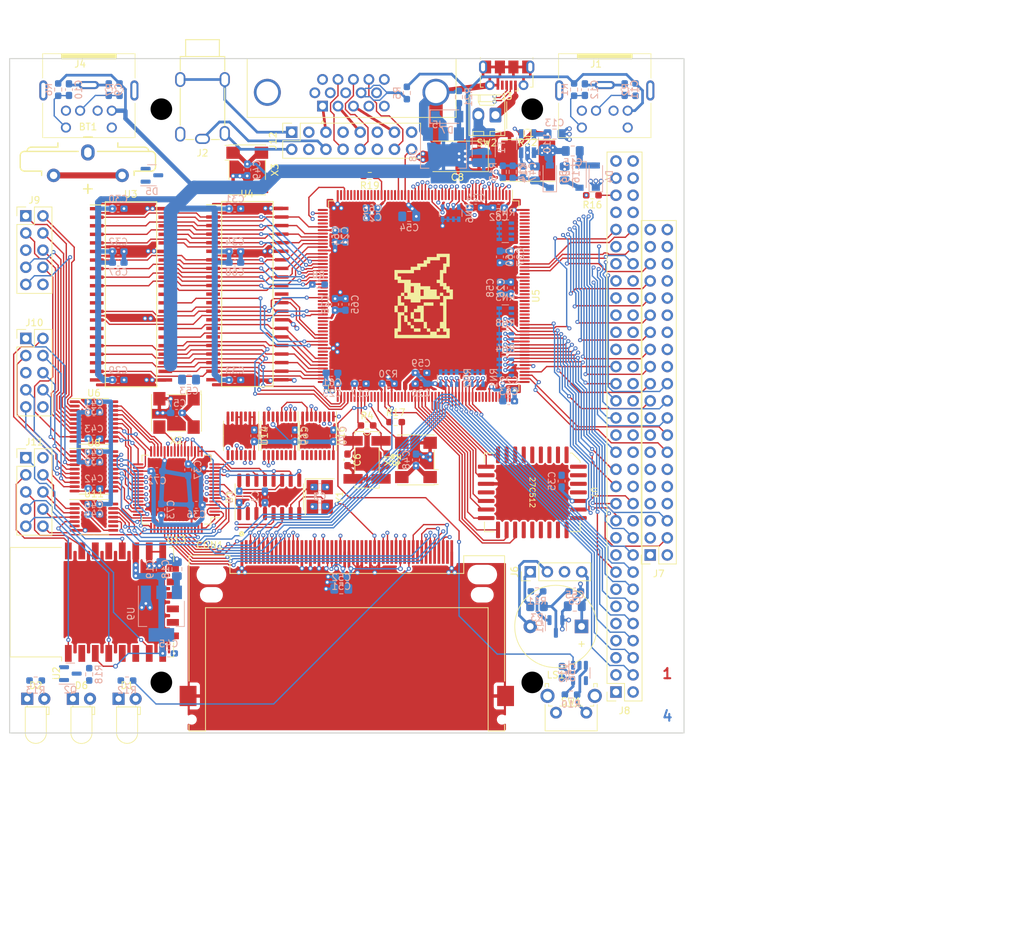
<source format=kicad_pcb>
(kicad_pcb (version 20211014) (generator pcbnew)
  (title_block (title "PC-CHARON-386-MAIN") (date "2021-12-17") (rev "A") (company "Eugene Lozovoy"))
  (layers (0 "F.Cu" signal) (1 "In1.Cu" signal) (2 "In2.Cu" signal) (31 "B.Cu" signal) (34 "B.Paste" user) (35 "F.Paste" user) (36 "B.SilkS" user "B.Silkscreen") (37 "F.SilkS" user "F.Silkscreen") (38 "B.Mask" user) (39 "F.Mask" user) (44 "Edge.Cuts" user))
  (net 0 "")
  (net 1 "GND")
  (net 2 "Net-(C1-Pad2)")
  (net 3 "+5V")
  (net 4 "Net-(J11-Pad4)")
  (net 5 "/USB_DP")
  (net 6 "/DACK1")
  (net 7 "/DACK0")
  (net 8 "Net-(C5-Pad1)")
  (net 9 "Net-(C2-Pad1)")
  (net 10 "Net-(C3-Pad1)")
  (net 11 "Net-(J6-Pad1)")
  (net 12 "Net-(J6-Pad2)")
  (net 13 "Net-(Q1-Pad1)")
  (net 14 "+BATT")
  (net 15 "Net-(F1-Pad2)")
  (net 16 "+3V3")
  (net 17 "Net-(C6-Pad1)")
  (net 18 "Net-(C7-Pad1)")
  (net 19 "/MEMW")
  (net 20 "/MEMR")
  (net 21 "/REFRESH")
  (net 22 "/MEMCS16")
  (net 23 "/MASTER")
  (net 24 "/IOCS16")
  (net 25 "/DACK5")
  (net 26 "/TC")
  (net 27 "/IOCHRDY")
  (net 28 "/AEN")
  (net 29 "/SD8")
  (net 30 "/SD9")
  (net 31 "/SD10")
  (net 32 "/SD11")
  (net 33 "/SD12")
  (net 34 "/SD13")
  (net 35 "/SD14")
  (net 36 "/SD15")
  (net 37 "/KBSJ")
  (net 38 "/XD7")
  (net 39 "/XD6")
  (net 40 "/XD5")
  (net 41 "/XD4")
  (net 42 "/XD3")
  (net 43 "/BD15")
  (net 44 "/BD14")
  (net 45 "/BD13")
  (net 46 "/BD12")
  (net 47 "/BD11")
  (net 48 "/BD10")
  (net 49 "/BD9")
  (net 50 "/BD8")
  (net 51 "/BD7")
  (net 52 "/BD6")
  (net 53 "/BD5")
  (net 54 "/BD4")
  (net 55 "/BD3")
  (net 56 "/BD2")
  (net 57 "/BD1")
  (net 58 "/BD0")
  (net 59 "/XD2")
  (net 60 "/XD1")
  (net 61 "/XD0")
  (net 62 "/SD7")
  (net 63 "/SD6")
  (net 64 "/SD5")
  (net 65 "/SD4")
  (net 66 "/SD3")
  (net 67 "/SD2")
  (net 68 "/SD1")
  (net 69 "/SD0")
  (net 70 "/SA15")
  (net 71 "/SA14")
  (net 72 "/SA13")
  (net 73 "/SA12")
  (net 74 "/SA11")
  (net 75 "/SA10")
  (net 76 "/SA9")
  (net 77 "/SA8")
  (net 78 "/SA7")
  (net 79 "/SA6")
  (net 80 "/SA5")
  (net 81 "/SA4")
  (net 82 "/SA3")
  (net 83 "/SA2")
  (net 84 "/SA1")
  (net 85 "/SA0")
  (net 86 "/SPKR")
  (net 87 "/WEJ")
  (net 88 "/RASJ0")
  (net 89 "/MA0")
  (net 90 "/MA1")
  (net 91 "/MA2")
  (net 92 "/MA3")
  (net 93 "/MA4")
  (net 94 "/MA5")
  (net 95 "/MA6")
  (net 96 "/MA7")
  (net 97 "/MA8")
  (net 98 "/MA9")
  (net 99 "/CAS0J1")
  (net 100 "/CAS0J0")
  (net 101 "/CAS1J0")
  (net 102 "/CAS1J1")
  (net 103 "/RASJ1")
  (net 104 "/MSCLK")
  (net 105 "/KBCLK")
  (net 106 "/KBDAT")
  (net 107 "/MSDAT")
  (net 108 "Net-(C15-Pad1)")
  (net 109 "Net-(C15-Pad2)")
  (net 110 "Net-(C47-Pad2)")
  (net 111 "/LA23")
  (net 112 "/LA22")
  (net 113 "/LA21")
  (net 114 "/LA20")
  (net 115 "/LA19")
  (net 116 "/LA18")
  (net 117 "/LA17")
  (net 118 "-12V")
  (net 119 "+12V")
  (net 120 "/SMEMW")
  (net 121 "/IOW")
  (net 122 "/SMEMR")
  (net 123 "/RESETL")
  (net 124 "/IRQ14")
  (net 125 "/IOR")
  (net 126 "/HDCS0")
  (net 127 "/HDCS1")
  (net 128 "Net-(J3-Pad1)")
  (net 129 "/~{CF_BUSY}")
  (net 131 "Net-(BT1-Pad1)")
  (net 132 "/DRQ7")
  (net 133 "/VGA_R")
  (net 134 "/VGA_G")
  (net 135 "/VGA_B")
  (net 136 "/DACK7")
  (net 137 "/SND_R")
  (net 138 "/RI1")
  (net 139 "/SBHE")
  (net 140 "/DRQ6")
  (net 141 "/DACK6")
  (net 142 "/DRQ5")
  (net 143 "/DRQ0")
  (net 144 "/DACK2")
  (net 145 "/DRQ1")
  (net 146 "/DRQ3")
  (net 147 "/DACK3")
  (net 148 "/DRQ2")
  (net 149 "/UART_INTA")
  (net 150 "/RX1")
  (net 151 "/0x3F8")
  (net 152 "/TX1")
  (net 153 "/0x2F8")
  (net 154 "/RX2")
  (net 155 "/UART_INTB")
  (net 156 "/UART_INTC")
  (net 157 "/0x3E8")
  (net 158 "/0x2E8")
  (net 159 "/UART_INTD")
  (net 160 "/TX2")
  (net 161 "/CTS1")
  (net 162 "/RTS1")
  (net 163 "/DSR1")
  (net 164 "/DTR1")
  (net 165 "/DCD1")
  (net 166 "/RI2")
  (net 167 "/CTS2")
  (net 168 "/RTS2")
  (net 169 "/DSR2")
  (net 170 "/DTR2")
  (net 171 "/DCD2")
  (net 172 "/VGA_MON")
  (net 173 "Net-(J11-Pad1)")
  (net 174 "Net-(J11-Pad8)")
  (net 175 "Net-(J11-Pad6)")
  (net 176 "Net-(J12-Pad6)")
  (net 177 "/SND_L")
  (net 178 "Net-(J5-Pad9)")
  (net 179 "/VGA_HS")
  (net 180 "/VGA_VS")
  (net 181 "/IRQ9")
  (net 182 "/IRQ7")
  (net 183 "/IRQ6")
  (net 184 "/IRQ5")
  (net 185 "/IRQ4")
  (net 186 "/IRQ3")
  (net 187 "/IRQ10")
  (net 188 "/IRQ11")
  (net 189 "/IRQ15")
  (net 190 "/SA19")
  (net 191 "/SA18")
  (net 192 "/SA17")
  (net 193 "/SA16")
  (net 194 "/IOCHK")
  (net 195 "/RSTDRV")
  (net 196 "/NOWS")
  (net 197 "/SYSCLK")
  (net 198 "/BALE")
  (net 199 "/14MHz")
  (net 200 "/ESP_TX")
  (net 201 "/ESP_RX")
  (net 202 "/ESP_CTS")
  (net 203 "/ESP_RTS")
  (net 204 "Net-(R10-Pad2)")
  (net 205 "/CLK2")
  (net 206 "/PWG")
  (net 207 "Net-(D6-Pad1)")
  (net 208 "/ESP_RST")
  (net 209 "Net-(J8-Pad59)")
  (net 210 "Net-(D7-Pad2)")
  (net 211 "Net-(R17-Pad1)")
  (net 212 "Net-(R19-Pad1)")
  (net 213 "Net-(U13-Pad25)")
  (net 236 "Net-(R22-Pad2)")
  (net 275 "/GPCS0")
  (net 313 "Net-(U13-Pad1)")
  (net 314 "Net-(D1-Pad1)")
  (net 315 "Net-(D2-Pad1)")
  (net 316 "Net-(Q2-Pad2)")
  (net 317 "/CTS_ESP")
  (net 318 "/RX_USB")
  (net 319 "/TX_USB")
  (net 320 "/RTS_USB")
  (net 321 "/DTR_USB")
  (net 322 "/DSR_USB")
  (net 323 "/CTS_USB")
  (net 324 "/CTS_COM1")
  (net 325 "/TX_COM1")
  (net 326 "/DSR_COM1")
  (net 327 "/RTS_COM1")
  (net 328 "/DTR_COM1")
  (net 329 "/CD_COM1")
  (net 330 "/RI_COM1")
  (net 331 "/RX_COM1")
  (net 332 "/RX_COM2")
  (net 333 "/DTR_COM2")
  (net 334 "/RI_COM2")
  (net 335 "/RTS_COM2")
  (net 336 "/TX_COM2")
  (net 337 "/CD_COM2")
  (net 338 "/DSR_COM2")
  (net 339 "/CTS_COM2")
  (net 340 "/RTS_ESP")
  (net 341 "/TX_ESP")
  (net 342 "/RX_ESP")
  (net 343 "Net-(U15-Pad4)")
  (net 347 "/USB_DN")
  (footprint "Connector_PinHeader_2.54mm:PinHeader_2x05_P2.54mm_Vertical" (layer "F.Cu") (at 101.8 89.0925)
    (fp_text reference "J10")
    (fp_text value "COM2")
  )
  (footprint "RF_Module:ESP-12E" (layer "F.Cu") (at 111.6 128.2 90)
    (fp_text reference "U2")
    (fp_text value "ESP-12E")
  )
  (footprint "Package_SO:SOIC-16_3.9x9.9mm_P1.27mm" (layer "F.Cu") (at 137.9 112.6 90)
    (fp_text reference "U1")
    (fp_text value "CH340G")
  )
  (footprint "mygraphic:black-mage-12.5x8.6" (layer "F.Cu") (at 160.800001 82.8)
    (fp_text reference "LOGO1" hide)
    (fp_text value "graphic" hide)
  )
  (footprint "Connector_PinSocket_2.54mm:PinSocket_2x32_P2.54mm_Vertical" (layer "F.Cu") (at 189.31 141.525 180)
    (fp_text reference "J8")
    (fp_text value "PC104")
  )
  (footprint "Inductor_SMD:L_Taiyo-Yuden_NR-60xx_HandSoldering" (layer "F.Cu") (at 176.3 62.7)
    (fp_text reference "L1")
    (fp_text value "10u")
  )
  (footprint "Package_SO:TSSOP-14_4.4x5mm_P0.65mm" (layer "F.Cu") (at 111.9 115.6)
    (fp_text reference "U11")
    (fp_text value "TXB0104PW")
  )
  (footprint "Resistor_SMD:R_0603_1608Metric_Pad0.98x0.95mm_HandSolder" (layer "F.Cu") (at 185.8125 67.8692 180)
    (fp_text reference "R16")
    (fp_text value "22")
  )
  (footprint "Resistor_SMD:R_0603_1608Metric_Pad0.98x0.95mm_HandSolder" (layer "F.Cu") (at 176.2 58.6 180)
    (fp_text reference "R22")
    (fp_text value "51k")
  )
  (footprint "Connector_Dsub:DSUB-15-HD_Female_Horizontal_P2.29x1.98mm_EdgePinOffset3.03mm_Housed_MountingHolesOffset4.94mm" (layer "F.Cu") (at 145.8 54.65 180)
    (fp_text reference "J5")
    (fp_text value "DB15_Female_HighDensity_MountingHoles")
  )
  (footprint "my:SOJ-42" (layer "F.Cu") (at 134.6 83.47)
    (fp_text reference "U4")
    (fp_text value "MSM5118160F-JS")
  )
  (footprint "my:MountingHole_3.2mm_M3_dk5.2mm_Mask" (layer "F.Cu") (at 176.9 140.1)
    (fp_text reference "H3" hide)
    (fp_text value "Screw M3 dk=5mm L=4mm")
  )
  (footprint "my:MountingHole_3.2mm_M3_dk5.2mm_Mask" (layer "F.Cu") (at 121.9 55.1)
    (fp_text reference "H1" hide)
    (fp_text value "Screw M3 dk=5mm L=4mm")
  )
  (footprint "my:SOJ-42" (layer "F.Cu") (at 117.35 83.5)
    (fp_text reference "U3")
    (fp_text value "MSM5118160F-JS")
  )
  (footprint "Resistor_SMD:R_0603_1608Metric_Pad0.98x0.95mm_HandSolder" (layer "F.Cu") (at 156.6375 101.5)
    (fp_text reference "R17")
    (fp_text value "22")
  )
  (footprint "Connector_USB:USB_Micro-B_Molex-105017-0001" (layer "F.Cu") (at 173.1 50.08 180)
    (fp_text reference "J3")
    (fp_text value "USB_B_Micro")
  )
  (footprint "my:PJ-322" (layer "F.Cu") (at 128 52.805)
    (fp_text reference "J2")
    (fp_text value "PJ-322")
  )
  (footprint "Capacitor_SMD:C_0603_1608Metric_Pad1.08x0.95mm_HandSolder" (layer "F.Cu") (at 149.5 107.1 -90)
    (fp_text reference "C6")
    (fp_text value "15p")
  )
  (footprint "LED_THT:LED_D3.0mm_Horizontal_O1.27mm_Z6.0mm" (layer "F.Cu") (at 115.55 142.525)
    (fp_text reference "D1")
    (fp_text value "LED_Red")
  )
  (footprint "Package_QFP:LQFP-64_10x10mm_P0.5mm" (layer "F.Cu") (at 124.13 111.52 180)
    (fp_text reference "U13")
    (fp_text value "ST16C554")
  )
  (footprint "Resistor_SMD:R_0603_1608Metric_Pad0.98x0.95mm_HandSolder" (layer "F.Cu") (at 152.8 65 180)
    (fp_text reference "R19")
    (fp_text value "22")
  )
  (footprint "Connector_PinSocket_2.54mm:PinSocket_2x08_P2.54mm_Vertical" (layer "F.Cu") (at 141.225 58.51 90)
    (fp_text reference "J12")
    (fp_text value "Conn_02x07_Odd_Even")
  )
  (footprint "Package_QFP:PQFP-208_28x28mm_P0.5mm" (layer "F.Cu") (at 160.8 82.8 -90)
    (fp_text reference "U5")
    (fp_text value "M6117D")
  )
  (footprint "Capacitor_SMD:C_0603_1608Metric_Pad1.08x0.95mm_HandSolder" (layer "F.Cu") (at 155.3 107.1 -90)
    (fp_text reference "C7")
    (fp_text value "15p")
  )
  (footprint "Oscillator:Oscillator_SMD_SeikoEpson_SG8002CA-4Pin_7.0x5.0mm" (layer "F.Cu") (at 159.65 107.11 90)
    (fp_text reference "X1")
    (fp_text value "14.318 MHz")
  )
  (footprint "Package_SO:TSSOP-20_4.4x6.5mm_P0.65mm" (layer "F.Cu") (at 111.9 101.4)
    (fp_text reference "U6")
    (fp_text value "GD75232PW")
  )
  (footprint "Oscillator:Oscillator_SMD_SeikoEpson_SG8002CA-4Pin_7.0x5.0mm" (layer "F.Cu") (at 124.14375 100.14 180)
    (fp_text reference "X2")
    (fp_text value "1.8432 Mhz")
  )
  (footprint "my:PLCC-32_11.4x14.0mm_P1.27mm-longpads" (layer "F.Cu") (at 176.9 111.925 -90)
    (fp_text reference "U7")
    (fp_text value "27C512")
  )
  (footprint "Capacitor_Tantalum_SMD:CP_EIA-7343-31_Kemet-D_Pad2.25x2.55mm_HandSolder" (layer "F.Cu") (at 165.8 62.1 180)
    (fp_text reference "C8")
    (fp_text value "100u")
  )
  (footprint "my:MountingHole_3.2mm_M3_dk5.2mm_Mask" (layer "F.Cu") (at 176.9 55.1)
    (fp_text reference "H2" hide)
    (fp_text value "Screw M3 dk=5mm L=4mm")
  )
  (footprint "LED_THT:LED_D3.0mm_Horizontal_O1.27mm_Z6.0mm" (layer "F.Cu") (at 108.78 142.525)
    (fp_text reference "D6")
    (fp_text value "LED_Blue")
  )
  (footprint "Package_SO:TSSOP-14_4.4x5mm_P0.65mm" (layer "F.Cu") (at 133.725 103.5375 -90)
    (fp_text reference "U14")
    (fp_text value "74HCT32")
  )
  (footprint "my:TE_1734451-1-LONG" (layer "F.Cu") (at 149.4 120.7625)
    (fp_text reference "CON1")
    (fp_text value "CF-CARD-cfcard")
  )
  (footprint "Crystal:Crystal_SMD_SeikoEpson_TSX3225-4Pin_3.2x2.5mm_HandSoldering" (layer "F.Cu") (at 145.3875 112.6 -90)
    (fp_text reference "Y1")
    (fp_text value "12 MHz")
  )
  (footprint "Connector_PinSocket_2.54mm:PinSocket_2x20_P2.54mm_Vertical" (layer "F.Cu") (at 194.385 121.21 180)
    (fp_text reference "J7")
    (fp_text value "PC104_16")
  )
  (footprint "my:MountingHole_3.2mm_M3_dk5.2mm_Mask" (layer "F.Cu") (at 121.9 140.1)
    (fp_text reference "H4" hide)
    (fp_text value "Screw M3 dk=5mm L=4mm")
  )
  (footprint "Connector_Molex:Molex_KK-254_AE-6410-02A_1x02_P2.54mm_Vertical" (layer "F.Cu") (at 171.44 55.98 180)
    (fp_text reference "SW2")
    (fp_text value "Jumper / Pin header 1x2 Pitch=2.54mm")
  )
  (footprint "LED_THT:LED_D3.0mm_Horizontal_O1.27mm_Z6.0mm" (layer "F.Cu") (at 102.01 142.525)
    (fp_text reference "D2")
    (fp_text value "LED_Green")
  )
  (footprint "Connector_PinHeader_2.54mm:PinHeader_2x05_P2.54mm_Vertical" (layer "F.Cu") (at 101.8 70.925)
    (fp_text reference "J9")
    (fp_text value "COM1")
  )
  (footprint "Oscillator:Oscillator_SMD_SeikoEpson_SG8002CA-4Pin_7.0x5.0mm" (layer "F.Cu") (at 134.6375 64.1 -90)
    (fp_text reference "X3")
    (fp_text value "80 MHz")
  )
  (footprint "Button_Switch_THT:SW_Tactile_SPST_Angled_PTS645Vx83-2LFS" (layer "F.Cu") (at 184.9175 144.5875 180)
    (fp_text reference "SW1")
    (fp_text value "SW_Push")
  )
  (footprint "Package_SO:TSSOP-16_4.4x5mm_P0.65mm" (layer "F.Cu") (at 139.425 103.5375 -90)
    (fp_text reference "U15")
    (fp_text value "74HCT138")
  )
  (footprint "my:minidin-6" (layer "F.Cu") (at 111.15 53.1)
    (fp_text reference "J4")
    (fp_text value "Mini-DIN-6" hide)
  )
  (footprint "Buzzer_Beeper:Buzzer_12x9.5RM7.6" (layer "F.Cu") (at 184.2 131.8 180)
    (fp_text reference "LS1")
    (fp_text value "Speaker")
  )
  (footprint "my:CR2032V" (layer "F.Cu") (at 105.92 64.9198)
    (fp_text reference "BT1")
    (fp_text value "1775485-1 or S8401-46")
  )
  (footprint "Connector_PinHeader_2.54mm:PinHeader_1x04_P2.54mm_Vertical" (layer "F.Cu") (at 176.6 123.7 90)
    (fp_text reference "J6")
    (fp_text value "Conn_01x04")
  )
  (footprint "Package_SO:TSSOP-16_4.4x5mm_P0.65mm" (layer "F.Cu") (at 145.125 103.5375 -90)
    (fp_text reference "U16")
    (fp_text value "74HCT138")
  )
  (footprint "my:minidin-6" (layer "F.Cu") (at 187.65 53.1)
    (fp_text reference "J1")
    (fp_text value "Mini-DIN-6" hide)
  )
  (footprint "Connector_PinHeader_2.54mm:PinHeader_2x05_P2.54mm_Vertical" (layer "F.Cu") (at 101.8 106.78)
    (fp_text reference "J11")
    (fp_text value "ESP")
  )
  (footprint "Package_SO:TSSOP-20_4.4x6.5mm_P0.65mm" (layer "F.Cu") (at 111.9 108.8)
    (fp_text reference "U8")
    (fp_text value "GD75232PW")
  )
  (footprint "Resistor_SMD:R_0603_1608Metric_Pad0.98x0.95mm_HandSolder" (layer "F.Cu") (at 152.4 102)
    (fp_text reference "R4")
    (fp_text value "10M")
  )
  (footprint "Crystal:Crystal_SMD_SeikoEpson_MC306-4Pin_8.0x3.2mm_HandSoldering" (layer "F.Cu") (at 152.4 107.1 -90)
    (fp_text reference "Y2")
    (fp_text value "32768 Hz")
  )
  (footprint "Resistor_SMD:R_0603_1608Metric_Pad0.98x0.95mm_HandSolder" (layer "B.Cu") (at 155.55 95.8 180)
    (fp_text reference "R20")
    (fp_text value "4.7k")
  )
  (footprint "Resistor_SMD:R_0805_2012Metric_Pad1.20x1.40mm_HandSolder" (layer "B.Cu") (at 177.6 128.83)
    (fp_text reference "R3")
    (fp_text value "33")
  )
  (footprint "Fuse:Fuse_1812_4532Metric_Pad1.30x3.40mm_HandSolder" (layer "B.Cu") (at 169.7 60.8 90)
    (fp_text reference "F1")
    (fp_text value "2A")
  )
  (footprint "Capacitor_SMD:C_0603_1608Metric_Pad1.08x0.95mm_HandSolder" (layer "B.Cu") (at 175.5 64.4 90)
    (fp_text reference "C47")
    (fp_text value "10p")
  )
  (footprint "Diode_SMD:D_MiniMELF" (layer "B.Cu") (at 164.275 56.2)
    (fp_text reference "D7")
    (fp_text value "BZV55C5V6")
  )
  (footprint "Capacitor_SMD:C_0805_2012Metric_Pad1.18x1.45mm_HandSolder" (layer "B.Cu") (at 158.65 71)
    (fp_text reference "C54")
    (fp_text value "10u")
  )
  (footprint "Capacitor_SMD:C_0603_1608Metric_Pad1.08x0.95mm_HandSolder" (layer "B.Cu") (at 160.4 94.2 180)
    (fp_text reference "C59")
    (fp_text value "1u")
  )
  (footprint "Resistor_SMD:R_0603_1608Metric_Pad0.98x0.95mm_HandSolder" (layer "B.Cu") (at 145.2 81.1 180)
    (fp_text reference "R8")
    (fp_text value "4.7k")
  )
  (footprint "Capacitor_SMD:C_0603_1608Metric_Pad1.08x0.95mm_HandSolder" (layer "B.Cu") (at 183.2 126.6)
    (fp_text reference "C5")
    (fp_text value "10n")
  )
  (footprint "Capacitor_SMD:C_0603_1608Metric_Pad1.08x0.95mm_HandSolder" (layer "B.Cu") (at 145.3875 111.125)
    (fp_text reference "C2")
    (fp_text value "22p")
  )
  (footprint "Capacitor_SMD:C_0805_2012Metric_Pad1.18x1.45mm_HandSolder" (layer "B.Cu") (at 148.575 126.225 180)
    (fp_text reference "C52")
    (fp_text value "10u")
  )
  (footprint "Resistor_SMD:R_Array_Convex_4x0603" (layer "B.Cu") (at 172.9 85.8 180)
    (fp_text reference "RN3")
    (fp_text value "4.7k")
  )
  (footprint "Capacitor_SMD:C_0603_1608Metric_Pad1.08x0.95mm_HandSolder" (layer "B.Cu") (at 122.9625 135.8 180)
    (fp_text reference "C45")
    (fp_text value "100n")
  )
  (footprint "Capacitor_SMD:C_0603_1608Metric_Pad1.08x0.95mm_HandSolder" (layer "B.Cu") (at 160.4 95.8)
    (fp_text reference "C20")
    (fp_text value "100n")
  )
  (footprint "Capacitor_SMD:C_0603_1608Metric_Pad1.08x0.95mm_HandSolder" (layer "B.Cu") (at 172.1 77 90)
    (fp_text reference "C60")
    (fp_text value "1u")
  )
  (footprint "Capacitor_SMD:C_0603_1608Metric_Pad1.08x0.95mm_HandSolder" (layer "B.Cu") (at 149.2 73.95 -90)
    (fp_text reference "C64")
    (fp_text value "1u")
  )
  (footprint "Capacitor_SMD:C_0603_1608Metric_Pad1.08x0.95mm_HandSolder" (layer "B.Cu") (at 111.9 113.65)
    (fp_text reference "C44")
    (fp_text value "100n")
  )
  (footprint "Resistor_SMD:R_Array_Convex_4x0603" (layer "B.Cu") (at 164.5 94.98 90)
    (fp_text reference "RN2")
    (fp_text value "4.7k")
  )
  (footprint "Capacitor_SMD:C_0805_2012Metric_Pad1.18x1.45mm_HandSolder" (layer "B.Cu") (at 124.2 123.3 -90)
    (fp_text reference "C18")
    (fp_text value "10u")
  )
  (footprint "Capacitor_SMD:C_0603_1608Metric_Pad1.08x0.95mm_HandSolder" (layer "B.Cu") (at 121.88 114.47 90)
    (fp_text reference "C73")
    (fp_text value "100n")
  )
  (footprint "Capacitor_SMD:C_0603_1608Metric_Pad1.08x0.95mm_HandSolder" (layer "B.Cu") (at 173.72 77 90)
    (fp_text reference "C27")
    (fp_text value "100n")
  )
  (footprint "Capacitor_SMD:C_0603_1608Metric_Pad1.08x0.95mm_HandSolder" (layer "B.Cu") (at 168.5125 69.7 180)
    (fp_text reference "C24")
    (fp_text value "100n")
  )
  (footprint "Capacitor_SMD:C_0603_1608Metric_Pad1.08x0.95mm_HandSolder" (layer "B.Cu") (at 132.8 77.85)
    (fp_text reference "C68")
    (fp_text value "1u")
  )
  (footprint "Capacitor_SMD:C_0603_1608Metric_Pad1.08x0.95mm_HandSolder" (layer "B.Cu") (at 147.2 95.8)
    (fp_text reference "C25")
    (fp_text value "100n")
  )
  (footprint "Package_TO_SOT_SMD:SOT-23" (layer "B.Cu") (at 108.4 138.8)
    (fp_text reference "Q2")
    (fp_text value "BC856")
  )
  (footprint "Package_TO_SOT_SMD:SOT-223-3_TabPin2" (layer "B.Cu") (at 121.9 129.9 -90)
    (fp_text reference "U9")
    (fp_text value "AMS1117-3.3")
  )
  (footprint "Capacitor_SMD:C_0805_2012Metric_Pad1.18x1.45mm_HandSolder" (layer "B.Cu") (at 183.2 128.8 180)
    (fp_text reference "C55")
    (fp_text value "10u")
  )
  (footprint "Capacitor_SMD:C_0603_1608Metric_Pad1.08x0.95mm_HandSolder" (layer "B.Cu") (at 148.575 124.425)
    (fp_text reference "C51")
    (fp_text value "100n")
  )
  (footprint "Capacitor_SMD:C_0603_1608Metric_Pad1.08x0.95mm_HandSolder" (layer "B.Cu") (at 111.9 105.875)
    (fp_text reference "C39")
    (fp_text value "100n")
  )
  (footprint "Capacitor_SMD:C_0603_1608Metric_Pad1.08x0.95mm_HandSolder" (layer "B.Cu") (at 115.5 69.85 180)
    (fp_text reference "C30")
    (fp_text value "100n")
  )
  (footprint "Capacitor_SMD:C_0603_1608Metric_Pad1.08x0.95mm_HandSolder" (layer "B.Cu") (at 147.65 84.05 -90)
    (fp_text reference "C28")
    (fp_text value "100n")
  )
  (footprint "Package_TO_SOT_SMD:SOT-23" (layer "B.Cu") (at 120.5 64.9)
    (fp_text reference "D5")
    (fp_text value "BAT54C")
  )
  (footprint "Capacitor_SMD:C_0603_1608Metric_Pad1.08x0.95mm_HandSolder" (layer "B.Cu") (at 134.6375 64.1 90)
    (fp_text reference "C49")
    (fp_text value "100n")
  )
  (footprint "Capacitor_SMD:C_0603_1608Metric_Pad1.08x0.95mm_HandSolder" (layer "B.Cu") (at 111.9 107.45 180)
    (fp_text reference "C40")
    (fp_text value "100n")
  )
  (footprint "Diode_SMD:D_SOD-123" (layer "B.Cu") (at 179.5 65.1 90)
    (fp_text reference "D3")
    (fp_text value "MBR0520")
  )
  (footprint "Capacitor_SMD:C_0603_1608Metric_Pad1.08x0.95mm_HandSolder" (layer "B.Cu") (at 181.3 138.6 90)
    (fp_text reference "C56")
    (fp_text value "100n")
  )
  (footprint "Capacitor_SMD:C_0603_1608Metric_Pad1.08x0.95mm_HandSolder" (layer "B.Cu") (at 132.8 69.85 180)
    (fp_text reference "C31")
    (fp_text value "100n")
  )
  (footprint "Capacitor_SMD:C_0603_1608Metric_Pad1.08x0.95mm_HandSolder" (layer "B.Cu") (at 133.45 112.6 -90)
    (fp_text reference "C4")
    (fp_text value "100n")
  )
  (footprint "Capacitor_SMD:C_0603_1608Metric_Pad1.08x0.95mm_HandSolder" (layer "B.Cu") (at 171.9 69.7)
    (fp_text reference "C62")
    (fp_text value "1u")
  )
  (footprint "Capacitor_SMD:C_0603_1608Metric_Pad1.08x0.95mm_HandSolder" (layer "B.Cu") (at 137.25 112.6 -90)
    (fp_text reference "C1")
    (fp_text value "10n")
  )
  (footprint "Resistor_SMD:R_0603_1608Metric_Pad0.98x0.95mm_HandSolder" (layer "B.Cu") (at 103.26 139.82)
    (fp_text reference "R13")
    (fp_text value "470")
  )
  (footprint "Resistor_SMD:R_0603_1608Metric_Pad0.98x0.95mm_HandSolder" (layer "B.Cu") (at 172.525 64.4 -90)
    (fp_text reference "R15")
    (fp_text value "13.3k")
  )
  (footprint "Resistor_SMD:R_Array_Convex_4x0603" (layer "B.Cu") (at 172.9 73.2 180)
    (fp_text reference "RN5")
    (fp_text value "330")
  )
  (footprint "Resistor_SMD:R_Array_Convex_4x0603" (layer "B.Cu") (at 172.9 93.4 180)
    (fp_text reference "RN4")
    (fp_text value "330")
  )
  (footprint "Resistor_SMD:R_0603_1608Metric_Pad0.98x0.95mm_HandSolder" (layer "B.Cu") (at 183.1 52.2 -90)
    (fp_text reference "R1")
    (fp_text value "4.7k")
  )
  (footprint "Capacitor_SMD:C_0603_1608Metric_Pad1.08x0.95mm_HandSolder" (layer "B.Cu") (at 147.425 103.5375 90)
    (fp_text reference "C70")
    (fp_text value "100n")
  )
  (footprint "Capacitor_SMD:C_0603_1608Metric_Pad1.08x0.95mm_HandSolder" (layer "B.Cu") (at 114.1 52.2 90)
    (fp_text reference "C9")
    (fp_text value "47p")
  )
  (footprint "Capacitor_SMD:C_0603_1608Metric_Pad1.08x0.95mm_HandSolder" (layer "B.Cu") (at 111.9 111.35 180)
    (fp_text reference "C42")
    (fp_text value "100n")
  )
  (footprint "Resistor_SMD:R_0603_1608Metric_Pad0.98x0.95mm_HandSolder" (layer "B.Cu") (at 115.7 52.2 -90)
    (fp_text reference "R7")
    (fp_text value "4.7k")
  )
  (footprint "Capacitor_SMD:C_0603_1608Metric_Pad1.08x0.95mm_HandSolder" (layer "B.Cu") (at 132.8 95.25 180)
    (fp_text reference "C33")
    (fp_text value "100n")
  )
  (footprint "Capacitor_SMD:C_0603_1608Metric_Pad1.08x0.95mm_HandSolder" (layer "B.Cu") (at 132.8 76.2 180)
    (fp_text reference "C34")
    (fp_text value "100n")
  )
  (footprint "Capacitor_SMD:C_0603_1608Metric_Pad1.08x0.95mm_HandSolder" (layer "B.Cu") (at 111.9 100.05 180)
    (fp_text reference "C41")
    (fp_text value "100n")
  )
  (footprint "Capacitor_SMD:C_0603_1608Metric_Pad1.08x0.95mm_HandSolder" (layer "B.Cu") (at 124.14375 100.14 180)
    (fp_text reference "C57")
    (fp_text value "100n")
  )
  (footprint "Capacitor_SMD:C_0603_1608Metric_Pad1.08x0.95mm_HandSolder" (layer "B.Cu") (at 111.9 98.475)
    (fp_text reference "C38")
    (fp_text value "100n")
  )
  (footprint "Resistor_SMD:R_Array_Convex_4x0603" (layer "B.Cu") (at 164.8 70.52 90)
    (fp_text reference "RN6")
    (fp_text value "4.7k")
  )
  (footprint "Capacitor_SMD:C_0603_1608Metric_Pad1.08x0.95mm_HandSolder" (layer "B.Cu") (at 173.72 81.6 -90)
    (fp_text reference "C26")
    (fp_text value "100n")
  )
  (footprint "Resistor_SMD:R_Array_Convex_4x0603" (layer "B.Cu") (at 168.4 94.98 90)
    (fp_text reference "RN1")
    (fp_text value "4.7k")
  )
  (footprint "Resistor_SMD:R_0603_1608Metric_Pad0.98x0.95mm_HandSolder" (layer "B.Cu") (at 177.6 126.6)
    (fp_text reference "R11")
    (fp_text value "1k")
  )
  (footprint "Capacitor_SMD:C_0805_2012Metric_Pad1.18x1.45mm_HandSolder" (layer "B.Cu") (at 126 95.2)
    (fp_text reference "C53")
    (fp_text value "10u")
  )
  (footprint "Capacitor_SMD:C_0603_1608Metric_Pad1.08x0.95mm_HandSolder" (layer "B.Cu") (at 173.4 98.4 180)
    (fp_text reference "C63")
    (fp_text value "1u")
  )
  (footprint "Capacitor_SMD:C_0603_1608Metric_Pad1.08x0.95mm_HandSolder" (layer "B.Cu") (at 115.5 76.2 180)
    (fp_text reference "C32")
    (fp_text value "100n")
  )
  (footprint "Capacitor_SMD:C_0603_1608Metric_Pad1.08x0.95mm_HandSolder" (layer "B.Cu") (at 147.65 73.95 90)
    (fp_text reference "C21")
    (fp_text value "100n")
  )
  (footprint "Capacitor_SMD:C_0603_1608Metric_Pad1.08x0.95mm_HandSolder" (layer "B.Cu") (at 190.6 52.2 90)
    (fp_text reference "C11")
    (fp_text value "47p")
  )
  (footprint "Resistor_SMD:R_0603_1608Metric_Pad0.98x0.95mm_HandSolder" (layer "B.Cu") (at 106.6 52.2 -90)
    (fp_text reference "R6")
    (fp_text value "4.7k")
  )
  (footprint "Capacitor_SMD:C_0603_1608Metric_Pad1.08x0.95mm_HandSolder" (layer "B.Cu") (at 135.675 103.5375 90)
    (fp_text reference "C71")
    (fp_text value "100n")
  )
  (footprint "Capacitor_SMD:C_0603_1608Metric_Pad1.08x0.95mm_HandSolder" (layer "B.Cu") (at 151.4 95.8)
    (fp_text reference "C17")
    (fp_text value "100n")
  )
  (footprint "Resistor_SMD:R_Array_Convex_4x0603" (layer "B.Cu") (at 172.9 89.6 180)
    (fp_text reference "RN8")
    (fp_text value "1k")
  )
  (footprint "Resistor_SMD:R_0603_1608Metric_Pad0.98x0.95mm_HandSolder" (layer "B.Cu") (at 158.3 52.7 -90)
    (fp_text reference "R5")
    (fp_text value "0")
  )
  (footprint "Capacitor_SMD:C_0603_1608Metric_Pad1.08x0.95mm_HandSolder" (layer "B.Cu") (at 159.65 107.11 -90)
    (fp_text reference "C48")
    (fp_text value "100n")
  )
  (footprint "Package_TO_SOT_SMD:SOT-23" (layer "B.Cu") (at 180.4 131.8 -90)
    (fp_text reference "Q1")
    (fp_text value "BC817")
  )
  (footprint "Capacitor_SMD:C_0603_1608Metric_Pad1.08x0.95mm_HandSolder" (layer "B.Cu") (at 115.5 95.25 180)
    (fp_text reference "C29")
    (fp_text value "100n")
  )
  (footprint "Capacitor_SMD:C_0603_1608Metric_Pad1.08x0.95mm_HandSolder" (layer "B.Cu") (at 172.1 81.6 -90)
    (fp_text reference "C58")
    (fp_text value "1u")
  )
  (footprint "Capacitor_SMD:C_0805_2012Metric_Pad1.18x1.45mm_HandSolder" (layer "B.Cu") (at 180.2 58.8 180)
    (fp_text reference "C13")
    (fp_text value "2.2u")
  )
  (footprint "Capacitor_SMD:C_0603_1608Metric_Pad1.08x0.95mm_HandSolder" (layer "B.Cu") (at 141.715 103.5375 90)
    (fp_text reference "C69")
    (fp_text value "100n")
  )
  (footprint "Resistor_SMD:R_0603_1608Metric_Pad0.98x0.95mm_HandSolder" (layer "B.Cu") (at 174 64.4 90)
    (fp_text reference "R14")
    (fp_text value "113k")
  )
  (footprint "Diode_SMD:D_SOD-123" (layer "B.Cu") (at 186.325 65.1 90)
    (fp_text reference "D4")
    (fp_text value "MBR0520")
  )
  (footprint "Capacitor_SMD:C_0603_1608Metric_Pad1.08x0.95mm_HandSolder" (layer "B.Cu") (at 184.7 52.2 90)
    (fp_text reference "C12")
    (fp_text value "47p")
  )
  (footprint "Diode_SMD:D_SOD-123" (layer "B.Cu") (at 183.9 65.1 -90)
    (fp_text reference "D9")
    (fp_text value "MBR0520")
  )
  (footprint "Package_TO_SOT_SMD:SOT-23-5_HandSoldering" (layer "B.Cu") (at 176.2 60.2 90)
    (fp_text reference "U10")
    (fp_text value "LT1930")
  )
  (footprint "Capacitor_SMD:C_0603_1608Metric_Pad1.08x0.95mm_HandSolder" (layer "B.Cu") (at 121.23 108.77)
    (fp_text reference "C72")
    (fp_text value "100n")
  )
  (footprint "Capacitor_SMD:C_0603_1608Metric_Pad1.08x0.95mm_HandSolder" (layer "B.Cu") (at 115.5 77.85)
    (fp_text reference "C67")
    (fp_text value "1u")
  )
  (footprint "Capacitor_SMD:C_0603_1608Metric_Pad1.08x0.95mm_HandSolder" (layer "B.Cu") (at 147.2 94.2)
    (fp_text reference "C61")
    (fp_text value "1u")
  )
  (footprint "Capacitor_SMD:C_0805_2012Metric_Pad1.18x1.45mm_HandSolder" (layer "B.Cu") (at 177.3 64.63 -90)
    (fp_text reference "C14")
    (fp_text value "10u")
  )
  (footprint "Capacitor_SMD:C_0603_1608Metric_Pad1.08x0.95mm_HandSolder" (layer "B.Cu") (at 181.25 110.25 -90)
    (fp_text reference "C35")
    (fp_text value "100n")
  )
  (footprint "Capacitor_SMD:C_0603_1608Metric_Pad1.08x0.95mm_HandSolder" (layer "B.Cu") (at 125.88 108.57 90)
    (fp_text reference "C37")
    (fp_text value "100n")
  )
  (footprint "Capacitor_SMD:C_0603_1608Metric_Pad1.08x0.95mm_HandSolder" (layer "B.Cu") (at 108.2 52.2 90)
    (fp_text reference "C10")
    (fp_text value "47p")
  )
  (footprint "Capacitor_SMD:C_0805_2012Metric_Pad1.18x1.45mm_HandSolder" (layer "B.Cu") (at 182.9 61.3)
    (fp_text reference "C15")
    (fp_text value "100n")
  )
  (footprint "Resistor_SMD:R_0603_1608Metric_Pad0.98x0.95mm_HandSolder" (layer "B.Cu") (at 111.2 138.9 90)
    (fp_text reference "R18")
    (fp_text value "470")
  )
  (footprint "Capacitor_SMD:C_0603_1608Metric_Pad1.08x0.95mm_HandSolder" (layer "B.Cu") (at 173.4 96.75 180)
    (fp_text reference "C22")
    (fp_text value "100n")
  )
  (footprint "Capacitor_SMD:C_0603_1608Metric_Pad1.08x0.95mm_HandSolder" (layer "B.Cu") (at 127.08 113.77)
    (fp_text reference "C36")
    (fp_text value "100n")
  )
  (footprint "Capacitor_SMD:C_0603_1608Metric_Pad1.08x0.95mm_HandSolder" (layer "B.Cu") (at 111.9 103.95 180)
    (fp_text reference "C43")
    (fp_text value "100n")
  )
  (footprint "Resistor_SMD:R_0603_1608Metric_Pad0.98x0.95mm_HandSolder" (layer "B.Cu") (at 192.2 52.2 -90)
    (fp_text reference "R2")
    (fp_text value "4.7k")
  )
  (footprint "Capacitor_SMD:C_0603_1608Metric_Pad1.08x0.95mm_HandSolder" (layer "B.Cu") (at 111.9 115.2 180)
    (fp_text reference "C46")
    (fp_text value "100n")
  )
  (footprint "Resistor_SMD:R_0603_1608Metric_Pad0.98x0.95mm_HandSolder" (layer "B.Cu") (at 166.025 53.3 90)
    (fp_text reference "R21")
    (fp_text value "1k")
  )
  (footprint "Capacitor_SMD:C_0603_1608Metric_Pad1.08x0.95mm_HandSolder" (layer "B.Cu") (at 145.3875 114 180)
    (fp_text reference "C3")
    (fp_text value "22p")
  )
  (footprint "Capacitor_SMD:C_0603_1608Metric_Pad1.08x0.95mm_HandSolder" (layer "B.Cu") (at 149.2 84.05 90)
    (fp_text reference "C65")
    (fp_text value "1u")
  )
  (footprint "Package_TO_SOT_SMD:SOT-223-3_TabPin2" (layer "B.Cu") (at 163.73 61.95 -90)
    (fp_text reference "D8")
    (fp_text value "BT168GW")
  )
  (footprint "Capacitor_SMD:C_0603_1608Metric_Pad1.08x0.95mm_HandSolder" (layer "B.Cu") (at 153.15 71.25 180)
    (fp_text reference "C66")
    (fp_text value "1u")
  )
  (footprint "Capacitor_SMD:C_0805_2012Metric_Pad1.18x1.45mm_HandSolder" (layer "B.Cu") (at 181.7 64.63 90)
    (fp_text reference "C16")
    (fp_text value "1u")
  )
  (footprint "Resistor_SMD:R_0603_1608Metric_Pad0.98x0.95mm_HandSolder" (layer "B.Cu") (at 116.8 139.82)
    (fp_text reference "R12")
    (fp_text value "470")
  )
  (footprint "Resistor_SMD:R_0603_1608Metric_Pad0.98x0.95mm_HandSolder" (layer "B.Cu") (at 182.6425 141.9)
    (fp_text reference "R10")
    (fp_text value "10k")
  )
  (footprint "Capacitor_SMD:C_0805_2012Metric_Pad1.18x1.45mm_HandSolder" (layer "B.Cu") (at 121.9 123.3 -90)
    (fp_text reference "C19")
    (fp_text value "10u")
  )
  (footprint "Capacitor_SMD:C_0603_1608Metric_Pad1.08x0.95mm_HandSolder" (layer "B.Cu") (at 153.15 69.7)
    (fp_text reference "C23")
    (fp_text value "100n")
  )
  (footprint "Package_TO_SOT_SMD:SOT-23-5" (layer "B.Cu") (at 183.9 138.7 -90)
    (fp_text reference "U12")
    (fp_text value "MAX823LEUK")
  )
  (gr_rect (start 99.4 47.6) (end 199.4 147.6) (layer "Edge.Cuts") (width 0.15) (fill none))
  (gr_text "1" (at 196.925 138.8) (layer "F.Cu") (effects (font (size 1.5 1.5) (thickness 0.3))))
  (gr_text "4" (at 196.925 145.1) (layer "B.Cu") (effects (font (size 1.5 1.5) (thickness 0.3))))
  (segment (start 138.055 76.17) (end 138.05 76.175) (width 0.4) (layer "F.Cu") (net 1))
  (segment (start 152.8925 122.5525) (end 152.8925 120.7625) (width 0.2) (layer "F.Cu") (net 1))
  (segment (start 160.7 62.6) (end 160.8 62.1) (width 0.9) (layer "F.Cu") (net 1))
  (segment (start 120.55 95.25) (end 119.7 95.25) (width 0.4) (layer "F.Cu") (net 1))
  (segment (start 164.9575 120.7625) (end 164.9575 123.1575) (width 0.4) (layer "F.Cu") (net 1))
  (segment (start 162.615 59.285) (end 162.6 59.3) (width 2) (layer "F.Cu") (net 1))
  (segment (start 146.5425 123.1925) (end 146.5425 120.7625) (width 0.2) (layer "F.Cu") (net 1))
  (segment (start 133.8425 120.7625) (end 133.8425 123.1575) (width 0.4) (layer "F.Cu") (net 1))
  (segment (start 109.0375 117.55) (end 110.6 117.55) (width 0.2) (layer "F.Cu") (net 1))
  (segment (start 145.2725 123.1975) (end 145.2725 120.7625) (width 0.2) (layer "F.Cu") (net 1))
  (segment (start 120.1 120.6) (end 120.1 122.8) (width 0.9) (layer "F.Cu") (net 1))
  (segment (start 140.78 86.33) (end 141.45 87) (width 0.4) (layer "F.Cu") (net 1))
  (segment (start 175.6 50.3) (end 176.6 50.3) (width 0.4) (layer "F.Cu") (net 1))
  (segment (start 171.8 50.3) (end 172.1 50.3) (width 0.4) (layer "F.Cu") (net 1))
  (segment (start 176.6 50.3) (end 176.6 48.8425) (width 0.4) (layer "F.Cu") (net 1))
  (segment (start 154.475 109.915) (end 154.475 108.7875) (width 0.4) (layer "F.Cu") (net 1))
  (segment (start 139.73 86.33) (end 140.78 86.33) (width 0.4) (layer "F.Cu") (net 1))
  (segment (start 122.48 76.2) (end 120.85 76.2) (width 0.4) (layer "F.Cu") (net 1))
  (segment (start 141.504011 95.22) (end 141.6 95.315989) (width 0.4) (layer "F.Cu") (net 1))
  (segment (start 122.48 69.85) (end 120.6 69.85) (width 0.4) (layer "F.Cu") (net 1))
  (segment (start 160.1 62.2) (end 160.7 62.6) (width 0.9) (layer "F.Cu") (net 1))
  (segment (start 161.75 104.57) (end 161.75 106.25) (width 0.4) (layer "F.Cu") (net 1))
  (segment (start 120.3 86.125) (end 119.475 86.125) (width 0.4) (layer "F.Cu") (net 1))
  (segment (start 174.1 50.3) (end 175.6 50.3) (width 0.4) (layer "F.Cu") (net 1))
  (segment (start 120.6 69.85) (end 119.85 69.85) (width 0.4) (layer "F.Cu") (net 1))
  (segment (start 153.54 123.8245) (end 153.54 123.2) (width 0.2) (layer "F.Cu") (net 1))
  (segment (start 146.363815 123.21065) (end 146.52435 123.21065) (width 0.2) (layer "F.Cu") (net 1))
  (segment (start 141.45 87) (end 142 87.55) (width 0.4) (layer "F.Cu") (net 1))
  (segment (start 142.7325 120.7625) (end 142.7325 123.1825) (width 0.2) (layer "F.Cu") (net 1))
  (segment (start 169.6 48.8425) (end 176.6 48.8425) (width 0.4) (layer "F.Cu") (net 1))
  (segment (start 133.825 123.175) (end 134.275 123.8) (width 0.4) (layer "F.Cu") (net 1))
  (segment (start 151.6225 122.5525) (end 150.9875 123.1875) (width 0.2) (layer "F.Cu") (net 1))
  (segment (start 150.325 108.7875) (end 150.325 109.915) (width 0.4) (layer "F.Cu") (net 1))
  (segment (start 145.275 123.2) (end 145.2725 123.1975) (width 0.4) (layer "F.Cu") (net 1))
  (segment (start 171.8 51.5425) (end 171.8 50.3) (width 0.4) (layer "F.Cu") (net 1))
  (segment (start 119.85 69.85) (end 119.825 69.825) (width 0.4) (layer "F.Cu") (net 1))
  (segment (start 162.6 62.1) (end 160.7 62.6) (width 0.9) (layer "F.Cu") (net 1))
  (segment (start 164.94 123.175) (end 164.49 123.8) (width 0.4) (layer "F.Cu") (net 1))
  (segment (start 154.1625 122.5475) (end 154.1625 120.7625) (width 0.2) (layer "F.Cu") (net 1))
  (segment (start 144.0025 120.7625) (end 144.0025 123.1975) (width 0.2) (layer "F.Cu") (net 1))
  (segment (start 138.05 76.175) (end 137.225 76.175) (width 0.4) (layer "F.Cu") (net 1))
  (segment (start 162.6 62.1) (end 160.7 61.7) (width 0.9) (layer "F.Cu") (net 1))
  (segment (start 160.7 61.7) (end 160.1 62.2) (width 0.9) (layer "F.Cu") (net 1))
  (segment (start 154.55 97.7625) (end 154.55 96.7) (width 0.2) (layer "F.Cu") (net 1))
  (segment (start 120.1 122.8) (end 121.6 122.8) (width 0.9) (layer "F.Cu") (net 1))
  (segment (start 175.6 50.3) (end 175.6 51.5425) (width 0.4) (layer "F.Cu") (net 1))
  (segment (start 150.3525 122.5525) (end 150.9875 123.1875) (width 0.2) (layer "F.Cu") (net 1))
  (segment (start 120.85 76.2) (end 120.8 76.15) (width 0.4) (layer "F.Cu") (net 1))
  (segment (start 146.52435 123.21065) (end 146.5425 123.1925) (width 0.2) (layer "F.Cu") (net 1))
  (segment (start 170.6 51.5425) (end 162.615 52.6) (width 0.9) (layer "F.Cu") (net 1))
  (segment (start 153.54 123.8245) (end 153.54 123.17) (width 0.2) (layer "F.Cu") (net 1))
  (segment (start 133.8425 123.1575) (end 133.825 123.175) (width 0.4) (layer "F.Cu") (net 1))
  (segment (start 144.0025 123.1975) (end 144 123.2) (width 0.4) (layer "F.Cu") (net 1))
  (segment (start 142 87.55) (end 142 87.6) (width 0.4) (layer "F.Cu") (net 1))
  (segment (start 169.6 50.3) (end 170.6 50.3) (width 0.4) (layer "F.Cu") (net 1))
  (segment (start 169.6 48.8425) (end 169.6 50.3) (width 0.4) (layer "F.Cu") (net 1))
  (segment (start 147.8125 120.7625) (end 147.8125 123.1875) (width 0.2) (layer "F.Cu") (net 1))
  (segment (start 150.9875 123.1875) (end 150.9875 120.7625) (width 0.2) (layer "F.Cu") (net 1))
  (segment (start 153.54 123.2) (end 152.8925 122.5525) (width 0.2) (layer "F.Cu") (net 1))
  (segment (start 133.455 113.455) (end 133.45 113.45) (width 0.4) (layer "F.Cu") (net 1))
  (segment (start 139.73 76.17) (end 138.055 76.17) (width 0.4) (layer "F.Cu") (net 1))
  (segment (start 133.825 123.175) (end 133.375 123.8) (width 0.4) (layer "F.Cu") (net 1))
  (segment (start 162.6 62.1) (end 162.6 59.3) (width 1.4) (layer "F.Cu") (net 1))
  (segment (start 149.5 107.9625) (end 150.325 108.7875) (width 0.4) (layer "F.Cu") (net 1))
  (segment (start 171.8 51.5425) (end 170.6 51.5425) (width 0.4) (layer "F.Cu") (net 1))
  (segment (start 138.145 69.82) (end 138.125 69.8) (width 0.4) (layer "F.Cu") (net 1))
  (segment (start 174.1 48.8425) (end 174.1 50.3) (width 0.4) (layer "F.Cu") (net 1))
  (segment (start 122.48 86.36) (end 120.535 86.36) (width 0.4) (layer "F.Cu") (net 1))
  (segment (start 172.1 50.3) (end 174.1 50.3) (width 0.4) (layer "F.Cu") (net 1))
  (segment (start 139.73 95.22) (end 138.195989 95.22) (width 0.4) (layer "F.Cu") (net 1))
  (segment (start 147.8125 123.1875) (end 147.825 123.2) (width 0.4) (layer "F.Cu") (net 1))
  (segment (start 139.73 95.22) (end 141.504011 95.22) (width 0.4) (layer "F.Cu") (net 1))
  (segment (start 122.1 120.6) (end 122.1 122.3) (width 0.9) (layer "F.Cu") (net 1))
  (segment (start 138.125 69.8) (end 137.325 69.8) (width 0.4) (layer "F.Cu") (net 1))
  (segment (start 150.3525 120.7625) (end 150.3525 122.5525) (width 0.2) (layer "F.Cu") (net 1))
  (segment (start 122.48 95.25) (end 120.55 95.25) (width 0.4) (layer "F.Cu") (net 1))
  (segment (start 139.73 69.82) (end 138.145 69.82) (width 0.4) (layer "F.Cu") (net 1))
  (segment (start 150.98 123.8245) (end 150.9875 123.817) (width 0.2) (layer "F.Cu") (net 1))
  (segment (start 153.54 123.17) (end 154.1625 122.5475) (width 0.2) (layer "F.Cu") (net 1))
  (segment (start 142.7325 123.1825) (end 142.75 123.2) (width 0.4) (layer "F.Cu") (net 1))
  (segment (start 162.615 52.6) (end 162.615 59.285) (width 2) (layer "F.Cu") (net 1))
  (segment (start 133.455 115.075) (end 133.455 113.455) (width 0.4) (layer "F.Cu") (net 1))
  (segment (start 164.94 123.175) (end 165.39 123.8) (width 0.4) (layer "F.Cu") (net 1))
  (segment (start 172.1 50.3) (end 170.6 50.3) (width 0.4) (layer "F.Cu") (net 1))
  (segment (start 154.475 108.7875) (end 155.3 107.9625) (width 0.4) (layer "F.Cu") (net 1))
  (segment (start 154.55 96.7) (end 154.23 96.38) (width 0.4) (layer "F.Cu") (net 1))
  (segment (start 122.10875 100.15) (end 122.11875 100.14) (width 0.4) (layer "F.Cu") (net 1))
  (segment (start 151.6225 120.7625) (end 151.6225 122.5525) (width 0.2) (layer "F.Cu") (net 1))
  (segment (start 122.1 122.3) (end 121.6 122.8) (width 0.9) (layer "F.Cu") (net 1))
  (segment (start 138.195989 95.22) (end 138.1 95.315989) (width 0.4) (layer "F.Cu") (net 1))
  (segment (start 150.9875 123.817) (end 150.9875 123.1875) (width 0.2) (layer "F.Cu") (net 1))
  (segment (start 147.825 123.2) (end 147.86 123.2) (width 0.4) (layer "F.Cu") (net 1))
  (segment (start 120.8 76.15) (end 119.95 76.15) (width 0.4) (layer "F.Cu") (net 1))
  (segment (start 172.1 48.8425) (end 172.1 50.3) (width 0.4) (layer "F.Cu") (net 1))
  (segment (start 120.535 86.36) (end 120.3 86.125) (width 0.4) (layer "F.Cu") (net 1))
  (segment (start 170.6 50.3) (end 170.6 51.5425) (width 0.4) (layer "F.Cu") (net 1))
  (via (at 147.4 90.55) (size 0.7) (drill 0.4) (layers "F.Cu" "B.Cu") (net 1))
  (via (at 171.05 69.7) (size 0.7) (drill 0.4) (layers "F.Cu" "B.Cu") (net 1))
  (via (at 182.4 58.8) (size 0.7) (drill 0.4) (layers "F.Cu" "B.Cu") (net 1))
  (via (at 161.25 94.2) (size 0.7) (drill 0.4) (layers "F.Cu" "B.Cu") (net 1))
  (via (at 163.6 72.4) (size 0.7) (drill 0.4) (layers "F.Cu" "B.Cu") (net 1))
  (via (at 120.85 122.8) (size 0.7) (drill 0.4) (layers "F.Cu" "B.Cu") (net 1))
  (via (at 158.55 69.3) (size 0.7) (drill 0.4) (layers "F.Cu" "B.Cu") (net 1))
  (via (at 111.025 105.875) (size 0.7) (drill 0.4) (layers "F.Cu" "B.Cu") (net 1))
  (via (at 138.125 69.8) (size 0.7) (drill 0.4) (layers "F.Cu" "B.Cu") (net 1))
  (via (at 153.1 70.475) (size 0.7) (drill 0.4) (layers "F.Cu" "B.Cu") (net 1))
  (via (at 144 123.2) (size 0.7) (drill 0.4) (layers "F.Cu" "B.Cu") (net 1))
  (via (at 134.63 65) (size 0.7) (drill 0.4) (layers "F.Cu" "B.Cu") (net 1))
  (via (at 159.7 71) (size 0.7) (drill 0.4) (layers "F.Cu" "B.Cu") (net 1))
  (via (at 149.19 83.2) (size 0.7) (drill 0.4) (layers "F.Cu" "B.Cu") (net 1))
  (via (at 149.2 74.82) (size 0.7) (drill 0.4) (layers "F.Cu" "B.Cu") (net 1))
  (via (at 122.38 107.225) (size 0.7) (drill 0.4) (layers "F.Cu" "B.Cu") (net 1))
  (via (at 145.275 123.2) (size 0.7) (drill 0.4) (layers "F.Cu" "B.Cu") (net 1))
  (via (at 112.76 115.19) (size 0.7) (drill 0.4) (layers "F.Cu" "B.Cu") (net 1))
  (via (at 160.75 106.65) (size 0.7) (drill 0.4) (layers "F.Cu" "B.Cu") (net 1))
  (via (at 124.2 121.8) (size 0.7) (drill 0.4) (layers "F.Cu" "B.Cu") (net 1))
  (via (at 160.1 62.2) (size 0.7) (drill 0.4) (layers "F.Cu" "B.Cu") (net 1))
  (via (at 120.55 95.25) (size 0.7) (drill 0.4) (layers "F.Cu" "B.Cu") (net 1))
  (via (at 152.25 95.8) (size 0.7) (drill 0.4) (layers "F.Cu" "B.Cu") (net 1))
  (via (at 126.36 115.47) (size 0.7) (drill 0.4) (layers "F.Cu" "B.Cu") (net 1))
  (via (at 148.025 69.175) (size 0.7) (drill 0.4) (layers "F.Cu" "B.Cu") (net 1))
  (via (at 161.75 107.1) (size 0.7) (drill 0.4) (layers "F.Cu" "B.Cu") (net 1))
  (via (at 152.29 69.7) (size 0.7) (drill 0.4) (layers "F.Cu" "B.Cu") (net 1))
  (via (at 146.475 111.15) (size 0.7) (drill 0.4) (layers "F.Cu" "B.Cu") (net 1))
  (via (at 182.4 58) (size 0.7) (drill 0.4) (layers "F.Cu" "B.Cu") (net 1))
  (via (at 148 91.1) (size 0.7) (drill 0.4) (layers "F.Cu" "B.Cu") (net 1))
  (via (at 119.475 86.125) (size 0.7) (drill 0.4) (layers "F.Cu" "B.Cu") (net 1))
  (via (at 153.54 123.8245) (size 0.7) (drill 0.4) (layers "F.Cu" "B.Cu") (net 1))
  (via (at 128.175 108.35) (size 0.7) (drill 0.4) (layers "F.Cu" "B.Cu") (net 1))
  (via (at 120.2 129) (size 0.7) (drill 0.4) (layers "F.Cu" "B.Cu") (net 1))
  (via (at 161.75 106.25) (size 0.7) (drill 0.4) (layers "F.Cu" "B.Cu") (net 1))
  (via (at 182.4 59.6) (size 0.7) (drill 0.4) (layers "F.Cu" "B.Cu") (net 1))
  (via (at 112.76 103.95) (size 0.7) (drill 0.4) (layers "F.Cu" "B.Cu") (net 1))
  (via (at 164.49 123.8) (size 0.7) (drill 0.4) (layers "F.Cu" "B.Cu") (net 1))
  (via (at 141.6 95.315989) (size 0.7) (drill 0.4) (layers "F.Cu" "B.Cu") (net 1))
  (via (at 184.05 125.5) (size 0.7) (drill 0.4) (layers "F.Cu" "B.Cu") (net 1))
  (via (at 176.2 60.5) (size 0.7) (drill 0.4) (layers "F.Cu" "B.Cu") (net 1))
  (via (at 110.6 117.55) (size 0.7) (drill 0.4) (layers "F.Cu" "B.Cu") (net 1))
  (via (at 147.66 83.2) (size 0.7) (drill 0.4) (layers "F.Cu" "B.Cu") (net 1))
  (via (at 112.76 107.45) (size 0.7) (drill 0.4) (layers "F.Cu" "B.Cu") (net 1))
  (via (at 159.1 69.85) (size 0.7) (drill 0.4) (layers "F.Cu" "B.Cu") (net 1))
  (via (at 133.45 113.45) (size 0.7) (drill 0.4) (layers "F.Cu" "B.Cu") (net 1))
  (via (at 148.425 82.25) (size 0.7) (drill 0.4) (layers "F.Cu" "B.Cu") (net 1))
  (via (at 142 87.6) (size 0.7) (drill 0.4) (layers "F.Cu" "B.Cu") (net 1))
  (via (at 141.7 102.6625) (size 0.7) (drill 0.4) (layers "F.Cu" "B.Cu") (net 1))
  (via (at 160.7 61.7) (size 0.7) (drill 0.4) (layers "F.Cu" "B.Cu") (net 1))
  (via (at 133.6625 76.2) (size 0.7) (drill 0.4) (layers "F.Cu" "B.Cu") (net 1))
  (via (at 148.575 69.775) (size 0.7) (drill 0.4) (layers "F.Cu" "B.Cu") (net 1))
  (via (at 174.225 70.05) (size 0.7) (drill 0.4) (layers "F.Cu" "B.Cu") (net 1))
  (via (at 120.8 76.15) (size 0.7) (drill 0.4) (layers "F.Cu" "B.Cu") (net 1))
  (via (at 146.325 126.225) (size 0.7) (drill 0.4) (layers "F.Cu" "B.Cu") (net 1))
  (via (at 112.76 111.35) (size 0.7) (drill 0.4) (layers "F.Cu" "B.Cu") (net 1))
  (via (at 123.4 121.3) (size 0.7) (drill 0.4) (layers "F.Cu" "B.Cu") (net 1))
  (via (at 160.7 62.6) (size 0.7) (drill 0.4) (layers "F.Cu" "B.Cu") (net 1))
  (via (at 181.7 64) (size 0.7) (drill 0.4) (layers "F.Cu" "B.Cu") (net 1))
  (via (at 111.05 98.475) (size 0.7) (drill 0.4) (layers "F.Cu" "B.Cu") (net 1))
  (via (at 173.72 80.74) (size 0.7) (drill 0.4) (layers "F.Cu" "B.Cu") (net 1))
  (via (at 112.775 100.05) (size 0.7) (drill 0.4) (layers "F.Cu" "B.Cu") (net 1))
  (via (at 147.86 123.2) (size 0.7) (drill 0.4) (layers "F.Cu" "B.Cu") (net 1))
  (via (at 133.675 69.85) (size 0.7) (drill 0.4) (layers "F.Cu" "B.Cu") (net 1))
  (via (at 119.95 76.15) (size 0.7) (drill 0.4) (layers "F.Cu" "B.Cu") (net 1))
  (via (at 146.5 125.25) (size 0.7) (drill 0.4) (layers "F.Cu" "B.Cu") (net 1))
  (via (at 120.6 69.85) (size 0.7) (drill 0.4) (layers "F.Cu" "B.Cu") (net 1))
  (via (at 172.09 80.74) (size 0.7) (drill 0.4) (layers "F.Cu" "B.Cu") (net 1))
  (via (at 133.675 95.25) (size 0.7) (drill 0.4) (layers "F.Cu" "B.Cu") (net 1))
  (via (at 133.825 123.175) (size 0.7) (drill 0.4) (layers "F.Cu" "B.Cu") (net 1))
  (via (at 164.94 123.175) (size 0.7) (drill 0.4) (layers "F.Cu" "B.Cu") (net 1))
  (via (at 119.825 69.825) (size 0.7) (drill 0.4) (layers "F.Cu" "B.Cu") (net 1))
  (via (at 176.460429 62.741145) (size 0.7) (drill 0.4) (layers "F.Cu" "B.Cu") (net 1))
  (via (at 121.325 100.15) (size 0.7) (drill 0.4) (layers "F.Cu" "B.Cu") (net 1))
  (via (at 138.05 76.175) (size 0.7) (drill 0.4) (layers "F.Cu" "B.Cu") (net 1))
  (via (at 165.39 123.8) (size 0.7) (drill 0.4) (layers "F.Cu" "B.Cu") (net 1))
  (via (at 133.54 65) (size 0.7) (drill 0.4) (layers "F.Cu" "B.Cu") (net 1))
  (via (at 174.275 98.4) (size 0.7) (drill 0.4) (layers "F.Cu" "B.Cu") (net 1))
  (via (at 133.375 123.8) (size 0.7) (drill 0.4) (layers "F.Cu" "B.Cu") (net 1))
  (via (at 120.1 122.8) (size 0.7) (drill 0.4) (layers "F.Cu" "B.Cu") (net 1))
  (via (at 147.66 74.82) (size 0.7) (drill 0.4) (layers "F.Cu" "B.Cu") (net 1))
  (via (at 120.3 86.125) (size 0.7) (drill 0.4) (layers "F.Cu" "B.Cu") (net 1))
  (via (at 171.55 64.4) (size 0.7) (drill 0.4) (layers "F.Cu" "B.Cu") (net 1))
  (via (at 123.8 135.8) (size 0.7) (drill 0.4) (layers "F.Cu" "B.Cu") (net 1))
  (via (at 181.7 63.2) (size 0.7) (drill 0.4) (layers "F.Cu" "B.Cu") (net 1))
  (via (at 123.275 98.05) (size 0.7) (drill 0.4) (layers "F.Cu" "B.Cu") (net 1))
  (via (at 181.3 137.725) (size 0.7) (drill 0.4) (layers "F.Cu" "B.Cu") (net 1))
  (via (at 182.3 130.85) (size 0.7) (drill 0.4) (layers "F.Cu" "B.Cu") (net 1))
  (via (at 146.35 96.9) (size 0.7) (drill 0.4) (layers "F.Cu" "B.Cu") (net 1))
  (via (at 174.275 96.775) (size 0.7) (drill 0.4) (layers "F.Cu" "B.Cu") (net 1))
  (via (at 134.275 123.8) (size 0.7) (drill 0.4) (layers "F.Cu" "B.Cu") (net 1))
  (via (at 142.75 123.2) (size 0.7) (drill 0.4) (layers "F.Cu" "B.Cu") (net 1))
  (via (at 172.09 77.87) (size 0.7) (drill 0.4) (layers "F.Cu" "B.Cu") (net 1))
  (via (at 147.25 96.9) (size 0.7) (drill 0.4) (layers "F.Cu" "B.Cu") (net 1))
  (via (at 147.425 102.6875) (size 0.7) (drill 0.4) (layers "F.Cu" "B.Cu") (net 1))
  (via (at 119 129) (size 0.7) (drill 0.4) (layers "F.Cu" "B.Cu") (net 1))
  (via (at 152.29 71.25) (size 0.7) (drill 0.4) (layers "F.Cu" "B.Cu") (net 1))
  (via (at 187.1 65.775) (size 0.7) (drill 0.4) (layers "F.Cu" "B.Cu") (net 1))
  (via (at 119.86 113.77) (size 0.7) (drill 0.4) (layers "F.Cu" "B.Cu") (net 1))
  (via (at 111.04 113.66) (size 0.7) (drill 0.4) (layers "F.Cu" "B.Cu") (net 1))
  (via (at 147.475 69.775) (size 0.7) (drill 0.4) (layers "F.Cu" "B.Cu") (net 1))
  (via (at 119.6 128.4) (size 0.7) (drill 0.4) (layers "F.Cu" "B.Cu") (net 1))
  (via (at 116.375 95.25) (size 0.7) (drill 0.4) (layers "F.Cu" "B.Cu") (net 1))
  (via (at 159.55 95.8) (size 0.7) (drill 0.4) (layers "F.Cu" "B.Cu") (net 1))
  (via (at 156.45 95.8) (size 0.7) (drill 0.4) (layers "F.Cu" "B.Cu") (net 1))
  (via (at 186.325 65.75) (size 0.7) (drill 0.4) (layers "F.Cu" "B.Cu") (net 1))
  (via (at 155.525 94.85) (size 0.7) (drill 0.4) (layers "F.Cu" "B.Cu") (net 1))
  (via (at 146.363815 123.21065) (size 0.7) (drill 0.4) (layers "F.Cu" "B.Cu") (net 1))
  (via (at 176.2 61.55) (size 0.7) (drill 0.4) (layers "F.Cu" "B.Cu") (net 1))
  (via (at 177.3 63.554511) (size 0.7) (drill 0.4) (layers "F.Cu" "B.Cu") (net 1))
  (via (at 148 90) (size 0.7) (drill 0.4) (layers "F.Cu" "B.Cu") (net 1))
  (via (at 144.3 114.05) (size 0.7) (drill 0.4) (layers "F.Cu" "B.Cu") (net 1))
  (via (at 185.55 65.775) (size 0.7) (drill 0.4) (layers "F.Cu" "B.Cu") (net 1))
  (via (at 137.225 76.175) (size 0.7) (drill 0.4) (layers "F.Cu" "B.Cu") (net 1))
  (via (at 146.625 124.425) (size 0.7) (drill 0.4) (layers "F.Cu" "B.Cu") (net 1))
  (via (at 141.45 87) (size 0.7) (drill 0.4) (layers "F.Cu" "B.Cu") (net 1))
  (via (at 116.3625 76.2) (size 0.7) (drill 0.4) (layers "F.Cu" "B.Cu") (net 1))
  (via (at 150.98 123.8245) (size 0.7) (drill 0.4) (layers "F.Cu" "B.Cu") (net 1))
  (via (at 137.25 112.1495) (size 0.7) (drill 0.4) (layers "F.Cu" "B.Cu") (net 1))
  (via (at 119.7 95.25) (size 0.7) (drill 0.4) (layers "F.Cu" "B.Cu") (net 1))
  (via (at 147.65 76.05) (size 0.7) (drill 0.4) (layers "F.Cu" "B.Cu") (net 1))
  (via (at 137.325 69.8) (size 0.7) (drill 0.4) (layers "F.Cu" "B.Cu") (net 1))
  (via (at 173.72 77.87) (size 0.7) (drill 0.4) (layers "F.Cu" "B.Cu") (net 1))
  (via (at 138.1 95.315989) (size 0.7) (drill 0.4) (layers "F.Cu" "B.Cu") (net 1))
  (via (at 122.11875 100.14) (size 0.7) (drill 0.4) (layers "F.Cu" "B.Cu") (net 1))
  (via (at 116.35 69.85) (size 0.7) (drill 0.4) (layers "F.Cu" "B.Cu") (net 1))
  (via (at 169.3005 69.721965) (size 0.7) (drill 0.4) (layers "F.Cu" "B.Cu") (net 1))
  (via (at 135.675 102.6625) (size 0.7) (drill 0.4) (layers "F.Cu" "B.Cu") (net 1))
  (via (at 181.35 132.2) (size 0.7) (drill 0.4) (layers "F.Cu" "B.Cu") (net 1))
  (via (at 121.6 122.8) (size 0.7) (drill 0.4) (layers "F.Cu" "B.Cu") (net 1))
  (via (at 132.5375 65) (size 0.7) (drill 0.4) (layers "F.Cu" "B.Cu") (net 1))
  (segment (start 160.75 106.65) (end 161.75 106.25) (width 0.4) (layer "B.Cu") (net 1))
  (segment (start 171.6125 64.4) (end 171.55 64.4) (width 0.4) (layer "B.Cu") (net 1))
  (segment (start 160.8 54.415) (end 162.615 52.6) (width 1.4) (layer "B.Cu") (net 1))
  (segment (start 147.65 74.83) (end 147.66 74.82) (width 0.65) (layer "B.Cu") (net 1))
  (segment (start 174.275 96.775) (end 174.275 98.4) (width 0.65) (layer "B.Cu") (net 1))
  (segment (start 113.9125 51.525) (end 114.1 51.3375) (width 0.4) (layer "B.Cu") (net 1))
  (segment (start 144.35 114) (end 144.3 114.05) (width 0.4) (layer "B.Cu") (net 1))
  (segment (start 155.525 94.85) (end 155.525 94.875) (width 0.4) (layer "B.Cu") (net 1))
  (segment (start 147.633861 125.233861) (end 146.516139 125.233861) (width 0.4) (layer "B.Cu") (net 1))
  (segment (start 123.28125 98.0525) (end 123.2775 98.0525) (width 0.4) (layer "B.Cu") (net 1))
  (segment (start 147.633861 125.233861) (end 147.5375 126.225) (width 0.4) (layer "B.Cu") (net 1))
  (segment (start 123.28125 100.14) (end 123.28125 98.0525) (width 0.4) (layer "B.Cu") (net 1))
  (segment (start 166 71.42) (end 163.6 71.42) (width 0.2) (layer "B.Cu") (net 1))
  (segment (start 186.325 66.75) (end 187.1 65.975) (width 0.4) (layer "B.Cu") (net 1))
  (segment (start 155.525 94.875) (end 156.45 95.8) (width 0.4) (layer "B.Cu") (net 1))
  (segment (start 133.6625 69.85) (end 133.675 69.85) (width 0.4) (layer "B.Cu") (net 1))
  (segment (start 152.305 70.475) (end 152.29 70.46) (width 0.4) (layer "B.Cu") (net 1))
  (segment (start 161.43 58.8) (end 160.8 58.17) (width 1.4) (layer "B.Cu") (net 1))
  (segment (start 119.6 126.75) (end 120.2 129) (width 0.9) (layer "B.Cu") (net 1))
  (segment (start 125.88 109.445) (end 122.105 108.77) (width 0.65) (layer "B.Cu") (net 1))
  (segment (start 108.3875 51.525) (end 108.2 51.3375) (width 0.4) (layer "B.Cu") (net 1))
  (segment (start 183.327618 138.62452) (end 182.18702 138.62452) (width 0.4) (layer "B.Cu") (net 1))
  (segment (start 158.55 69.3) (end 159.7 70.45) (width 0.65) (layer "B.Cu") (net 1))
  (segment (start 184.0625 126.6) (end 184.0625 126.9) (width 0.4) (layer "B.Cu") (net 1))
  (segment (start 187.65 51.525) (end 184.8875 51.525) (width 0.4) (layer "B.Cu") (net 1))
  (segment (start 159.7 70.45) (end 159.7 71) (width 0.65) (layer "B.Cu") (net 1))
  (segment (start 119.6 126.75) (end 119 129) (width 0.9) (layer "B.Cu") (net 1))
  (segment (start 182.2875 130.8625) (end 182.3 130.85) (width 0.4) (layer "B.Cu") (net 1))
  (segment (start 152.29 70.46) (end 152.29 71.2475) (width 0.65) (layer "B.Cu") (net 1))
  (segment (start 116.3625 69.85) (end 116.35 69.85) (width 0.4) (layer "B.Cu") (net 1))
  (segment (start 146.3375 95.8) (end 146.3375 96.8875) (width 0.65) (layer "B.Cu") (net 1))
  (segment (start 181.7 63.5925) (end 181.7 64) (width 0.65) (layer "B.Cu") (net 1))
  (segment (start 111.15 51.525) (end 108.3875 51.525) (width 0.4) (layer "B.Cu") (net 1))
  (segment (start 160.3475 106.2475) (end 160.75 106.65) (width 0.4) (layer "B.Cu") (net 1))
  (segment (start 176.2 60.5) (end 176.2 61.55) (width 0.65) (layer "B.Cu") (net 1))
  (segment (start 121.88 113.6075) (end 126.23 113.77) (width 0.65) (layer "B.Cu") (net 1))
  (segment (start 181.7 63.5925) (end 181.7 63.2) (width 0.65) (layer "B.Cu") (net 1))
  (segment (start 133.6625 76.2) (end 133.6625 77.85) (width 0.65) (layer "B.Cu") (net 1))
  (segment (start 165.3 52.6) (end 162.615 52.6) (width 0.4) (layer "B.Cu") (net 1))
  (segment (start 171.05 69.7) (end 169.322465 69.7) (width 0.65) (layer "B.Cu") (net 1))
  (segment (start 147.7125 124.425) (end 146.625 124.425) (width 0.4) (layer "B.Cu") (net 1))
  (segment (start 177.3 63.5925) (end 177.3 63.554511) (width 0.65) (layer "B.Cu") (net 1))
  (segment (start 166.025 52.3875) (end 165.5125 52.3875) (width 0.4) (layer "B.Cu") (net 1))
  (segment (start 133.45 113.45) (end 133.45 113.4625) (width 0.4) (layer "B.Cu") (net 1))
  (segment (start 121.6 122.8) (end 121.6 122.5625) (width 0.9) (layer "B.Cu") (net 1))
  (segment (start 186.325 66.75) (end 185.55 65.975) (width 0.4) (layer "B.Cu") (net 1))
  (segment (start 134.6 65) (end 134.6375 64.9625) (width 0.4) (layer "B.Cu") (net 1))
  (segment (start 147.65 74.8125) (end 149.2 74.8125) (width 0.65) (layer "B.Cu") (net 1))
  (segment (start 190.4125 51.525) (end 190.6 51.3375) (width 0.4) (layer "B.Cu") (net 1))
  (segment (start 116.3625 77.85) (end 116.3625 76.2) (width 0.65) (layer "B.Cu") (net 1))
  (segment (start 144.525 114) (end 144.35 114) (width 0.4) (layer "B.Cu") (net 1))
  (segment (start 181.35 129.6125) (end 182.1625 128.8) (width 0.4) (layer "B.Cu") (net 1))
  (segment (start 121.31875 100.14) (end 121.31875 100.14375) (width 0.4) (layer "B.Cu") (net 1))
  (segment (start 147.65 76.05) (end 147.65 74.83) (width 0.65) (layer "B.Cu") (net 1))
  (segment (start 152.29 69.7) (end 152.29 70.46) (width 0.65) (layer "B.Cu") (net 1))
  (segment (start 181.35 130.8625) (end 181.35 132.2) (width 0.4) (layer "B.Cu") (net 1))
  (segment (start 126.2175 113.77) (end 126.36 115.47) (width 0.65) (layer "B.Cu") (net 1))
  (segment (start 181.2375 58.8) (end 182.0375 59.6) (width 0.4) (layer "B.Cu") (net 1))
  (segment (start 132.5375 65) (end 134.6 65) (width 0.65) (layer "B.Cu") (net 1))
  (segment (start 123.28125 100.14) (end 122.11875 100.14) (width 0.4) (layer "B.Cu") (net 1))
  (segment (start 173.7175 80.74) (end 173.72 80.7375) (width 0.65) (layer "B.Cu") (net 1))
  (segment (start 186.325 66.75) (end 186.325 65.75) (width 0.4) (layer "B.Cu") (net 1))
  (segment (start 187.65 51.525) (end 190.4125 51.525) (width 0.4) (layer "B.Cu") (net 1))
  (segment (start 183.9 138.052138) (end 183.327618 138.62452) (width 0.4) (layer "B.Cu") (net 1))
  (segment (start 122.0925 108.77) (end 122.38 107.225) (width 0.65) (layer "B.Cu") (net 1))
  (segment (start 123.2775 98.0525) (end 123.275 98.05) (width 0.4) (layer "B.Cu") (net 1))
  (segment (start 185.55 65.975) (end 185.55 65.775) (width 0.4) (layer "B.Cu") (net 1))
  (segment (start 122.11875 100.14) (end 121.31875 100.14) (width 0.4) (layer "B.Cu") (net 1))
  (segment (start 153.1 70.475) (end 152.305 70.475) (width 0.4) (layer "B.Cu") (net 1))
  (segment (start 181.2375 58.8) (end 182.4 58.8) (width 0.4) (layer "B.Cu") (net 1))
  (segment (start 160.75 106.65) (end 161.75 107.1) (width 0.4) (layer "B.Cu") (net 1))
  (segment (start 120.1 122.8) (end 120.85 122.8) (width 0.9) (layer "B.Cu") (net 1))
  (segment (start 146.3375 94.2) (end 146.3375 95.8) (width 0.65) (layer "B.Cu") (net 1))
  (segment (start 146.35 96.9) (end 147.25 96.9) (width 0.65) (layer "B.Cu") (net 1))
  (segment (start 132.54 64.9975) (end 132.5375 65) (width 0.65) (layer "B.Cu") (net 1))
  (segment (start 159.65 106.2475) (end 160.3475 106.2475) (width 0.4) (layer "B.Cu") (net 1))
  (segment (start 183.9 137.5625) (end 183.9 138.052138) (width 0.4) (layer "B.Cu") (net 1))
  (segment (start 172.525 65.3125) (end 171.6125 64.4) (width 0.4) (layer "B.Cu") (net 1))
  (segment (start 184.0625 126.9) (end 182.1625 128.8) (width 0.4) (layer "B.Cu") (net 1))
  (segment (start 177.3 63.5925) (end 177.3 63.580716) (width 0.65) (layer "B.Cu") (net 1))
  (segment (start 121.31875 100.14375) (end 121.325 100.15) (width 0.4) (layer "B.Cu") (net 1))
  (segment (start 146.25 111.125) (end 146.45 111.125) (width 0.4) (layer "B.Cu") (net 1))
  (segment (start 184.0625 126.6) (end 184.0625 125.5125) (width 0.4) (layer "B.Cu") (net 1))
  (segment (start 111.15 51.525) (end 113.9125 51.525) (width 0.4) (layer "B.Cu") (net 1))
  (segment (start 147.7125 124.425) (end 147.633861 125.233861) (width 0.4) (layer "B.Cu") (net 1))
  (segment (start 184.8875 51.525) (end 184.7 51.3375) (width 0.4) (layer "B.Cu") (net 1))
  (segment (start 177.3 63.580716) (end 176.460429 62.741145) (width 0.65) (layer "B.Cu") (net 1))
  (segment (start 160.8 58.17) (end 160.8 54.415) (width 1.4) (layer "B.Cu") (net 1))
  (segment (start 187.1 65.975) (end 187.1 65.775) (width 0.4) (layer "B.Cu") (net 1))
  (segment (start 152.29 71.2475) (end 152.2875 71.25) (width 0.65) (layer "B.Cu") (net 1))
  (segment (start 146.516139 125.233861) (end 146.5 125.25) (width 0.4) (layer "B.Cu") (net 1))
  (segment (start 181.35 130.8625) (end 182.2875 130.8625) (width 0.4) (layer "B.Cu") (net 1))
  (segment (start 121.6 122.5625) (end 121.9 122.2625) (width 0.9) (layer "B.Cu") (net 1))
  (segment (start 182.0375 59.6) (end 182.4 59.6) (width 0.4) (layer "B.Cu") (net 1))
  (segment (start 121.88 113.6075) (end 122.105 108.77) (width 0.65) (layer "B.Cu") (net 1))
  (segment (start 116.3625 95.25) (end 116.375 95.25) (width 0.65) (layer "B.Cu") (net 1))
  (segment (start 181.35 130.8625) (end 181.35 129.6125) (width 0.4) (layer "B.Cu") (net 1))
  (segment (start 169.322465 69.7) (end 169.3005 69.721965) (width 0.65) (layer "B.Cu") (net 1))
  (segment (start 161.75 106.25) (end 161.75 107.1) (width 0.4) (layer "B.Cu") (net 1))
  (segment (start 137.25 111.7375) (end 137.25 112.1495) (width 0.2) (layer "B.Cu") (net 1))
  (segment (start 176.2 61.55) (end 176.2 62.454511) (width 0.65) (layer "B.Cu") (net 1))
  (segment (start 146.45 111.125) (end 146.475 111.15) (width 0.4) (layer "B.Cu") (net 1))
  (segment (start 124.2 122.2625) (end 121.9 122.2625) (width 0.65) (layer "B.Cu") (net 1))
  (segment (start 172.1 77.8625) (end 173.72 77.8625) (width 0.65) (layer "B.Cu") (net 1))
  (segment (start 184.0625 125.5125) (end 184.05 125.5) (width 0.4) (layer "B.Cu") (net 1))
  (segment (start 165.5125 52.3875) (end 165.3 52.6) (width 0.4) (layer "B.Cu") (net 1))
  (segment (start 121.6 122.8) (end 120.85 122.8) (width 0.9) (layer "B.Cu") (net 1))
  (segment (start 182.0375 58) (end 182.4 58) (width 0.4) (layer "B.Cu") (net 1))
  (segment (start 176.2 62.454511) (end 177.3 63.554511) (width 0.65) (layer "B.Cu") (net 1))
  (segment (start 147.5375 126.225) (end 146.325 126.225) (width 0.4) (layer "B.Cu") (net 1))
  (segment (start 147.65 83.1875) (end 149.2 83.1875) (width 0.65) (layer "B.Cu") (net 1))
  (segment (start 163.6 71.42) (end 163.6 72.4) (width 0.2) (layer "B.Cu") (net 1))
  (segment (start 172.09 80.74) (end 173.7175 80.74) (width 0.65) (layer "B.Cu") (net 1))
  (segment (start 123.4 121.3) (end 124.2 122.2625) (width 0.65) (layer "B.Cu") (net 1))
  (segment (start 182.18702 138.62452) (end 181.3 137.7375) (width 0.4) (layer "B.Cu") (net 1))
  (segment (start 181.2375 58.8) (end 182.0375 58) (width 0.4) (layer "B.Cu") (net 1))
  (segment (start 146.3375 96.8875) (end 146.35 96.9) (width 0.65) (layer "B.Cu") (net 1))
  (segment (start 133.6625 95.25) (end 133.675 95.25) (width 0.4) (layer "B.Cu") (net 1))
  (segment (start 126.23 113.77) (end 125.88 109.4325) (width 0.65) (layer "B.Cu") (net 1))
  (segment (start 137.265 115.075) (end 137.265 113.465) (width 0.4) (layer "F.Cu") (net 2))
  (segment (start 137.265 113.465) (end 137.25 113.45) (width 0.4) (layer "F.Cu") (net 2))
  (via (at 137.25 113.45) (size 0.6) (drill 0.3) (layers "F.Cu" "B.Cu") (net 2))
  (segment (start 137.25 113.45) (end 137.25 113.4625) (width 0.4) (layer "B.Cu") (net 2))
  (segment (start 125.88 105.845) (end 125.88 107.68) (width 0.2) (layer "F.Cu") (net 3))
  (segment (start 114.7625 105.875) (end 112.75 105.875) (width 0.2) (layer "F.Cu") (net 3))
  (segment (start 162.500498 95.8) (end 163.85 96.45) (width 0.65) (layer "F.Cu") (net 3))
  (segment (start 131.9075 76.17) (end 131.9375 76.2) (width 0.4) (layer "F.Cu") (net 3))
  (segment (start 149.7175 120.7625) (end 149.7175 122.9425) (width 0.4) (layer "F.Cu") (net 3))
  (segment (start 148.05 95.8) (end 148.05 96.7) (width 0.4) (layer "F.Cu") (net 3))
  (segment (start 129.805 113.77) (end 128.03 113.77) (width 0.2) (layer "F.Cu") (net 3))
  (segment (start 172.75 69.7) (end 173.4125 69.0375) (width 0.4) (layer "F.Cu") (net 3))
  (segment (start 149.7175 122.9425) (end 150 123.225) (width 0.4) (layer "F.Cu") (net 3))
  (segment (start 167.601989 69.656639) (end 167.601989 69.7) (width 0.4) (layer "F.Cu") (net 3))
  (segment (start 136.315 61.56) (end 134.6375 63.2375) (width 0.65) (layer "F.Cu") (net 3))
  (segment (start 135.675 106.4) (end 135.675 104.4125) (width 0.2) (layer "F.Cu") (net 3))
  (segment (start 138.770717 111.5) (end 133.6505 111.5) (width 0.2) (layer "F.Cu") (net 3))
  (segment (start 138.45 100.675) (end 138.45 101.85) (width 0.2) (layer "F.Cu") (net 3))
  (segment (start 161.75 109.65) (end 161.3275 109.65) (width 0.4) (layer "F.Cu") (net 3))
  (segment (start 147.4 106.4) (end 147.4 104.4125) (width 0.2) (layer "F.Cu") (net 3))
  (segment (start 174.3 75.55) (end 174.55 75.55) (width 0.4) (layer "F.Cu") (net 3))
  (segment (start 166.55 67.8375) (end 166.55 68.604651) (width 0.2) (layer "F.Cu") (net 3))
  (segment (start 157.9725 109.65) (end 159.65 107.9725) (width 0.65) (layer "F.Cu") (net 3))
  (segment (start 136.7375 61.56) (end 136.315 61.56) (width 0.4) (layer "F.Cu") (net 3))
  (segment (start 157.55 109.65) (end 157.9725 109.65) (width 0.4) (layer "F.Cu") (net 3))
  (segment (start 158.05 96.5) (end 158.05 95.7) (width 0.65) (layer "F.Cu") (net 3))
  (segment (start 131.9075 95.22) (end 131.9375 95.25) (width 0.4) (layer "F.Cu") (net 3))
  (segment (start 139.805 110.125) (end 139.805 110.465717) (width 0.2) (layer "F.Cu") (net 3))
  (segment (start 147.65 84.925) (end 147.125 86.05) (width 0.4) (layer "F.Cu") (net 3))
  (segment (start 128 115.6) (end 128 113.8) (width 0.2) (layer "F.Cu") (net 3))
  (segment (start 126.88 106.72) (end 125.9 107.7) (width 0.2) (layer "F.Cu") (net 3))
  (segment (start 121.88 115.355) (end 121.875 115.35) (width 0.2) (layer "F.Cu") (net 3))
  (segment (start 127.38 117.195) (end 127.38 116.22) (width 0.2) (layer "F.Cu") (net 3))
  (segment (start 133.455 111.6955) (end 133.45 111.7005) (width 0.4) (layer "F.Cu") (net 3))
  (segment (start 147.65 73.05) (end 146.95 73.05) (width 0.4) (layer "F.Cu") (net 3))
  (segment (start 173.725 82.475) (end 174.3 83.05) (width 0.4) (layer "F.Cu") (net 3))
  (segment (start 154.025 69.7) (end 154.7625 68.9625) (width 0.4) (layer "F.Cu") (net 3))
  (segment (start 157.3375 120.7625) (end 157.3375 123.2375) (width 0.2) (layer "F.Cu") (net 3))
  (segment (start 158.05 95.7) (end 159.55 94.2) (width 0.65) (layer "F.Cu") (net 3))
  (segment (start 164.05 97.7625) (end 164.05 96.65) (width 0.2) (layer "F.Cu") (net 3))
  (segment (start 155.05 68.675) (end 154.7625 68.9625) (width 0.2) (layer "F.Cu") (net 3))
  (segment (start 170.55 97.7625) (end 170.55 96.575) (width 0.2) (layer "F.Cu") (net 3))
  (segment (start 112.32 69.85) (end 114.6375 69.85) (width 0.4) (layer "F.Cu") (net 3))
  (segment (start 126.68375 101.83) (end 124.99375 100.14) (width 0.65) (layer "F.Cu") (net 3))
  (segment (start 112.32 76.2) (end 114.6375 76.2) (width 0.4) (layer "F.Cu") (net 3))
  (segment (start 132.96 61.56) (end 134.6375 63.2375) (width 0.65) (layer "F.Cu") (net 3))
  (segment (start 112.32 95.25) (end 114.6375 95.25) (width 0.4) (layer "F.Cu") (net 3))
  (segment (start 126.95 98.04) (end 126.95 98.45) (width 0.4) (layer "F.Cu") (net 3))
  (segment (start 175.7625 95.55) (end 174.55 95.55) (width 0.2) (layer "F.Cu") (net 3))
  (segment (start 139.805 110.465717) (end 138.770717 111.5) (width 0.2) (layer "F.Cu") (net 3))
  (segment (start 147.1775 120.7625) (end 147.1775 123.215467) (width 0.2) (layer "F.Cu") (net 3))
  (segment (start 145.8375 86.05) (end 147.125 86.05) (width 0.2) (layer "F.Cu") (net 3))
  (segment (start 175.7625 83.05) (end 174.6 83.05) (width 0.2) (layer "F.Cu") (net 3))
  (segment (start 129.57 95.22) (end 131.9075 95.22) (width 0.4) (layer "F.Cu") (net 3))
  (segment (start 127.38 116.22) (end 128 115.6) (width 0.2) (layer "F.Cu") (net 3))
  (segment (start 148.05 97.7625) (end 148.05 96.7) (width 0.2) (layer "F.Cu") (net 3))
  (segment (start 166.55 68.604651) (end 166.972675 69.027325) (width 0.2) (layer "F.Cu") (net 3))
  (segment (start 158.05 97.7625) (end 158.05 96.5) (width 0.2) (layer "F.Cu") (net 3))
  (segment (start 174.3 83.05) (end 174.6 83.05) (width 0.4) (layer "F.Cu") (net 3))
  (segment (start 129.57 69.82) (end 131.9075 69.82) (width 0.4) (layer "F.Cu") (net 3))
  (segment (start 183.726775 113.205725) (end 183.7375 113.195) (width 0.4) (layer "F.Cu") (net 3))
  (segment (start 126.68375 102.24) (end 126.68375 101.83) (width 0.4) (layer "F.Cu") (net 3))
  (segment (start 118.455 108.77) (end 120.37 108.77) (width 0.2) (layer "F.Cu") (net 3))
  (segment (start 182.819275 113.205725) (end 183.726775 113.205725) (width 0.4) (layer "F.Cu") (net 3))
  (segment (start 147.1775 123.215467) (end 147.109802 123.283165) (width 0.2) (layer "F.Cu") (net 3))
  (segment (start 132.5375 61.56) (end 132.96 61.56) (width 0.4) (layer "F.Cu") (net 3))
  (segment (start 121.88 117.195) (end 121.88 115.355) (width 0.2) (layer "F.Cu") (net 3))
  (segment (start 155.05 67.8375) (end 155.05 68.675) (width 0.2) (layer "F.Cu") (net 3))
  (segment (start 166.972675 69.027325) (end 167.601989 69.656639) (width 0.4) (layer "F.Cu") (net 3))
  (segment (start 173.725 76.125) (end 174.3 75.55) (width 0.4) (layer "F.Cu") (net 3))
  (segment (start 125.88 107.68) (end 125.9 107.7) (width 0.2) (layer "F.Cu") (net 3))
  (segment (start 164.05 96.65) (end 163.85 96.45) (width 0.2) (layer "F.Cu") (net 3))
  (segment (start 141.7 106.4) (end 141.7 104.4125) (width 0.2) (layer "F.Cu") (net 3))
  (segment (start 126.68375 98.45) (end 124.99375 100.14) (width 0.65) (layer "F.Cu") (net 3))
  (segment (start 169 62.1) (end 173.525 62.7) (width 2) (layer "F.Cu") (net 3))
  (segment (start 170.55 96.575) (end 170.85 96.275) (width 0.4) (layer "F.Cu") (net 3))
  (segment (start 149.0825 122.9675) (end 149.0825 120.7625) (width 0.4) (layer "F.Cu") (net 3))
  (segment (start 131.9075 69.82) (end 131.9375 69.85) (width 0.4) (layer "F.Cu") (net 3))
  (segment (start 177.1125 58.6) (end 176.863254 58.6) (width 0.65) (layer "F.Cu") (net 3))
  (segment (start 172.525 95.775) (end 172.75 95.55) (width 0.4) (layer "F.Cu") (net 3))
  (segment (start 133.455 110.125) (end 133.455 111.6955) (width 0.4) (layer "F.Cu") (net 3))
  (segment (start 120.37 108.77) (end 120.375 108.775) (width 0.2) (layer "F.Cu") (net 3))
  (segment (start 173.55 68.9) (end 173.4125 69.0375) (width 0.2) (layer "F.Cu") (net 3))
  (segment (start 129.57 76.17) (end 131.9075 76.17) (width 0.4) (layer "F.Cu") (net 3))
  (segment (start 114.7625 98.475) (end 112.75 98.475) (width 0.2) (layer "F.Cu") (net 3))
  (segment (start 177.1125 58.6) (end 179.2 58.8) (width 0.65) (layer "F.Cu") (net 3))
  (segment (start 128.03 113.77) (end 128 113.8) (width 0.2) (layer "F.Cu") (net 3))
  (segment (start 145.8375 73.05) (end 146.95 73.05) (width 0.2) (layer "F.Cu") (net 3))
  (segment (start 173.55 67.8375) (end 173.55 68.9) (width 0.2) (layer "F.Cu") (net 3))
  (segment (start 172.75 95.55) (end 174.55 95.55) (width 0.4) (layer "F.Cu") (net 3))
  (segment (start 173.525 61.938254) (end 173.525 62.7) (width 0.65) (layer "F.Cu") (net 3))
  (segment (start 148.825 123.225) (end 149.0825 122.9675) (width 0.4) (layer "F.Cu") (net 3))
  (segment (start 161.3275 109.65) (end 159.65 107.9725) (width 0.65) (layer "F.Cu") (net 3))
  (segment (start 157.3375 123.2375) (end 157.35 123.25) (width 0.2) (layer "F.Cu") (net 3))
  (segment (start 133.6505 111.5) (end 133.45 111.7005) (width 0.2) (layer "F.Cu") (net 3))
  (segment (start 126.88 105.845) (end 126.88 106.72) (width 0.2) (layer "F.Cu") (net 3))
  (segment (start 176.863254 58.6) (end 173.525 61.938254) (width 0.65) (layer "F.Cu") (net 3))
  (segment (start 114.7625 113.65) (end 112.75 113.65) (width 0.2) (layer "F.Cu") (net 3))
  (segment (start 175.7625 75.55) (end 174.55 75.55) (width 0.2) (layer "F.Cu") (net 3))
  (via (at 147.65 84.925) (size 0.7) (drill 0.4) (layers "F.Cu" "B.Cu") (net 3))
  (via (at 114.6375 95.25) (size 0.7) (drill 0.4) (layers "F.Cu" "B.Cu") (net 3))
  (via (at 141.7 104.4125) (size 0.7) (drill 0.4) (layers "F.Cu" "B.Cu") (net 3))
  (via (at 135.675 104.4125) (size 0.7) (drill 0.4) (layers "F.Cu" "B.Cu") (net 3))
  (via (at 157.35 123.25) (size 0.7) (drill 0.4) (layers "F.Cu" "B.Cu") (net 3))
  (via (at 138.45 101.85) (size 0.7) (drill 0.4) (layers "F.Cu" "B.Cu") (net 3))
  (via (at 173.725 82.475) (size 0.7) (drill 0.4) (layers "F.Cu" "B.Cu") (net 3))
  (via (at 159.55 94.2) (size 0.7) (drill 0.4) (layers "F.Cu" "B.Cu") (net 3))
  (via (at 131.9375 69.85) (size 0.7) (drill 0.4) (layers "F.Cu" "B.Cu") (net 3))
  (via (at 148.05 95.8) (size 0.7) (drill 0.4) (layers "F.Cu" "B.Cu") (net 3))
  (via (at 148.825 123.225) (size 0.7) (drill 0.4) (layers "F.Cu" "B.Cu") (net 3))
  (via (at 162.500498 95.8) (size 0.7) (drill 0.4) (layers "F.Cu" "B.Cu") (net 3))
  (via (at 172.75 69.7) (size 0.7) (drill 0.4) (layers "F.Cu" "B.Cu") (net 3))
  (via (at 182.819275 113.205725) (size 0.7) (drill 0.4) (layers "F.Cu" "B.Cu") (net 3))
  (via (at 112.75 98.475) (size 0.7) (drill 0.4) (layers "F.Cu" "B.Cu") (net 3))
  (via (at 114.6375 76.2) (size 0.7) (drill 0.4) (layers "F.Cu" "B.Cu") (net 3))
  (via (at 170.85 96.275) (size 0.7) (drill 0.4) (layers "F.Cu" "B.Cu") (net 3))
  (via (at 120.375 108.775) (size 0.7) (drill 0.4) (layers "F.Cu" "B.Cu") (net 3))
  (via (at 173.725 76.125) (size 0.7) (drill 0.4) (layers "F.Cu" "B.Cu") (net 3))
  (via (at 154.025 69.7) (size 0.7) (drill 0.4) (layers "F.Cu" "B.Cu") (net 3))
  (via (at 112.75 105.875) (size 0.7) (drill 0.4) (layers "F.Cu" "B.Cu") (net 3))
  (via (at 179.2 58.8) (size 0.7) (drill 0.4) (layers "F.Cu" "B.Cu") (net 3))
  (via (at 147.109802 123.283165) (size 0.6) (drill 0.3) (layers "F.Cu" "B.Cu") (net 3))
  (via (at 150 123.225) (size 0.7) (drill 0.4) (layers "F.Cu" "B.Cu") (net 3))
  (via (at 128 113.8) (size 0.7) (drill 0.4) (layers "F.Cu" "B.Cu") (net 3))
  (via (at 133.45 111.7005) (size 0.7) (drill 0.4) (layers "F.Cu" "B.Cu") (net 3))
  (via (at 131.9375 95.25) (size 0.7) (drill 0.4) (layers "F.Cu" "B.Cu") (net 3))
  (via (at 159.65 107.9725) (size 0.7) (drill 0.4) (layers "F.Cu" "B.Cu") (net 3))
  (via (at 166.05 61.7) (size 0.7) (drill 0.4) (layers "F.Cu" "B.Cu") (net 3))
  (via (at 147.65 73.05) (size 0.7) (drill 0.4) (layers "F.Cu" "B.Cu") (net 3))
  (via (at 147.4 104.4125) (size 0.7) (drill 0.4) (layers "F.Cu" "B.Cu") (net 3))
  (via (at 134.6375 63.2375) (size 0.7) (drill 0.4) (layers "F.Cu" "B.Cu") (net 3))
  (via (at 166.95 61.3) (size 0.7) (drill 0.4) (layers "F.Cu" "B.Cu") (net 3))
  (via (at 166.95 62.1) (size 0.7) (drill 0.4) (layers "F.Cu" "B.Cu") (net 3))
  (via (at 131.9375 76.2) (size 0.7) (drill 0.4) (layers "F.Cu" "B.Cu") (net 3))
  (via (at 167.601989 69.7) (size 0.7) (drill 0.4) (layers "F.Cu" "B.Cu") (net 3))
  (via (at 124.99375 100.14) (size 0.7) (drill 0.4) (layers "F.Cu" "B.Cu") (net 3))
  (via (at 121.875 115.35) (size 0.7) (drill 0.4) (layers "F.Cu" "B.Cu") (net 3))
  (via (at 125.9 107.7) (size 0.7) (drill 0.4) (layers "F.Cu" "B.Cu") (net 3))
  (via (at 112.75 113.65) (size 0.7) (drill 0.4) (layers "F.Cu" "B.Cu") (net 3))
  (via (at 114.6375 69.85) (size 0.7) (drill 0.4) (layers "F.Cu" "B.Cu") (net 3))
  (via (at 166.05 62.6) (size 0.7) (drill 0.4) (layers "F.Cu" "B.Cu") (net 3))
  (via (at 166.95 62.9) (size 0.7) (drill 0.4) (layers "F.Cu" "B.Cu") (net 3))
  (via (at 172.525 95.775) (size 0.7) (drill 0.4) (layers "F.Cu" "B.Cu") (net 3))
  (segment (start 149.4375 124.425) (end 149.6125 126.225) (width 0.4) (layer "B.Cu") (net 3))
  (segment (start 157.35 123.25) (end 150.025 123.25) (width 0.2) (layer "B.Cu") (net 3))
  (segment (start 112.525 69.875) (end 112.525 76.35) (width 0.9) (layer "B.Cu") (net 3))
  (segment (start 172.525 95.775) (end 172.525 96.7375) (width 0.4) (layer "B.Cu") (net 3))
  (segment (start 141.7 104.4125) (end 141.7025 104.4125) (width 0.2) (layer "B.Cu") (net 3))
  (segment (start 149.2 73.0875) (end 147.65 73.0875) (width 0.65) (layer "B.Cu") (net 3))
  (segment (start 125.015 68.465) (end 124.015 69.465) (width 2) (layer "B.Cu") (net 3))
  (segment (start 139.23904 64.31) (end 138.12452 65.42452) (width 2) (layer "B.Cu") (net 3))
  (segment (start 167.375 52.375) (end 167.375 60.875) (width 0.65) (layer "B.Cu") (net 3))
  (segment (start 182.95 140.68) (end 181.73 141.9) (width 0.4) (layer "B.Cu") (net 3))
  (segment (start 141.7025 104.4125) (end 141.715 104.4) (width 0.2) (layer "B.Cu") (net 3))
  (segment (start 162.500498 95.8) (end 161.2625 95.8) (width 0.65) (layer "B.Cu") (net 3))
  (segment (start 120.3725 108.775) (end 120.3675 108.77) (width 0.2) (layer "B.Cu") (net 3))
  (segment (start 123.25 70.23) (end 123.25 93) (width 2) (layer "B.Cu") (net 3))
  (segment (start 133.45 111.7005) (end 133.45 111.7375) (width 0.4) (layer "B.Cu") (net 3))
  (segment (start 172 92.2) (end 172 94.6) (width 0.2) (layer "B.Cu") (net 3))
  (segment (start 114.4 98.5) (end 114.4 105.85) (width 0.65) (layer "B.Cu") (net 3))
  (segment (start 131.925 69.85) (end 129.8375 69.85) (width 0.65) (layer "B.Cu") (net 3))
  (segment (start 171.325 96.75) (end 172.5375 96.75) (width 0.4) (layer "B.Cu") (net 3))
  (segment (start 114.6375 76.2) (end 114.6375 77.85) (width 0.65) (layer "B.Cu") (net 3))
  (segment (start 148.0625 94.2) (end 148.0625 95.8) (width 0.65) (layer "B.Cu") (net 3))
  (segment (start 112.75 113.65) (end 112.7625 113.65) (width 0.2) (layer "B.Cu") (net 3))
  (segment (start 112.935 68.465) (end 112.525 68.875) (width 0.9) (layer "B.Cu") (net 3))
  (segment (start 126.78048 66.69952) (end 125.015 68.465) (width 2) (layer "B.Cu") (net 3))
  (segment (start 170.85 96.275) (end 171.325 96.75) (width 0.4) (layer "B.Cu") (net 3))
  (segment (start 107.8275 50.06) (end 106.6 51.2875) (width 0.4) (layer "B.Cu") (net 3))
  (segment (start 114.6375 76.2) (end 112.675 76.2) (width 0.65) (layer "B.Cu") (net 3))
  (segment (start 162.86 62.81) (end 161.36 64.31) (width 2) (layer "B.Cu") (net 3))
  (segment (start 172.1 76.1375) (end 173.72 76.1375) (width 0.65) (layer "B.Cu") (net 3))
  (segment (start 190.8625 49.95) (end 192.2 51.2875) (width 0.4) (layer "B.Cu") (net 3))
  (segment (start 173.725 82.4675) (end 173.72 82.4625) (width 0.2) (layer "B.Cu") (net 3))
  (segment (start 161.36 64.31) (end 139.23904 64.31) (width 2) (layer "B.Cu") (net 3))
  (segment (start 182.1125 50.3) (end 169.45 50.3) (width 0.4) (layer "B.Cu") (net 3))
  (segment (start 148.825 123.8125) (end 149.4375 124.425) (width 0.4) (layer "B.Cu") (net 3))
  (segment (start 184.4375 49.95) (end 190.8625 49.95) (width 0.4) (layer "B.Cu") (net 3))
  (segment (start 147.65 84.9125) (end 149.2 84.9125) (width 0.65) (layer "B.Cu") (net 3))
  (segment (start 129.8125 76.35) (end 129.8125 77.825) (width 0.9) (layer "B.Cu") (net 3))
  (segment (start 114.6375 77.85) (end 112.55 77.85) (width 0.65) (layer "B.Cu") (net 3))
  (segment (start 182.95 139.8375) (end 182.95 140.68) (width 0.4) (layer "B.Cu") (net 3))
  (segment (start 169.6 94.08) (end 167.2 94.08) (width 0.2) (layer "B.Cu") (net 3))
  (segment (start 141.7125 104.4) (end 141.7 104.4125) (width 0.65) (layer "B.Cu") (net 3))
  (segment (start 159.5375 94.2) (end 159.647341 94.2) (width 0.65) (layer "B.Cu") (net 3))
  (segment (start 169.45 50.3) (end 167.375 52.375) (width 0.4) (layer "B.Cu") (net 3))
  (segment (start 164.95 49.9) (end 160.1875 49.9) (width 0.4) (layer "B.Cu") (net 3))
  (segment (start 148.825 123.225) (end 148.825 123.8125) (width 0.4) (layer "B.Cu") (net 3))
  (segment (start 127.9425 113.77) (end 127.78 113.6075) (width 0.65) (layer "B.Cu") (net 3))
  (segment (start 148.21 122.61) (end 148.825 123.225) (width 0.2) (layer "B.Cu") (net 3))
  (segment (start 179.1625 58.8) (end 177.15 58.85) (width 0.65) (layer "B.Cu") (net 3))
  (segment (start 173.725 76.125) (end 173.725 76.1325) (width 0.2) (layer "B.Cu") (net 3))
  (segment (start 172 90.8) (end 172 88.4) (width 0.2) (layer "B.Cu") (net 3))
  (segment (start 112.525 69.875) (end 112.525 68.875) (width 0.9) (layer "B.Cu") (net 3))
  (segment (start 159.55 94.2) (end 159.5375 94.2) (width 0.65) (layer "B.Cu") (net 3))
  (segment (start 112.525 77.825) (end 112.525 94.425) (width 0.9) (layer "B.Cu") (net 3))
  (segment (start 172 87) (end 172 84.6) (width 0.2) (layer "B.Cu") (net 3))
  (segment (start 154.0125 69.7) (end 154.0125 71.25) (width 0.65) (layer "B.Cu") (net 3))
  (segment (start 121.355 116.72) (end 120.755 116.12) (width 0.65) (layer "B.Cu") (net 3))
  (segment (start 114.4 105.85) (end 114.4 113.65) (width 0.65) (layer "B.Cu") (net 3))
  (segment (start 129.9625 76.2) (end 129.8125 76.35) (width 0.65) (layer "B.Cu") (net 3))
  (segment (start 163.73 57.13) (end 163.73 58.8) (width 0.9) (layer "B.Cu") (net 3))
  (segment (start 150 123.225) (end 150 123.8625) (width 0.4) (layer "B.Cu") (net 3))
  (segment (start 116.57452 56.49356) (end 126.78048 66.69952) (width 0.65) (layer "B.Cu") (net 3))
  (segment (start 112.525 76.35) (end 112.525 77.825) (width 0.9) (layer "B.Cu") (net 3))
  (segment (start 120.38 108.77) (end 120.3675 108.77) (width 0.2) (layer "B.Cu") (net 3))
  (segment (start 113.35 95.25) (end 114.6375 95.25) (width 0.65) (layer "B.Cu") (net 3))
  (segment (start 167.2 94.08) (end 165.7 94.08) (width 0.2) (layer "B.Cu") (net 3))
  (segment (start 124.015 69.465) (end 123.25 70.23) (width 2) (layer "B.Cu") (net 3))
  (segment (start 162.525 56.2) (end 162.8 56.2) (width 0.9) (layer "B.Cu") (net 3))
  (segment (start 124.2 126.75) (end 124.2 124.3375) (width 0.9) (layer "B.Cu") (net 3))
  (segment (start 114.6375 69.85) (end 112.55 69.85) (width 0.65) (layer "B.Cu") (net 3))
  (segment (start 129.8375 77.85) (end 129.8125 77.825) (width 0.65) (layer "B.Cu") (net 3))
  (segment (start 129.8125 69.875) (end 129.8125 76.35) (width 0.9) (layer "B.Cu") (net 3))
  (segment (start 141 104.4) (end 141.715 104.4) (width 0.2) (layer "B.Cu") (net 3))
  (segment (start 172 72) (end 172 74.4) (width 0.2) (layer "B.Cu") (net 3))
  (segment (start 112.675 76.2) (end 112.525 76.35) (width 0.65) (layer "B.Cu") (net 3))
  (segment (start 136.84952 66.69952) (end 126.78048 66.69952) (width 2) (layer "B.Cu") (net 3))
  (segment (start 125.015 68.465) (end 112.935 68.465) (width 0.9) (layer "B.Cu") (net 3))
  (segment (start 116.57452 52.16202) (end 116.57452 55.37452) (width 0.4) (layer "B.Cu") (net 3))
  (segment (start 134.6375 63.2375) (end 135.9375 63.2375) (width 0.4) (layer "B.Cu") (net 3))
  (segment (start 184.22 123.7) (end 185.07 124.55) (width 0.4) (layer "B.Cu") (net 3))
  (segment (start 112.7625 98.475) (end 114.375 98.475) (width 0.65) (layer "B.Cu") (net 3))
  (segment (start 120.755 116.12) (end 120.755 109.145) (width 0.65) (layer "B.Cu") (net 3))
  (segment (start 183.1 51.2875) (end 184.4375 49.95) (width 0.4) (layer "B.Cu") (net 3))
  (segment (start 162.8 56.2) (end 163.73 57.13) (width 0.9) (layer "B.Cu") (net 3))
  (segment (start 172.5375 96.75) (end 172.5375 98.4) (width 0.65) (layer "B.Cu") (net 3))
  (segment (start 147.109802 123.137716) (end 147.637518 122.61) (width 0.2) (layer "B.Cu") (net 3))
  (segment (start 160.1875 49.9) (end 158.3 51.7875) (width 0.4) (layer "B.Cu") (net 3))
  (segment (start 138.12452 65.42452) (end 136.84952 66.69952) (width 2) (layer "B.Cu") (net 3))
  (segment (start 150.025 123.25) (end 150 123.225) (width 0.2) (layer "B.Cu") (net 3))
  (segment (start 129.8125 77.825) (end 129.8125 94.425) (width 0.9) (layer "B.Cu") (net 3))
  (segment (start 116.525 55.325) (end 116.57452 55.37452) (width 0.4) (layer "B.Cu") (net 3))
  (segment (start 114.4 113.65) (end 112.7625 113.65) (width 0.65) (layer "B.Cu") (net 3))
  (segment (start 127.955 115.82) (end 127.055 116.72) (width 0.65) (layer "B.Cu") (net 3))
  (segment (start 163.3 94.08) (end 165.7 94.08) (width 0.2) (layer "B.Cu") (net 3))
  (segment (start 112.525 94.425) (end 113.35 95.25) (width 0.9) (layer "B.Cu") (net 3))
  (segment (start 185.07 124.55) (end 185.07 127.53) (width 0.4) (layer "B.Cu") (net 3))
  (segment (start 112.75 98.475) (end 112.7625 98.475) (width 0.2) (layer "B.Cu") (net 3))
  (segment (start 126.168254 107.695) (end 125.88 107.695) (width 0.65) (layer "B.Cu") (net 3))
  (segment (start 114.4725 50.06) (end 107.8275 50.06) (width 0.4) (layer "B.Cu") (net 3))
  (segment (start 184.2375 131.7625) (end 184.2 131.8) (width 0.4) (layer "B.Cu") (net 3))
  (segment (start 147.109802 123.283165) (end 147.109802 123.137716) (width 0.2) (layer "B.Cu") (net 3))
  (segment (start 127.955 113.77) (end 127.9425 113.77) (width 0.2) (layer "B.Cu") (net 3))
  (segment (start 135.675 104.4125) (end 147.4 104.4125) (width 0.65) (layer "B.Cu") (net 3))
  (segment (start 185.07 127.53) (end 184.2375 128.3625) (width 0.4) (layer "B.Cu") (net 3))
  (segment (start 193.25 54.18566) (end 193.25 52.3375) (width 0.4) (layer "B.Cu") (net 3))
  (segment (start 131.9375 76.2) (end 131.9375 77.85) (width 0.65) (layer "B.Cu") (net 3))
  (segment (start 135.9375 63.2375) (end 138.12452 65.42452) (width 0.4) (layer "B.Cu") (net 3))
  (segment (start 161.247341 95.8) (end 161.2625 95.8) (width 0.65) (layer "B.Cu") (net 3))
  (segment (start 167.2 52.15) (end 164.95 49.9) (width 0.4) (layer "B.Cu") (net 3))
  (segment (start 138.45 101.85) (end 141 104.4) (width 0.2) (layer "B.Cu") (net 3))
  (segment (start 121.88 116.72) (end 121.355 116.72) (width 0.65) (layer "B.Cu") (net 3))
  (segment (start 131.925 76.2) (end 129.9625 76.2) (width 0.65) (layer "B.Cu") (net 3))
  (segment (start 172.1 82.4625) (end 173.72 82.4625) (width 0.65) (layer "B.Cu") (net 3))
  (segment (start 181.25 111.1125) (end 181.25 111.63645) (width 0.4) (layer "B.Cu") (net 3))
  (segment (start 114.375 105.875) (end 114.4 105.85) (width 0.65) (layer "B.Cu") (net 3))
  (segment (start 191.05 55.325) (end 192.11066 55.325) (width 0.4) (layer "B.Cu") (net 3))
  (segment (start 181.25 111.63645) (end 182.819275 113.205725) (width 0.4) (layer "B.Cu") (net 3))
  (segment (start 127.955 113.77) (end 127.955 115.82) (width 0.65) (layer "B.Cu") (net 3))
  (segment (start 121.88 115.345) (end 121.88 115.3325) (width 0.2) (layer "B.Cu") (net 3))
  (segment (start 131.925 77.85) (end 129.8375 77.85) (width 0.65) (layer "B.Cu") (net 3))
  (segment (start 112.75 105.875) (end 114.375 105.875) (width 0.65) (layer "B.Cu") (net 3))
  (segment (start 164.75 65.1) (end 163.73 65.1) (width 1.4) (layer "B.Cu") (net 3))
  (segment (start 112.55 77.85) (end 112.525 77.825) (width 0.65) (layer "B.Cu") (net 3))
  (segment (start 114.55 55.325) (end 116.525 55.325) (width 0.65) (layer "B.Cu") (net 3))
  (segment (start 147.637518 122.61) (end 148.21 122.61) (width 0.2) (layer "B.Cu") (net 3))
  (segment (start 159.647341 94.2) (end 161.247341 95.8) (width 0.65) (layer "B.Cu") (net 3))
  (segment (start 192.11066 55.325) (end 193.25 54.18566) (width 0.4) (layer "B.Cu") (net 3))
  (segment (start 115.7 51.2875) (end 116.57452 52.16202) (width 0.4) (layer "B.Cu") (net 3))
  (segment (start 150 123.8625) (end 149.4375 124.425) (width 0.4) (layer "B.Cu") (net 3))
  (segment (start 167.2 52.15) (end 167.4 52.35) (width 0.4) (layer "B.Cu") (net 3))
  (segment (start 120.755 109.145) (end 120.38 108.77) (width 0.65) (layer "B.Cu") (net 3))
  (segment (start 173.725 76.1325) (end 173.72 76.1375) (width 0.2) (layer "B.Cu") (net 3))
  (segment (start 184.2375 128.3625) (end 184.2375 128.8) (width 0.4) (layer "B.Cu") (net 3))
  (segment (start 193.25 52.3375) (end 192.2 51.2875) (width 0.4) (layer "B.Cu") (net 3))
  (segment (start 167.375 60.875) (end 166.95 61.3) (width 0.65) (layer "B.Cu") (net 3))
  (segment (start 172 90.8) (end 172 92.2) (width 0.2) (layer "B.Cu") (net 3))
  (segment (start 127.78 113.6075) (end 127.78 109.306746) (width 0.65) (layer "B.Cu") (net 3))
  (segment (start 121.88 115.345) (end 121.88 116.72) (width 0.65) (layer "B.Cu") (net 3))
  (segment (start 182.575 139.4625) (end 182.95 139.8375) (width 0.4) (layer "B.Cu") (net 3))
  (segment (start 184.2375 128.8) (end 184.2375 131.7625) (width 0.4) (layer "B.Cu") (net 3))
  (segment (start 181.3 139.4625) (end 182.575 139.4625) (width 0.4) (layer "B.Cu") (net 3))
  (segment (start 172.525 96.7375) (end 172.5375 96.75) (width 0.4) (layer "B.Cu") (net 3))
  (segment (start 172.75 69.7) (end 172.7625 69.7) (width 0.2) (layer "B.Cu") (net 3))
  (segment (start 183.1 51.2875) (end 182.1125 50.3) (width 0.4) (layer "B.Cu") (net 3))
  (segment (start 112.55 69.85) (end 112.525 69.875) (width 0.65) (layer "B.Cu") (net 3))
  (segment (start 124.4 69.85) (end 124.015 69.465) (width 0.65) (layer "B.Cu") (net 3))
  (segment (start 129.8375 69.85) (end 129.8125 69.875) (width 0.65) (layer "B.Cu") (net 3))
  (segment (start 173.725 82.475) (end 173.725 82.4675) (width 0.2) (layer "B.Cu") (net 3))
  (segment (start 127.055 116.72) (end 121.88 116.72) (width 0.65) (layer "B.Cu") (net 3))
  (segment (start 130.6375 95.25) (end 131.925 95.25) (width 0.65) (layer "B.Cu") (net 3))
  (segment (start 129.8125 94.425) (end 130.6375 95.25) (width 0.9) (layer "B.Cu") (net 3))
  (segment (start 115.7 51.2875) (end 114.4725 50.06) (width 0.4) (layer "B.Cu") (net 3))
  (segment (start 172 87) (end 172 88.4) (width 0.2) (layer "B.Cu") (net 3))
  (segment (start 127.78 109.306746) (end 126.168254 107.695) (width 0.65) (layer "B.Cu") (net 3))
  (segment (start 114.375 98.475) (end 114.4 98.5) (width 0.65) (layer "B.Cu") (net 3))
  (segment (start 129.8375 69.85) (end 124.4 69.85) (width 0.9) (layer "B.Cu") (net 3))
  (segment (start 120.375 108.775) (end 120.3725 108.775) (width 0.2) (layer "B.Cu") (net 3))
  (segment (start 116.57452 55.37452) (end 116.57452 56.49356) (width 0.65) (layer "B.Cu") (net 3))
  (segment (start 107.734994 114.3) (end 105.9 112.465006) (width 0.2) (layer "F.Cu") (net 4))
  (segment (start 109.0375 114.3) (end 107.734994 114.3) (width 0.2) (layer "F.Cu") (net 4))
  (segment (start 105.9 110.88) (end 104.34 109.32) (width 0.2) (layer "F.Cu") (net 4))
  (segment (start 105.9 112.465006) (end 105.9 110.88) (width 0.2) (layer "F.Cu") (net 4))
  (segment (start 138.535 116.265) (end 138.535 115.075) (width 0.2) (layer "F.Cu") (net 5))
  (segment (start 172.106801 53.374999) (end 171.474999 53.374999) (width 0.2) (layer "F.Cu") (net 5))
  (segment (start 173.2 52.2818) (end 172.106801 53.374999) (width 0.2) (layer "F.Cu") (net 5))
  (segment (start 171.474999 53.374999) (end 171.3 53.2) (width 0.2) (layer "F.Cu") (net 5))
  (segment (start 133.225688 116.667433) (end 138.132566 116.667434) (width 0.2) (layer "F.Cu") (net 5))
  (segment (start 173.1 51.5425) (end 173.1 52.0175) (width 0.2) (layer "F.Cu") (net 5))
  (segment (start 138.132566 116.667434) (end 138.535 116.265) (width 0.2) (layer "F.Cu") (net 5))
  (segment (start 173.1 52.0175) (end 173.2 52.1175) (width 0.2) (layer "F.Cu") (net 5))
  (segment (start 173.2 52.1175) (end 173.2 52.2818) (width 0.2) (layer "F.Cu") (net 5))
  (segment (start 133.050689 116.492434) (end 133.225688 116.667433) (width 0.2) (layer "F.Cu") (net 5))
  (via (at 171.3 53.2) (size 0.6) (drill 0.3) (layers "F.Cu" "B.Cu") (net 5))
  (via (at 133.050689 116.492434) (size 0.6) (drill 0.3) (layers "F.Cu" "B.Cu") (net 5))
  (segment (start 165.05 68.65) (end 164.4 69.3) (width 0.2) (layer "F.Cu") (net 6))
  (segment (start 165.05 67.8375) (end 165.05 68.65) (width 0.2) (layer "F.Cu") (net 6))
  (via (at 186.743767 78.806233) (size 0.6) (drill 0.3) (layers "F.Cu" "B.Cu") (net 6))
  (via (at 164.4 69.3) (size 0.6) (drill 0.3) (layers "F.Cu" "B.Cu") (net 6))
  (segment (start 186.961929 99.73901) (end 188.107919 100.885) (width 0.2) (layer "B.Cu") (net 6))
  (segment (start 186.577574 78.972426) (end 186.577574 80.022426) (width 0.2) (layer "B.Cu") (net 6))
  (segment (start 186.961929 80.40678) (end 186.961929 99.73901) (width 0.2) (layer "B.Cu") (net 6))
  (segment (start 188.845 101.35) (end 189.31 100.885) (width 0.2) (layer "B.Cu") (net 6))
  (segment (start 186.743767 78.806233) (end 186.577574 78.972426) (width 0.2) (layer "B.Cu") (net 6))
  (segment (start 164.4 69.3) (end 164.4 69.62) (width 0.2) (layer "B.Cu") (net 6))
  (segment (start 186.577574 80.022426) (end 186.961929 80.40678) (width 0.2) (layer "B.Cu") (net 6))
  (segment (start 188.107919 100.885) (end 189.31 100.885) (width 0.2) (layer "B.Cu") (net 6))
  (segment (start 165.493767 69.306233) (end 165.206233 69.306233) (width 0.2) (layer "F.Cu") (net 7))
  (segment (start 166 68.8) (end 165.493767 69.306233) (width 0.2) (layer "F.Cu") (net 7))
  (segment (start 166.05 67.8375) (end 166.05 68.75) (width 0.2) (layer "F.Cu") (net 7))
  (segment (start 166.05 68.75) (end 166 68.8) (width 0.2) (layer "F.Cu") (net 7))
  (via (at 185.985206 78.5745) (size 0.6) (drill 0.3) (layers "F.Cu" "B.Cu") (net 7))
  (via (at 165.206233 69.306233) (size 0.6) (drill 0.3) (layers "F.Cu" "B.Cu") (net 7))
  (segment (start 186.562409 100.362409) (end 188.239511 102.039511) (width 0.2) (layer "B.Cu") (net 7))
  (segment (start 185.810226 78.74948) (end 185.810226 79.820083) (width 0.2) (layer "B.Cu") (net 7))
  (segment (start 185.985206 78.5745) (end 185.810226 78.74948) (width 0.2) (layer "B.Cu") (net 7))
  (segment (start 165.206233 69.306233) (end 165.206233 69.613767) (width 0.2) (layer "B.Cu") (net 7))
  (segment (start 188.239511 102.039511) (end 195.775489 102.039511) (width 0.2) (layer "B.Cu") (net 7))
  (segment (start 185.810226 79.820083) (end 186.562409 80.572266) (width 0.2) (layer "B.Cu") (net 7))
  (segment (start 165.206233 69.613767) (end 165.2 69.62) (width 0.2) (layer "B.Cu") (net 7))
  (segment (start 186.562409 80.572266) (end 186.562409 100.362409) (width 0.2) (layer "B.Cu") (net 7))
  (segment (start 195.775489 102.039511) (end 196.925 100.89) (width 0.2) (layer "B.Cu") (net 7))
  (segment (start 179.73 128.83) (end 178.6 128.83) (width 0.4) (layer "B.Cu") (net 8))
  (segment (start 182.3375 126.6) (end 181.96 126.6) (width 0.4) (layer "B.Cu") (net 8))
  (segment (start 180.4 129.5) (end 179.73 128.83) (width 0.4) (layer "B.Cu") (net 8))
  (segment (start 181.96 126.6) (end 179.73 128.83) (width 0.4) (layer "B.Cu") (net 8))
  (segment (start 180.4 132.7375) (end 180.4 129.5) (width 0.4) (layer "B.Cu") (net 8))
  (segment (start 144.3 111.15) (end 143.7 111.15) (width 0.2) (layer "F.Cu") (net 9))
  (segment (start 141.075 113.775) (end 141.075 115.075) (width 0.2) (layer "F.Cu") (net 9))
  (segment (start 143.7 111.15) (end 141.075 113.775) (width 0.2) (layer "F.Cu") (net 9))
  (via (at 144.3 111.15) (size 0.6) (drill 0.3) (layers "F.Cu" "B.Cu") (net 9))
  (segment (start 144.325 111.125) (end 144.3 111.15) (width 0.4) (layer "B.Cu") (net 9))
  (segment (start 144.525 111.125) (end 144.325 111.125) (width 0.4) (layer "B.Cu") (net 9))
  (segment (start 142.345 113.293478) (end 142.345 115.075) (width 0.2) (layer "F.Cu") (net 10))
  (segment (start 143.038967 112.599511) (end 142.345 113.293478) (width 0.2) (layer "F.Cu") (net 10))
  (segment (start 145.561033 112.599511) (end 143.038967 112.599511) (width 0.2) (layer "F.Cu") (net 10))
  (segment (start 146.475 114.05) (end 146.475 113.513478) (width 0.2) (layer "F.Cu") (net 10))
  (segment (start 146.475 113.513478) (end 145.561033 112.599511) (width 0.2) (layer "F.Cu") (net 10))
  (via (at 146.475 114.05) (size 0.6) (drill 0.3) (layers "F.Cu" "B.Cu") (net 10))
  (segment (start 146.25 114) (end 146.425 114) (width 0.4) (layer "B.Cu") (net 10))
  (segment (start 146.425 114) (end 146.475 114.05) (width 0.4) (layer "B.Cu") (net 10))
  (segment (start 176.6 128.83) (end 175.80048 128.03048) (width 0.4) (layer "B.Cu") (net 11))
  (segment (start 175.80048 124.49952) (end 176.6 123.7) (width 0.4) (layer "B.Cu") (net 11))
  (segment (start 175.80048 128.03048) (end 175.80048 124.49952) (width 0.4) (layer "B.Cu") (net 11))
  (segment (start 175 122.8) (end 175 130.2) (width 0.4) (layer "B.Cu") (net 12))
  (segment (start 175 130.2) (end 176.6 131.8) (width 0.4) (layer "B.Cu") (net 12))
  (segment (start 177.59 122.15) (end 175.65 122.15) (width 0.4) (layer "B.Cu") (net 12))
  (segment (start 179.14 123.7) (end 177.59 122.15) (width 0.4) (layer "B.Cu") (net 12))
  (segment (start 175.65 122.15) (end 175 122.8) (width 0.4) (layer "B.Cu") (net 12))
  (segment (start 177.60048 127.51202) (end 177.60048 129.549039) (width 0.4) (layer "B.Cu") (net 13))
  (segment (start 178.5125 126.6) (end 177.60048 127.51202) (width 0.4) (layer "B.Cu") (net 13))
  (segment (start 177.60048 129.549039) (end 178.913941 130.8625) (width 0.4) (layer "B.Cu") (net 13))
  (segment (start 178.913941 130.8625) (end 179.45 130.8625) (width 0.4) (layer "B.Cu") (net 13))
  (segment (start 150.55 97.7625) (end 150.55 96.55) (width 0.2) (layer "F.Cu") (net 14))
  (segment (start 150.55 96.55) (end 150.55 95.8) (width 0.4) (layer "F.Cu") (net 14))
  (via (at 150.55 95.8) (size 0.7) (drill 0.4) (layers "F.Cu" "B.Cu") (net 14))
  (segment (start 168.9 57.775) (end 169.7 58.575) (width 1.4) (layer "B.Cu") (net 15))
  (segment (start 168.9 55.98) (end 168.9 57.775) (width 1.4) (layer "B.Cu") (net 15))
  (segment (start 113.375 117.55) (end 111.025 115.2) (width 0.2) (layer "F.Cu") (net 16))
  (segment (start 112.1 136.55) (end 112.1 135.8) (width 0.2) (layer "F.Cu") (net 16))
  (segment (start 114.7625 117.55) (end 113.375 117.55) (width 0.2) (layer "F.Cu") (net 16))
  (segment (start 109.690006 113.65) (end 111.025 114.984994) (width 0.2) (layer "F.Cu") (net 16))
  (segment (start 109.0375 113.65) (end 109.690006 113.65) (width 0.2) (layer "F.Cu") (net 16))
  (segment (start 113.25 137.7) (end 112.1 136.55) (width 0.2) (layer "F.Cu") (net 16))
  (segment (start 111.025 114.984994) (end 111.025 115.2) (width 0.2) (layer "F.Cu") (net 16))
  (segment (start 118.1 124.3) (end 118.1 120.6) (width 0.9) (layer "F.Cu") (net 16))
  (segment (start 115.1 137.7) (end 113.25 137.7) (width 0.2) (layer "F.Cu") (net 16))
  (via (at 122.1 135.8) (size 0.7) (drill 0.4) (layers "F.Cu" "B.Cu") (net 16))
  (via (at 111.025 115.2) (size 0.7) (drill 0.4) (layers "F.Cu" "B.Cu") (net 16))
  (via (at 118.1 122.7) (size 0.7) (drill 0.4) (layers "F.Cu" "B.Cu") (net 16))
  (via (at 118.1 123.5) (size 0.7) (drill 0.4) (layers "F.Cu" "B.Cu") (net 16))
  (via (at 115.1 137.7) (size 0.7) (drill 0.4) (layers "F.Cu" "B.Cu") (net 16))
  (via (at 118.1 124.3) (size 0.7) (drill 0.4) (layers "F.Cu" "B.Cu") (net 16))
  (segment (start 118.1375 124.3375) (end 118.1 124.3) (width 0.9) (layer "B.Cu") (net 16))
  (segment (start 121.9 133.05) (end 122.1 135.8) (width 0.9) (layer "B.Cu") (net 16))
  (segment (start 121.9 124.3375) (end 121.9 126.75) (width 0.9) (layer "B.Cu") (net 16))
  (segment (start 117 135.8) (end 122.1 135.8) (width 0.2) (layer "B.Cu") (net 16))
  (segment (start 118.1 124.3) (end 118.1 122.7) (width 0.9) (layer "B.Cu") (net 16))
  (segment (start 115.1 137.7) (end 117 135.8) (width 0.2) (layer "B.Cu") (net 16))
  (segment (start 121.9 124.3375) (end 118.1375 124.3375) (width 0.9) (layer "B.Cu") (net 16))
  (segment (start 121.9 126.75) (end 121.9 133.05) (width 0.9) (layer "B.Cu") (net 16))
  (segment (start 150.325 103.1625) (end 150.325 104.285) (width 0.2) (layer "F.Cu") (net 17))
  (segment (start 151.05 101.5625) (end 151.4875 102) (width 0.2) (layer "F.Cu") (net 17))
  (segment (start 151.4875 102) (end 150.325 103.1625) (width 0.2) (layer "F.Cu") (net 17))
  (segment (start 150.325 104.285) (end 150.325 105.4125) (width 0.2) (layer "F.Cu") (net 17))
  (segment (start 151.05 97.7625) (end 151.05 101.5625) (width 0.2) (layer "F.Cu") (net 17))
  (segment (start 150.325 105.4125) (end 149.5 106.2375) (width 0.2) (layer "F.Cu") (net 17))
  (segment (start 154.475 104.285) (end 154.475 105.4125) (width 0.2) (layer "F.Cu") (net 18))
  (segment (start 151.55 97.7625) (end 151.55 100.2375) (width 0.2) (layer "F.Cu") (net 18))
  (segment (start 154.475 105.4125) (end 155.3 106.2375) (width 0.2) (layer "F.Cu") (net 18))
  (segment (start 154.475 103.1625) (end 154.475 104.285) (width 0.2) (layer "F.Cu") (net 18))
  (segment (start 153.3125 102) (end 154.475 103.1625) (width 0.2) (layer "F.Cu") (net 18))
  (segment (start 151.55 100.2375) (end 153.3125 102) (width 0.2) (layer "F.Cu") (net 18))
  (segment (start 175.7625 88.05) (end 174.762482 88.05) (width 0.2) (layer "F.Cu") (net 19))
  (segment (start 184.02886 97.1) (end 193.095 97.1) (width 0.2) (layer "F.Cu") (net 19))
  (segment (start 175.7625 88.05) (end 180.517218 88.05) (width 0.2) (layer "F.Cu") (net 19))
  (segment (start 174.762482 88.05) (end 172.912482 86.2) (width 0.2) (layer "F.Cu") (net 19))
  (segment (start 180.77886 93.85) (end 184.02886 97.1) (width 0.2) (layer "F.Cu") (net 19))
  (segment (start 193.095 97.1) (end 194.385 95.81) (width 0.2) (layer "F.Cu") (net 19))
  (segment (start 180.517218 88.05) (end 180.652376 87.914842) (width 0.2) (layer "F.Cu") (net 19))
  (segment (start 172.912482 86.2) (end 172.9 86.2) (width 0.2) (layer "F.Cu") (net 19))
  (via (at 172.9 86.2) (size 0.6) (drill 0.3) (layers "F.Cu" "B.Cu") (net 19))
  (via (at 180.652376 87.914842) (size 0.6) (drill 0.3) (layers "F.Cu" "B.Cu") (net 19))
  (via (at 180.77886 93.85) (size 0.6) (drill 0.3) (layers "F.Cu" "B.Cu") (net 19))
  (segment (start 172.9 86.2) (end 173.8 86.2) (width 0.2) (layer "B.Cu") (net 19))
  (segment (start 180.689534 93.760674) (end 180.689534 88.764482) (width 0.2) (layer "B.Cu") (net 19))
  (segment (start 180.607843 88.682791) (end 180.607843 87.959375) (width 0.2) (layer "B.Cu") (net 19))
  (segment (start 180.689534 88.764482) (end 180.607843 88.682791) (width 0.2) (layer "B.Cu") (net 19))
  (segment (start 180.77886 93.85) (end 180.689534 93.760674) (width 0.2) (layer "B.Cu") (net 19))
  (segment (start 180.607843 87.959375) (end 180.652376 87.914842) (width 0.2) (layer "B.Cu") (net 19))
  (segment (start 182.356592 97.667222) (end 184.183881 99.494511) (width 0.2) (layer "F.Cu") (net 20))
  (segment (start 181.077174 88.55) (end 181.182354 88.44482) (width 0.2) (layer "F.Cu") (net 20))
  (segment (start 175.7625 88.55) (end 181.077174 88.55) (width 0.2) (layer "F.Cu") (net 20))
  (segment (start 175.7625 88.55) (end 174.45 88.55) (width 0.2) (layer "F.Cu") (net 20))
  (segment (start 184.183881 99.494511) (end 193.240489 99.494511) (width 0.2) (layer "F.Cu") (net 20))
  (segment (start 174.45 88.55) (end 172.9 87) (width 0.2) (layer "F.Cu") (net 20))
  (segment (start 193.240489 99.494511) (end 194.385 98.35) (width 0.2) (layer "F.Cu") (net 20))
  (via (at 182.356592 97.667222) (size 0.6) (drill 0.3) (layers "F.Cu" "B.Cu") (net 20))
  (via (at 181.182354 88.44482) (size 0.6) (drill 0.3) (layers "F.Cu" "B.Cu") (net 20))
  (via (at 172.9 87) (size 0.6) (drill 0.3) (layers "F.Cu" "B.Cu") (net 20))
  (segment (start 181.35336 96.66399) (end 182.356592 97.667222) (width 0.2) (layer "B.Cu") (net 20))
  (segment (start 181.089054 93.040901) (end 181.35336 93.305207) (width 0.2) (layer "B.Cu") (net 20))
  (segment (start 181.182354 88.44482) (end 181.089054 88.53812) (width 0.2) (layer "B.Cu") (net 20))
  (segment (start 181.089054 88.53812) (end 181.089054 93.040901) (width 0.2) (layer "B.Cu") (net 20))
  (segment (start 172.9 87) (end 173.8 87) (width 0.2) (layer "B.Cu") (net 20))
  (segment (start 181.35336 93.305207) (end 181.35336 96.66399) (width 0.2) (layer "B.Cu") (net 20))
  (segment (start 172.9 93.8) (end 174.15 92.55) (width 0.2) (layer "F.Cu") (net 21))
  (segment (start 184.789349 95.65) (end 184.944349 95.805) (width 0.2) (layer "F.Cu") (net 21))
  (segment (start 184.389829 92.65) (end 184.289829 92.55) (width 0.2) (layer "F.Cu") (net 21))
  (segment (start 184.944349 95.805) (end 189.31 95.805) (width 0.2) (layer "F.Cu") (net 21))
  (segment (start 184.289829 92.55) (end 175.7625 92.55) (width 0.2) (layer "F.Cu") (net 21))
  (segment (start 174.15 92.55) (end 175.7625 92.55) (width 0.2) (layer "F.Cu") (net 21))
  (via (at 184.789349 95.65) (size 0.6) (drill 0.3) (layers "F.Cu" "B.Cu") (net 21))
  (via (at 172.9 93.8) (size 0.6) (drill 0.3) (layers "F.Cu" "B.Cu") (net 21))
  (via (at 184.389829 92.65) (size 0.6) (drill 0.3) (layers "F.Cu" "B.Cu") (net 21))
  (segment (start 184.15 95.010651) (end 184.15 92.889829) (width 0.2) (layer "B.Cu") (net 21))
  (segment (start 184.789349 95.65) (end 184.15 95.010651) (width 0.2) (layer "B.Cu") (net 21))
  (segment (start 172.9 93.8) (end 173.8 93.8) (width 0.2) (layer "B.Cu") (net 21))
  (segment (start 184.15 92.889829) (end 184.389829 92.65) (width 0.2) (layer "B.Cu") (net 21))
  (segment (start 188.919345 119.9) (end 195.695 119.9) (width 0.2) (layer "F.Cu") (net 22))
  (segment (start 195.695 119.9) (end 196.925 118.67) (width 0.2) (layer "F.Cu") (net 22))
  (segment (start 187.7 118.680655) (end 188.919345 119.9) (width 0.2) (layer "F.Cu") (net 22))
  (segment (start 188.280245 115.042712) (end 187.7 115.622957) (width 0.2) (layer "F.Cu") (net 22))
  (segment (start 172.05 66.757882) (end 172.05 67.8375) (width 0.2) (layer "F.Cu") (net 22))
  (segment (start 172.453941 66.353941) (end 172.05 66.757882) (width 0.2) (layer "F.Cu") (net 22))
  (segment (start 187.7 115.622957) (end 187.7 118.680655) (width 0.2) (layer "F.Cu") (net 22))
  (via (at 172.453941 66.353941) (size 0.6) (drill 0.3) (layers "F.Cu" "B.Cu") (net 22))
  (via (at 185.250656 70.999979) (size 0.6) (drill 0.3) (layers "F.Cu" "B.Cu") (net 22))
  (via (at 188.280245 115.042712) (size 0.6) (drill 0.3) (layers "F.Cu" "B.Cu") (net 22))
  (segment (start 185.363849 81.563676) (end 185.011187 81.211014) (width 0.2) (layer "B.Cu") (net 22))
  (segment (start 185.363849 103.148861) (end 185.363849 81.563676) (width 0.2) (layer "B.Cu") (net 22))
  (segment (start 185.011187 71.327349) (end 185.076065 71.262471) (width 0.2) (layer "B.Cu") (net 22))
  (segment (start 185.076065 71.262471) (end 185.076065 71.17457) (width 0.2) (layer "B.Cu") (net 22))
  (segment (start 188.280245 115.042712) (end 187.25048 114.012947) (width 0.2) (layer "B.Cu") (net 22))
  (segment (start 185.011187 81.211014) (end 185.011187 71.327349) (width 0.2) (layer "B.Cu") (net 22))
  (segment (start 187.25048 105.035492) (end 185.363849 103.148861) (width 0.2) (layer "B.Cu") (net 22))
  (segment (start 185.076065 71.17457) (end 185.250656 70.999979) (width 0.2) (layer "B.Cu") (net 22))
  (segment (start 187.25048 114.012947) (end 187.25048 105.035492) (width 0.2) (layer "B.Cu") (net 22))
  (segment (start 173.45 66.55) (end 173.070349 66.55) (width 0.2) (layer "F.Cu") (net 24))
  (segment (start 173.070349 66.55) (end 172.55 67.070349) (width 0.2) (layer "F.Cu") (net 24))
  (segment (start 172.55 67.070349) (end 172.55 67.8375) (width 0.2) (layer "F.Cu") (net 24))
  (segment (start 163.7 117.7) (end 163.0525 118.3475) (width 0.2) (layer "F.Cu") (net 24))
  (segment (start 163.0525 118.3475) (end 163.0525 120.7625) (width 0.2) (layer "F.Cu") (net 24))
  (via (at 185.504281 70.291814) (size 0.6) (drill 0.3) (layers "F.Cu" "B.Cu") (net 24))
  (via (at 163.7 117.7) (size 0.6) (drill 0.3) (layers "F.Cu" "B.Cu") (net 24))
  (via (at 173.45 66.55) (size 0.6) (drill 0.3) (layers "F.Cu" "B.Cu") (net 24))
  (segment (start 188.95 114.9) (end 195.695 114.9) (width 0.2) (layer "B.Cu") (net 24))
  (segment (start 185.410706 81.045527) (end 185.763369 81.39819) (width 0.2) (layer "B.Cu") (net 24))
  (segment (start 187.65 104.870006) (end 187.65 113.6) (width 0.2) (layer "B.Cu") (net 24))
  (segment (start 187.65 113.6) (end 188.95 114.9) (width 0.2) (layer "B.Cu") (net 24))
  (segment (start 185.504281 70.291814) (end 185.900989 70.688522) (width 0.2) (layer "B.Cu") (net 24))
  (segment (start 185.763369 81.39819) (end 185.763369 102.983375) (width 0.2) (layer "B.Cu") (net 24))
  (segment (start 185.900989 71.199011) (end 185.410706 71.689294) (width 0.2) (layer "B.Cu") (net 24))
  (segment (start 185.763369 102.983375) (end 187.65 104.870006) (width 0.2) (layer "B.Cu") (net 24))
  (segment (start 195.695 114.9) (end 196.925 116.13) (width 0.2) (layer "B.Cu") (net 24))
  (segment (start 185.900989 70.688522) (end 185.900989 71.199011) (width 0.2) (layer "B.Cu") (net 24))
  (segment (start 185.410706 71.689294) (end 185.410706 81.045527) (width 0.2) (layer "B.Cu") (net 24))
  (segment (start 162.05 68.85) (end 163.6 70.4) (width 0.2) (layer "F.Cu") (net 25))
  (segment (start 162.05 67.8375) (end 162.05 68.85) (width 0.2) (layer "F.Cu") (net 25))
  (via (at 163.6 70.4) (size 0.6) (drill 0.3) (layers "F.Cu" "B.Cu") (net 25))
  (via (at 188.15 79.75) (size 0.6) (drill 0.3) (layers "F.Cu" "B.Cu") (net 25))
  (segment (start 188.15 79.75) (end 188.160489 79.760489) (width 0.2) (layer "B.Cu") (net 25))
  (segment (start 163.6 70.4) (end 163.6 69.62) (width 0.2) (layer "B.Cu") (net 25))
  (segment (start 195.775489 96.959511) (end 196.925 95.81) (width 0.2) (layer "B.Cu") (net 25))
  (segment (start 188.160489 79.760489) (end 188.160489 96.281144) (width 0.2) (layer "B.Cu") (net 25))
  (segment (start 188.160489 96.281144) (end 188.838856 96.959511) (width 0.2) (layer "B.Cu") (net 25))
  (segment (start 188.838856 96.959511) (end 195.775489 96.959511) (width 0.2) (layer "B.Cu") (net 25))
  (segment (start 166.765359 66.602341) (end 167.05 66.886982) (width 0.2) (layer "F.Cu") (net 26))
  (segment (start 167.05 66.886982) (end 167.05 67.8375) (width 0.2) (layer "F.Cu") (net 26))
  (segment (start 166.733018 66.602341) (end 166.765359 66.602341) (width 0.2) (layer "F.Cu") (net 26))
  (via (at 166.733018 66.602341) (size 0.6) (drill 0.3) (layers "F.Cu" "B.Cu") (net 26))
  (via (at 168.35 70.8) (size 0.6) (drill 0.3) (layers "F.Cu" "B.Cu") (net 26))
  (segment (start 168.35 70.8) (end 167.18 70.8) (width 0.2) (layer "B.Cu") (net 26))
  (segment (start 167.18 70.8) (end 166 69.62) (width 0.2) (layer "B.Cu") (net 26))
  (segment (start 175.7625 92.05) (end 173.837534 92.05) (width 0.2) (layer "F.Cu") (net 27))
  (segment (start 183.586665 92.05) (end 175.7625 92.05) (width 0.2) (layer "F.Cu") (net 27))
  (segment (start 154.7975 118.3525) (end 154.8 118.35) (width 0.2) (layer "F.Cu") (net 27))
  (segment (start 173.837534 92.05) (end 172.893767 92.993767) (width 0.2) (layer "F.Cu") (net 27))
  (segment (start 183.661165 91.9755) (end 183.586665 92.05) (width 0.2) (layer "F.Cu") (net 27))
  (segment (start 154.7975 120.7625) (end 154.7975 118.3525) (width 0.2) (layer "F.Cu") (net 27))
  (via (at 154.8 118.35) (size 0.6) (drill 0.3) (layers "F.Cu" "B.Cu") (net 27))
  (via (at 183.661165 91.9755) (size 0.6) (drill 0.3) (layers "F.Cu" "B.Cu") (net 27))
  (via (at 172.893767 92.993767) (size 0.6) (drill 0.3) (layers "F.Cu" "B.Cu") (net 27))
  (segment (start 172.893767 92.993767) (end 173.793767 92.993767) (width 0.2) (layer "B.Cu") (net 27))
  (segment (start 173.793767 92.993767) (end 173.8 93) (width 0.2) (layer "B.Cu") (net 27))
  (segment (start 186.85096 114.178433) (end 187.705734 115.033207) (width 0.2) (layer "B.Cu") (net 27))
  (segment (start 184.964329 96.637462) (end 184.964329 103.314347) (width 0.2) (layer "B.Cu") (net 27))
  (segment (start 186.85096 105.200978) (end 186.85096 114.178433) (width 0.2) (layer "B.Cu") (net 27))
  (segment (start 183.661165 91.9755) (end 183.750479 92.064814) (width 0.2) (layer "B.Cu") (net 27))
  (segment (start 187.705734 115.033207) (end 187.705734 116.146389) (width 0.2) (layer "B.Cu") (net 27))
  (segment (start 187.705734 116.146389) (end 188.833856 117.274511) (width 0.2) (layer "B.Cu") (net 27))
  (segment (start 183.75048 92.476867) (end 183.75048 95.423613) (width 0.2) (layer "B.Cu") (net 27))
  (segment (start 183.750479 92.064814) (end 183.75048 92.476867) (width 0.2) (layer "B.Cu") (net 27))
  (segment (start 183.75048 95.423613) (end 184.964329 96.637462) (width 0.2) (layer "B.Cu") (net 27))
  (segment (start 184.964329 103.314347) (end 186.85096 105.200978) (width 0.2) (layer "B.Cu") (net 27))
  (segment (start 190.459511 117.274511) (end 191.85 118.665) (width 0.2) (layer "B.Cu") (net 27))
  (segment (start 188.833856 117.274511) (end 190.459511 117.274511) (width 0.2) (layer "B.Cu") (net 27))
  (segment (start 144.8 100.675) (end 144.8 99.525) (width 0.2) (layer "F.Cu") (net 28))
  (via (at 144.8 99.525) (size 0.6) (drill 0.3) (layers "F.Cu" "B.Cu") (net 28))
  (segment (start 184.80386 94.414511) (end 193.240489 94.414511) (width 0.2) (layer "F.Cu") (net 29))
  (segment (start 161.1475 120.7625) (end 161.1475 118.3525) (width 0.2) (layer "F.Cu") (net 29))
  (segment (start 171.647708 66.347708) (end 171.55 66.445416) (width 0.2) (layer "F.Cu") (net 29))
  (segment (start 161.1475 118.3525) (end 161.15 118.35) (width 0.2) (layer "F.Cu") (net 29))
  (segment (start 171.55 66.445416) (end 171.55 67.8375) (width 0.2) (layer "F.Cu") (net 29))
  (segment (start 193.240489 94.414511) (end 194.385 93.27) (width 0.2) (layer "F.Cu") (net 29))
  (segment (start 184.789349 94.4) (end 184.80386 94.414511) (width 0.2) (layer "F.Cu") (net 29))
  (via (at 171.647708 66.347708) (size 0.6) (drill 0.3) (layers "F.Cu" "B.Cu") (net 29))
  (via (at 184.789349 94.4) (size 0.6) (drill 0.3) (layers "F.Cu" "B.Cu") (net 29))
  (via (at 184.501554 71.0245) (size 0.6) (drill 0.3) (layers "F.Cu" "B.Cu") (net 29))
  (via (at 161.15 118.35) (size 0.6) (drill 0.3) (layers "F.Cu" "B.Cu") (net 29))
  (segment (start 184.964329 81.729162) (end 184.611668 81.376501) (width 0.2) (layer "B.Cu") (net 29))
  (segment (start 184.964329 94.22502) (end 184.964329 81.729162) (width 0.2) (layer "B.Cu") (net 29))
  (segment (start 184.611668 71.134614) (end 184.501554 71.0245) (width 0.2) (layer "B.Cu") (net 29))
  (segment (start 184.789349 94.4) (end 184.964329 94.22502) (width 0.2) (layer "B.Cu") (net 29))
  (segment (start 184.611668 81.376501) (end 184.611668 71.134614) (width 0.2) (layer "B.Cu") (net 29))
  (segment (start 171.13754 65.798636) (end 171.05 65.886176) (width 0.2) (layer "F.Cu") (net 30))
  (segment (start 183.807372 71.42402) (end 183.927043 71.304349) (width 0.2) (layer "F.Cu") (net 30))
  (segment (start 162.4175 118.3575) (end 162.425 118.35) (width 0.2) (layer "F.Cu") (net 30))
  (segment (start 193.008767 92.106233) (end 194.385 90.73) (width 0.2) (layer "F.Cu") (net 30))
  (segment (start 162.4175 120.7625) (end 162.4175 118.3575) (width 0.2) (layer "F.Cu") (net 30))
  (segment (start 184.389829 91.8) (end 184.696062 92.106233) (width 0.2) (layer "F.Cu") (net 30))
  (segment (start 171.05 65.886176) (end 171.05 67.8375) (width 0.2) (layer "F.Cu") (net 30))
  (segment (start 184.696062 92.106233) (end 193.008767 92.106233) (width 0.2) (layer "F.Cu") (net 30))
  (via (at 162.425 118.35) (size 0.6) (drill 0.3) (layers "F.Cu" "B.Cu") (net 30))
  (via (at 183.807372 71.42402) (size 0.6) (drill 0.3) (layers "F.Cu" "B.Cu") (net 30))
  (via (at 184.389829 91.8) (size 0.6) (drill 0.3) (layers "F.Cu" "B.Cu") (net 30))
  (via (at 171.13754 65.798636) (size 0.6) (drill 0.3) (layers "F.Cu" "B.Cu") (net 30))
  (segment (start 184.564809 81.894648) (end 184.212149 81.541988) (width 0.2) (layer "B.Cu") (net 30))
  (segment (start 184.389829 91.8) (end 184.564809 91.62502) (width 0.2) (layer "B.Cu") (net 30))
  (segment (start 184.212149 81.541988) (end 184.212148 71.828796) (width 0.2) (layer "B.Cu") (net 30))
  (segment (start 184.564809 91.62502) (end 184.564809 81.894648) (width 0.2) (layer "B.Cu") (net 30))
  (segment (start 184.212148 71.828796) (end 183.807372 71.42402) (width 0.2) (layer "B.Cu") (net 30))
  (segment (start 193.240489 89.334511) (end 194.385 88.19) (width 0.2) (layer "F.Cu") (net 31))
  (segment (start 170.55 66.85) (end 170.55 67.8375) (width 0.2) (layer "F.Cu") (net 31))
  (segment (start 184.005798 89.334511) (end 193.240489 89.334511) (width 0.2) (layer "F.Cu") (net 31))
  (segment (start 183.990309 89.35) (end 184.005798 89.334511) (width 0.2) (layer "F.Cu") (net 31))
  (segment (start 164.65 118.55) (end 163.985978 118.55) (width 0.2) (layer "F.Cu") (net 31))
  (segment (start 170.4755 66.15) (end 170.4755 66.7755) (width 0.2) (layer "F.Cu") (net 31))
  (segment (start 163.6875 118.848478) (end 163.6875 120.7625) (width 0.2) (layer "F.Cu") (net 31))
  (segment (start 170.4755 66.7755) (end 170.55 66.85) (width 0.2) (layer "F.Cu") (net 31))
  (segment (start 163.985978 118.55) (end 163.6875 118.848478) (width 0.2) (layer "F.Cu") (net 31))
  (via (at 183.990309 89.35) (size 0.6) (drill 0.3) (layers "F.Cu" "B.Cu") (net 31))
  (via (at 183.211872 71.87914) (size 0.6) (drill 0.3) (layers "F.Cu" "B.Cu") (net 31))
  (via (at 170.4755 66.15) (size 0.6) (drill 0.3) (layers "F.Cu" "B.Cu") (net 31))
  (via (at 164.65 118.55) (size 0.6) (drill 0.3) (layers "F.Cu" "B.Cu") (net 31))
  (segment (start 183.211872 71.87914) (end 183.812628 72.479896) (width 0.2) (layer "B.Cu") (net 31))
  (segment (start 183.812628 81.707473) (end 184.165289 82.060134) (width 0.2) (layer "B.Cu") (net 31))
  (segment (start 184.165289 89.17502) (end 183.990309 89.35) (width 0.2) (layer "B.Cu") (net 31))
  (segment (start 184.165289 82.060134) (end 184.165289 89.17502) (width 0.2) (layer "B.Cu") (net 31))
  (segment (start 183.812628 72.479896) (end 183.812628 81.707473) (width 0.2) (layer "B.Cu") (net 31))
  (segment (start 193.240489 86.794511) (end 194.385 85.65) (width 0.2) (layer "F.Cu") (net 32))
  (segment (start 169.844528 66.583822) (end 169.55 66.87835) (width 0.2) (layer "F.Cu") (net 32))
  (segment (start 169.55 66.87835) (end 169.55 67.8375) (width 0.2) (layer "F.Cu") (net 32))
  (segment (start 135.7475 118.304141) (end 135.7475 120.7625) (width 0.2) (layer "F.Cu") (net 32))
  (segment (start 183.7353 86.794511) (end 193.240489 86.794511) (width 0.2) (layer "F.Cu") (net 32))
  (segment (start 135.737499 118.29414) (end 135.7475 118.304141) (width 0.2) (layer "F.Cu") (net 32))
  (segment (start 183.590789 86.65) (end 183.7353 86.794511) (width 0.2) (layer "F.Cu") (net 32))
  (via (at 183.15 72.65) (size 0.6) (drill 0.3) (layers "F.Cu" "B.Cu") (net 32))
  (via (at 169.844528 66.583822) (size 0.6) (drill 0.3) (layers "F.Cu" "B.Cu") (net 32))
  (via (at 135.737499 118.29414) (size 0.6) (drill 0.3) (layers "F.Cu" "B.Cu") (net 32))
  (via (at 183.590789 86.65) (size 0.6) (drill 0.3) (layers "F.Cu" "B.Cu") (net 32))
  (segment (start 183.413108 72.913108) (end 183.15 72.65) (width 0.2) (layer "B.Cu") (net 32))
  (segment (start 183.590789 86.65) (end 183.765769 86.47502) (width 0.2) (layer "B.Cu") (net 32))
  (segment (start 183.413109 81.87296) (end 183.413108 72.913108) (width 0.2) (layer "B.Cu") (net 32))
  (segment (start 183.765769 82.22562) (end 183.413109 81.87296) (width 0.2) (layer "B.Cu") (net 32))
  (segment (start 183.765769 86.47502) (end 183.765769 82.22562) (width 0.2) (layer "B.Cu") (net 32))
  (segment (start 183.286758 84.254511) (end 193.240489 84.254511) (width 0.2) (layer "F.Cu") (net 33))
  (segment (start 137.012499 118.29414) (end 137.0175 118.299141) (width 0.2) (layer "F.Cu") (net 33))
  (segment (start 183.191269 84.35) (end 183.286758 84.254511) (width 0.2) (layer "F.Cu") (net 33))
  (segment (start 137.0175 118.299141) (end 137.0175 120.7625) (width 0.2) (layer "F.Cu") (net 33))
  (segment (start 169.05 66.39952) (end 169.05 67.8375) (width 0.2) (layer "F.Cu") (net 33))
  (segment (start 193.240489 84.254511) (end 194.385 83.11) (width 0.2) (layer "F.Cu") (net 33))
  (segment (start 169.55846 65.89106) (end 169.05 66.39952) (width 0.2) (layer "F.Cu") (net 33))
  (via (at 183.191269 84.35) (size 0.6) (drill 0.3) (layers "F.Cu" "B.Cu") (net 33))
  (via (at 137.012499 118.29414) (size 0.6) (drill 0.3) (layers "F.Cu" "B.Cu") (net 33))
  (via (at 182.444162 72.902085) (size 0.6) (drill 0.3) (layers "F.Cu" "B.Cu") (net 33))
  (via (at 169.55846 65.89106) (size 0.6) (drill 0.3) (layers "F.Cu" "B.Cu") (net 33))
  (segment (start 183.366249 84.17502) (end 183.191269 84.35) (width 0.2) (layer "B.Cu") (net 33))
  (segment (start 183.013589 82.038446) (end 183.366249 82.391106) (width 0.2) (layer "B.Cu") (net 33))
  (segment (start 182.444162 72.902085) (end 183.013589 73.471512) (width 0.2) (layer "B.Cu") (net 33))
  (segment (start 183.013589 73.471512) (end 183.013589 82.038446) (width 0.2) (layer "B.Cu") (net 33))
  (segment (start 183.366249 82.391106) (end 183.366249 84.17502) (width 0.2) (layer "B.Cu") (net 33))
  (segment (start 168.768527 65.868527) (end 168.55 66.087054) (width 0.2) (layer "F.Cu") (net 34))
  (segment (start 168.55 66.087054) (end 168.55 67.8375) (width 0.2) (layer "F.Cu") (net 34))
  (segment (start 183.334599 81.714511) (end 182.605896 82.443214) (width 0.2) (layer "F.Cu") (net 34))
  (segment (start 194.385 80.57) (end 193.240489 81.714511) (width 0.2) (layer "F.Cu") (net 34))
  (segment (start 138.2875 118.287556) (end 138.2875 120.7625) (width 0.2) (layer "F.Cu") (net 34))
  (segment (start 138.297404 118.277652) (end 138.2875 118.287556) (width 0.2) (layer "F.Cu") (net 34))
  (segment (start 193.240489 81.714511) (end 183.334599 81.714511) (width 0.2) (layer "F.Cu") (net 34))
  (via (at 182.2 73.65) (size 0.6) (drill 0.3) (layers "F.Cu" "B.Cu") (net 34))
  (via (at 168.768527 65.868527) (size 0.6) (drill 0.3) (layers "F.Cu" "B.Cu") (net 34))
  (via (at 138.297404 118.277652) (size 0.6) (drill 0.3) (layers "F.Cu" "B.Cu") (net 34))
  (via (at 182.605896 82.443214) (size 0.6) (drill 0.3) (layers "F.Cu" "B.Cu") (net 34))
  (segment (start 182.2 73.65) (end 182.605896 74.055896) (width 0.2) (layer "B.Cu") (net 34))
  (segment (start 182.605896 74.055896) (end 182.605896 82.443214) (width 0.2) (layer "B.Cu") (net 34))
  (segment (start 167.981062 65.918938) (end 167.981062 66.150899) (width 0.2) (layer "F.Cu") (net 35))
  (segment (start 193.240489 79.174511) (end 194.385 78.03) (width 0.2) (layer "F.Cu") (net 35))
  (segment (start 168 65.9) (end 167.981062 65.918938) (width 0.2) (layer "F.Cu") (net 35))
  (segment (start 139.5575 120.7625) (end 139.5575 118.334625) (width 0.2) (layer "F.Cu") (net 35))
  (segment (start 139.5575 118.334625) (end 139.576376 118.315749) (width 0.2) (layer "F.Cu") (net 35))
  (segment (start 167.981062 66.150899) (end 168.05 66.219837) (width 0.2) (layer "F.Cu") (net 35))
  (segment (start 168.05 66.219837) (end 168.05 67.8375) (width 0.2) (layer "F.Cu") (net 35))
  (segment (start 186.75 78) (end 187.924511 79.174511) (width 0.2) (layer "F.Cu") (net 35))
  (segment (start 182.031396 78) (end 186.75 78) (width 0.2) (layer "F.Cu") (net 35))
  (segment (start 187.924511 79.174511) (end 193.240489 79.174511) (width 0.2) (layer "F.Cu") (net 35))
  (via (at 181.458761 73.760989) (size 0.6) (drill 0.3) (layers "F.Cu" "B.Cu") (net 35))
  (via (at 139.576376 118.315749) (size 0.6) (drill 0.3) (layers "F.Cu" "B.Cu") (net 35))
  (via (at 182.031396 78) (size 0.6) (drill 0.3) (layers "F.Cu" "B.Cu") (net 35))
  (via (at 168 65.9) (size 0.6) (drill 0.3) (layers "F.Cu" "B.Cu") (net 35))
  (segment (start 182.206376 74.508604) (end 182.206376 78) (width 0.2) (layer "B.Cu") (net 35))
  (segment (start 181.458761 73.760989) (end 182.206376 74.508604) (width 0.2) (layer "B.Cu") (net 35))
  (segment (start 182.206376 78) (end 182.031396 78) (width 0.2) (layer "B.Cu") (net 35))
  (segment (start 140.8275 120.7625) (end 140.8275 118.319625) (width 0.2) (layer "F.Cu") (net 36))
  (segment (start 167.55 66.5745) (end 167.55 67.8375) (width 0.2) (layer "F.Cu") (net 36))
  (segment (start 140.8275 118.319625) (end 140.823624 118.315749) (width 0.2) (layer "F.Cu") (net 36))
  (segment (start 167.4755 66.5) (end 167.55 66.5745) (width 0.2) (layer "F.Cu") (net 36))
  (via (at 140.823624 118.315749) (size 0.6) (drill 0.3) (layers "F.Cu" "B.Cu") (net 36))
  (via (at 167.4755 66.5) (size 0.6) (drill 0.3) (layers "F.Cu" "B.Cu") (net 36))
  (segment (start 174.36 117.4875) (end 174.36 118.64) (width 0.2) (layer "F.Cu") (net 37))
  (segment (start 173.575481 119.424519) (end 169.494507 119.424519) (width 0.2) (layer "F.Cu") (net 37))
  (segment (start 174.36 118.64) (end 173.575481 119.424519) (width 0.2) (layer "F.Cu") (net 37))
  (segment (start 166.10096 116.030972) (end 166.10096 106.48349) (width 0.2) (layer "F.Cu") (net 37))
  (segment (start 155.05 97.7625) (end 155.05 96.2125) (width 0.2) (layer "F.Cu") (net 37))
  (segment (start 155.05 99.225) (end 155.05 97.7625) (width 0.2) (layer "F.Cu") (net 37))
  (segment (start 159.71747 100.1) (end 155.925 100.1) (width 0.2) (layer "F.Cu") (net 37))
  (segment (start 155.05 96.2125) (end 154.6375 95.8) (width 0.2) (layer "F.Cu") (net 37))
  (segment (start 166.10096 106.48349) (end 159.71747 100.1) (width 0.2) (layer "F.Cu") (net 37))
  (segment (start 169.494507 119.424519) (end 166.10096 116.030972) (width 0.2) (layer "F.Cu") (net 37))
  (segment (start 155.925 100.1) (end 155.05 99.225) (width 0.2) (layer "F.Cu") (net 37))
  (via (at 154.6375 95.8) (size 0.6) (drill 0.3) (layers "F.Cu" "B.Cu") (net 37))
  (segment (start 169.659994 119.025) (end 172.675 119.025) (width 0.2) (layer "F.Cu") (net 38))
  (segment (start 166.50048 115.865486) (end 169.659994 119.025) (width 0.2) (layer "F.Cu") (net 38))
  (segment (start 159.55 97.7625) (end 159.55 99.367524) (width 0.2) (layer "F.Cu") (net 38))
  (segment (start 172.675 119.025) (end 173.09 118.61) (width 0.2) (layer "F.Cu") (net 38))
  (segment (start 159.55 99.367524) (end 166.50048 106.318004) (width 0.2) (layer "F.Cu") (net 38))
  (segment (start 173.09 118.61) (end 173.09 117.4875) (width 0.2) (layer "F.Cu") (net 38))
  (segment (start 166.50048 106.318004) (end 166.50048 115.865486) (width 0.2) (layer "F.Cu") (net 38))
  (segment (start 160.05 99.302518) (end 160.05 97.7625) (width 0.2) (layer "F.Cu") (net 39))
  (segment (start 166.9 106.152518) (end 160.05 99.302518) (width 0.2) (layer "F.Cu") (net 39))
  (segment (start 168.6875 117.4875) (end 166.9 115.7) (width 0.2) (layer "F.Cu") (net 39))
  (segment (start 166.9 115.7) (end 166.9 106.152518) (width 0.2) (layer "F.Cu") (net 39))
  (segment (start 171.82 117.4875) (end 168.6875 117.4875) (width 0.2) (layer "F.Cu") (net 39))
  (segment (start 160.55 97.7625) (end 160.55 99.237512) (width 0.2) (layer "F.Cu") (net 40))
  (segment (start 168.235 115.735) (end 170.0625 115.735) (width 0.2) (layer "F.Cu") (net 40))
  (segment (start 167.3 105.987512) (end 167.3 114.8) (width 0.2) (layer "F.Cu") (net 40))
  (segment (start 167.3 114.8) (end 168.235 115.735) (width 0.2) (layer "F.Cu") (net 40))
  (segment (start 160.55 99.237512) (end 167.3 105.987512) (width 0.2) (layer "F.Cu") (net 40))
  (segment (start 167.72644 105.848946) (end 167.72644 112.732157) (width 0.2) (layer "F.Cu") (net 41))
  (segment (start 161.05 97.7625) (end 161.05 99.172506) (width 0.2) (layer "F.Cu") (net 41))
  (segment (start 161.05 99.172506) (end 167.72644 105.848946) (width 0.2) (layer "F.Cu") (net 41))
  (segment (start 169.459283 114.465) (end 170.0625 114.465) (width 0.2) (layer "F.Cu") (net 41))
  (segment (start 167.72644 112.732157) (end 169.459283 114.465) (width 0.2) (layer "F.Cu") (net 41))
  (segment (start 162.05 97.7625) (end 162.05 99.6075) (width 0.2) (layer "F.Cu") (net 42))
  (segment (start 169.195 113.195) (end 170.0625 113.195) (width 0.2) (layer "F.Cu") (net 42))
  (segment (start 168.12596 105.68346) (end 168.12596 112.12596) (width 0.2) (layer "F.Cu") (net 42))
  (segment (start 168.12596 112.12596) (end 169.195 113.195) (width 0.2) (layer "F.Cu") (net 42))
  (segment (start 162.05 99.6075) (end 168.12596 105.68346) (width 0.2) (layer "F.Cu") (net 42))
  (segment (start 139.73 71.09) (end 142.29 71.09) (width 0.2) (layer "F.Cu") (net 43))
  (segment (start 136.948327 71.668522) (end 137.299511 71.317338) (width 0.2) (layer "F.Cu") (net 43))
  (segment (start 137.299511 71.300489) (end 137.51 71.09) (width 0.2) (layer "F.Cu") (net 43))
  (segment (start 122.48 71.12) (end 126.92 71.12) (width 0.2) (layer "F.Cu") (net 43))
  (segment (start 142.29 71.09) (end 143.75 72.55) (width 0.2) (layer "F.Cu") (net 43))
  (segment (start 126.92 71.12) (end 127.468522 71.668522) (width 0.2) (layer "F.Cu") (net 43))
  (segment (start 127.468522 71.668522) (end 136.948327 71.668522) (width 0.2) (layer "F.Cu") (net 43))
  (segment (start 137.51 71.09) (end 139.73 71.09) (width 0.2) (layer "F.Cu") (net 43))
  (segment (start 143.75 72.55) (end 145.8375 72.55) (width 0.2) (layer "F.Cu") (net 43))
  (segment (start 137.299511 71.317338) (end 137.299511 71.300489) (width 0.2) (layer "F.Cu") (net 43))
  (segment (start 141.96 72.36) (end 139.73 72.36) (width 0.2) (layer "F.Cu") (net 44))
  (segment (start 122.48 72.39) (end 126.49 72.39) (width 0.2) (layer "F.Cu") (net 44))
  (segment (start 137.59 72.36) (end 139.73 72.36) (width 0.2) (layer "F.Cu") (net 44))
  (segment (start 136.95 73) (end 137.59 72.36) (width 0.2) (layer "F.Cu") (net 44))
  (segment (start 145.8375 73.55) (end 143.15 73.55) (width 0.2) (layer "F.Cu") (net 44))
  (segment (start 126.49 72.39) (end 127.1 73) (width 0.2) (layer "F.Cu") (net 44))
  (segment (start 143.15 73.55) (end 141.96 72.36) (width 0.2) (layer "F.Cu") (net 44))
  (segment (start 127.1 73) (end 136.95 73) (width 0.2) (layer "F.Cu") (net 44))
  (segment (start 126.425011 74.225011) (end 137.274989 74.225011) (width 0.2) (layer "F.Cu") (net 45))
  (segment (start 137.274989 74.225011) (end 137.87 73.63) (width 0.2) (layer "F.Cu") (net 45))
  (segment (start 125.86 73.66) (end 126.425011 74.225011) (width 0.2) (layer "F.Cu") (net 45))
  (segment (start 122.48 73.66) (end 125.86 73.66) (width 0.2) (layer "F.Cu") (net 45))
  (segment (start 139.73 73.63) (end 142.23 73.63) (width 0.2) (layer "F.Cu") (net 45))
  (segment (start 137.87 73.63) (end 139.73 73.63) (width 0.2) (layer "F.Cu") (net 45))
  (segment (start 142.65 74.05) (end 145.8375 74.05) (width 0.2) (layer "F.Cu") (net 45))
  (segment (start 142.23 73.63) (end 142.65 74.05) (width 0.2) (layer "F.Cu") (net 45))
  (segment (start 142.65 74.55) (end 142.3 74.9) (width 0.2) (layer "F.Cu") (net 46))
  (segment (start 137.573338 74.9) (end 136.948327 75.525011) (width 0.2) (layer "F.Cu") (net 46))
  (segment (start 142.3 74.9) (end 139.73 74.9) (width 0.2) (layer "F.Cu") (net 46))
  (segment (start 125.23 74.93) (end 122.48 74.93) (width 0.2) (layer "F.Cu") (net 46))
  (segment (start 125.825011 75.525011) (end 125.23 74.93) (width 0.2) (layer "F.Cu") (net 46))
  (segment (start 139.73 74.9) (end 137.573338 74.9) (width 0.2) (layer "F.Cu") (net 46))
  (segment (start 136.948327 75.525011) (end 125.825011 75.525011) (width 0.2) (layer "F.Cu") (net 46))
  (segment (start 145.8375 74.55) (end 142.65 74.55) (width 0.2) (layer "F.Cu") (net 46))
  (segment (start 124.67 77.47) (end 125.218522 78.018522) (width 0.2) (layer "F.Cu") (net 47))
  (segment (start 122.48 77.47) (end 124.67 77.47) (width 0.2) (layer "F.Cu") (net 47))
  (segment (start 125.218522 78.018522) (end 136.981478 78.018522) (width 0.2) (layer "F.Cu") (net 47))
  (segment (start 137.56 77.44) (end 139.73 77.44) (width 0.2) (layer "F.Cu") (net 47))
  (segment (start 139.73 77.44) (end 140.56 77.44) (width 0.2) (layer "F.Cu") (net 47))
  (segment (start 136.981478 78.018522) (end 137.56 77.44) (width 0.2) (layer "F.Cu") (net 47))
  (segment (start 140.56 77.44) (end 142.95 75.05) (width 0.2) (layer "F.Cu") (net 47))
  (segment (start 142.95 75.05) (end 145.8375 75.05) (width 0.2) (layer "F.Cu") (net 47))
  (segment (start 137.868251 78.71) (end 139.73 78.71) (width 0.2) (layer "F.Cu") (net 48))
  (segment (start 124.34 78.74) (end 124.9 79.3) (width 0.2) (layer "F.Cu") (net 48))
  (segment (start 122.48 78.74) (end 124.34 78.74) (width 0.2) (layer "F.Cu") (net 48))
  (segment (start 140.49 78.71) (end 143.65 75.55) (width 0.2) (layer "F.Cu") (net 48))
  (segment (start 143.65 75.55) (end 145.8375 75.55) (width 0.2) (layer "F.Cu") (net 48))
  (segment (start 139.73 78.71) (end 140.49 78.71) (width 0.2) (layer "F.Cu") (net 48))
  (segment (start 124.9 79.3) (end 137.278251 79.3) (width 0.2) (layer "F.Cu") (net 48))
  (segment (start 137.278251 79.3) (end 137.868251 78.71) (width 0.2) (layer "F.Cu") (net 48))
  (segment (start 140.82 79.98) (end 139.73 79.98) (width 0.2) (layer "F.Cu") (net 49))
  (segment (start 122.48 80.01) (end 124.41 80.01) (width 0.2) (layer "F.Cu") (net 49))
  (segment (start 145.8375 76.55) (end 143.45 76.55) (width 0.2) (layer "F.Cu") (net 49))
  (segment (start 124.41 80.01) (end 125 80.6) (width 0.2) (layer "F.Cu") (net 49))
  (segment (start 125 80.6) (end 137.387518 80.6) (width 0.2) (layer "F.Cu") (net 49))
  (segment (start 141.3 79.5) (end 140.82 79.98) (width 0.2) (layer "F.Cu") (net 49))
  (segment (start 141.3 78.7) (end 141.3 79.5) (width 0.2) (layer "F.Cu") (net 49))
  (segment (start 143.45 76.55) (end 141.3 78.7) (width 0.2) (layer "F.Cu") (net 49))
  (segment (start 137.387518 80.6) (end 138.007518 79.98) (width 0.2) (layer "F.Cu") (net 49))
  (segment (start 138.007518 79.98) (end 139.73 79.98) (width 0.2) (layer "F.Cu") (net 49))
  (segment (start 123.86 81.28) (end 124.546489 81.966489) (width 0.2) (layer "F.Cu") (net 50))
  (segment (start 137.533511 81.966489) (end 138.25 81.25) (width 0.2) (layer "F.Cu") (net 50))
  (segment (start 145.8375 77.05) (end 143.678048 77.05) (width 0.2) (layer "F.Cu") (net 50))
  (segment (start 138.25 81.25) (end 139.73 81.25) (width 0.2) (layer "F.Cu") (net 50))
  (segment (start 141.8 79.942) (end 140.492 81.25) (width 0.2) (layer "F.Cu") (net 50))
  (segment (start 122.48 81.28) (end 123.86 81.28) (width 0.2) (layer "F.Cu") (net 50))
  (segment (start 143.678048 77.05) (end 141.8 78.928048) (width 0.2) (layer "F.Cu") (net 50))
  (segment (start 140.492 81.25) (end 139.73 81.25) (width 0.2) (layer "F.Cu") (net 50))
  (segment (start 124.546489 81.966489) (end 137.533511 81.966489) (width 0.2) (layer "F.Cu") (net 50))
  (segment (start 141.8 78.928048) (end 141.8 79.942) (width 0.2) (layer "F.Cu") (net 50))
  (segment (start 112.32 71.12) (end 119.48 71.12) (width 0.2) (layer "F.Cu") (net 51))
  (segment (start 145.8375 77.55) (end 144.062482 77.55) (width 0.2) (layer "F.Cu") (net 51))
  (segment (start 136.7 71.069011) (end 136.679011 71.09) (width 0.2) (layer "F.Cu") (net 51))
  (segment (start 127.69 71.09) (end 129.57 71.09) (width 0.2) (layer "F.Cu") (net 51))
  (segment (start 144.062482 77.55) (end 143.916063 77.696419) (width 0.2) (layer "F.Cu") (net 51))
  (segment (start 136.679011 71.09) (end 129.57 71.09) (width 0.2) (layer "F.Cu") (net 51))
  (segment (start 119.48 71.12) (end 120.1 70.5) (width 0.2) (layer "F.Cu") (net 51))
  (segment (start 120.1 70.5) (end 127.1 70.5) (width 0.2) (layer "F.Cu") (net 51))
  (segment (start 127.1 70.5) (end 127.69 71.09) (width 0.2) (layer "F.Cu") (net 51))
  (via (at 143.916063 77.696419) (size 0.6) (drill 0.3) (layers "F.Cu" "B.Cu") (net 51))
  (via (at 136.7 71.069011) (size 0.6) (drill 0.3) (layers "F.Cu" "B.Cu") (net 51))
  (segment (start 136.7 71.069011) (end 137.244511 71.069011) (width 0.2) (layer "B.Cu") (net 51))
  (segment (start 143.871919 77.696419) (end 143.916063 77.696419) (width 0.2) (layer "B.Cu") (net 51))
  (segment (start 137.244511 71.069011) (end 143.871919 77.696419) (width 0.2) (layer "B.Cu") (net 51))
  (segment (start 126.736489 71.836489) (end 127.26 72.36) (width 0.2) (layer "F.Cu") (net 52))
  (segment (start 112.32 72.39) (end 119.61 72.39) (width 0.2) (layer "F.Cu") (net 52))
  (segment (start 145.8375 78.05) (end 144.374948 78.05) (width 0.2) (layer "F.Cu") (net 52))
  (segment (start 143.455128 78.292994) (end 143.351325 78.189191) (width 0.2) (layer "F.Cu") (net 52))
  (segment (start 136.66 72.36) (end 136.693767 72.393767) (width 0.2) (layer "F.Cu") (net 52))
  (segment (start 119.61 72.39) (end 120.163511 71.836489) (width 0.2) (layer "F.Cu") (net 52))
  (segment (start 144.131954 78.292994) (end 143.455128 78.292994) (width 0.2) (layer "F.Cu") (net 52))
  (segment (start 127.26 72.36) (end 129.57 72.36) (width 0.2) (layer "F.Cu") (net 52))
  (segment (start 144.374948 78.05) (end 144.131954 78.292994) (width 0.2) (layer "F.Cu") (net 52))
  (segment (start 120.163511 71.836489) (end 126.736489 71.836489) (width 0.2) (layer "F.Cu") (net 52))
  (segment (start 129.57 72.36) (end 136.66 72.36) (width 0.2) (layer "F.Cu") (net 52))
  (via (at 136.693767 72.393767) (size 0.6) (drill 0.3) (layers "F.Cu" "B.Cu") (net 52))
  (via (at 143.351325 78.189191) (size 0.6) (drill 0.3) (layers "F.Cu" "B.Cu") (net 52))
  (segment (start 137.509311 72.393767) (end 143.304735 78.189191) (width 0.2) (layer "B.Cu") (net 52))
  (segment (start 143.304735 78.189191) (end 143.351325 78.189191) (width 0.2) (layer "B.Cu") (net 52))
  (segment (start 136.693767 72.393767) (end 137.509311 72.393767) (width 0.2) (layer "B.Cu") (net 52))
  (segment (start 120.4 73) (end 126.1 73) (width 0.2) (layer "F.Cu") (net 53))
  (segment (start 144.238976 78.750978) (end 143.471508 78.75098) (width 0.2) (layer "F.Cu") (net 53))
  (segment (start 112.32 73.66) (end 119.74 73.66) (width 0.2) (layer "F.Cu") (net 53))
  (segment (start 142.878559 78.822972) (end 142.834027 78.77844) (width 0.2) (layer "F.Cu") (net 53))
  (segment (start 143.471508 78.75098) (end 143.399518 78.822972) (width 0.2) (layer "F.Cu") (net 53))
  (segment (start 136.6955 73.63) (end 136.7 73.6255) (width 0.2) (layer "F.Cu") (net 53))
  (segment (start 144.439954 78.55) (end 144.238976 78.750978) (width 0.2) (layer "F.Cu") (net 53))
  (segment (start 145.8375 78.55) (end 144.439954 78.55) (width 0.2) (layer "F.Cu") (net 53))
  (segment (start 143.399518 78.822972) (end 142.878559 78.822972) (width 0.2) (layer "F.Cu") (net 53))
  (segment (start 126.1 73) (end 126.73 73.63) (width 0.2) (layer "F.Cu") (net 53))
  (segment (start 126.73 73.63) (end 129.57 73.63) (width 0.2) (layer "F.Cu") (net 53))
  (segment (start 119.74 73.66) (end 120.4 73) (width 0.2) (layer "F.Cu") (net 53))
  (segment (start 129.57 73.63) (end 136.6955 73.63) (width 0.2) (layer "F.Cu") (net 53))
  (via (at 136.7 73.6255) (size 0.6) (drill 0.3) (layers "F.Cu" "B.Cu") (net 53))
  (via (at 142.834027 78.77844) (size 0.6) (drill 0.3) (layers "F.Cu" "B.Cu") (net 53))
  (segment (start 137.681087 73.6255) (end 142.834027 78.77844) (width 0.2) (layer "B.Cu") (net 53))
  (segment (start 136.7 73.6255) (end 137.681087 73.6255) (width 0.2) (layer "B.Cu") (net 53))
  (segment (start 120.323511 74.376489) (end 125.576489 74.376489) (width 0.2) (layer "F.Cu") (net 54))
  (segment (start 112.32 74.93) (end 119.77 74.93) (width 0.2) (layer "F.Cu") (net 54))
  (segment (start 145.8375 79.05) (end 144.50496 79.05) (width 0.2) (layer "F.Cu") (net 54))
  (segment (start 126.1 74.9) (end 129.57 74.9) (width 0.2) (layer "F.Cu") (net 54))
  (segment (start 143.536499 79.250981) (end 143.416941 79.370543) (width 0.2) (layer "F.Cu") (net 54))
  (segment (start 144.404471 79.150489) (end 143.636993 79.15049) (width 0.2) (layer "F.Cu") (net 54))
  (segment (start 144.50496 79.05) (end 144.404471 79.150489) (width 0.2) (layer "F.Cu") (net 54))
  (segment (start 143.416941 79.370543) (end 142.3745 79.370543) (width 0.2) (layer "F.Cu") (net 54))
  (segment (start 129.57 74.9) (end 136.6745 74.9) (width 0.2) (layer "F.Cu") (net 54))
  (segment (start 143.536503 79.250981) (end 143.536499 79.250981) (width 0.2) (layer "F.Cu") (net 54))
  (segment (start 136.6745 74.9) (end 136.7 74.9255) (width 0.2) (layer "F.Cu") (net 54))
  (segment (start 143.636993 79.15049) (end 143.536503 79.250981) (width 0.2) (layer "F.Cu") (net 54))
  (segment (start 119.77 74.93) (end 120.323511 74.376489) (width 0.2) (layer "F.Cu") (net 54))
  (segment (start 125.576489 74.376489) (end 126.1 74.9) (width 0.2) (layer "F.Cu") (net 54))
  (via (at 136.7 74.9255) (size 0.6) (drill 0.3) (layers "F.Cu" "B.Cu") (net 54))
  (via (at 142.3745 79.370543) (size 0.6) (drill 0.3) (layers "F.Cu" "B.Cu") (net 54))
  (segment (start 137.929457 74.9255) (end 142.3745 79.370543) (width 0.2) (layer "B.Cu") (net 54))
  (segment (start 136.7 74.9255) (end 137.929457 74.9255) (width 0.2) (layer "B.Cu") (net 54))
  (segment (start 136.7 77.419011) (end 136.679011 77.44) (width 0.2) (layer "F.Cu") (net 55))
  (segment (start 120.5 76.8) (end 124.9 76.8) (width 0.2) (layer "F.Cu") (net 55))
  (segment (start 124.9 76.8) (end 125.54 77.44) (width 0.2) (layer "F.Cu") (net 55))
  (segment (start 143.407434 79.945043) (end 142.920896 79.945043) (width 0.2) (layer "F.Cu") (net 55))
  (segment (start 119.83 77.47) (end 120.5 76.8) (width 0.2) (layer "F.Cu") (net 55))
  (segment (start 145.8375 79.55) (end 143.802477 79.55) (width 0.2) (layer "F.Cu") (net 55))
  (segment (start 136.679011 77.44) (end 129.57 77.44) (width 0.2) (layer "F.Cu") (net 55))
  (segment (start 143.802477 79.55) (end 143.407434 79.945043) (width 0.2) (layer "F.Cu") (net 55))
  (segment (start 125.54 77.44) (end 129.57 77.44) (width 0.2) (layer "F.Cu") (net 55))
  (segment (start 112.32 77.47) (end 119.83 77.47) (width 0.2) (layer "F.Cu") (net 55))
  (via (at 136.7 77.419011) (size 0.6) (drill 0.3) (layers "F.Cu" "B.Cu") (net 55))
  (via (at 142.920896 79.945043) (size 0.6) (drill 0.3) (layers "F.Cu" "B.Cu") (net 55))
  (segment (start 136.7 77.419011) (end 139.226032 79.945043) (width 0.2) (layer "B.Cu") (net 55))
  (segment (start 139.226032 79.945043) (end 142.920896 79.945043) (width 0.2) (layer "B.Cu") (net 55))
  (segment (start 143.397928 80.519543) (end 143.867471 80.05) (width 0.2) (layer "F.Cu") (net 56))
  (segment (start 142.356394 80.519543) (end 143.397928 80.519543) (width 0.2) (layer "F.Cu") (net 56))
  (segment (start 120.06 78.74) (end 120.7 78.1) (width 0.2) (layer "F.Cu") (net 56))
  (segment (start 124.5 78.1) (end 125.11 78.71) (width 0.2) (layer "F.Cu") (net 56))
  (segment (start 136.7 78.7) (end 136.69 78.71) (width 0.2) (layer "F.Cu") (net 56))
  (segment (start 136.69 78.71) (end 129.57 78.71) (width 0.2) (layer "F.Cu") (net 56))
  (segment (start 143.867471 80.05) (end 145.8375 80.05) (width 0.2) (layer "F.Cu") (net 56))
  (segment (start 120.7 78.1) (end 124.5 78.1) (width 0.2) (layer "F.Cu") (net 56))
  (segment (start 125.11 78.71) (end 129.57 78.71) (width 0.2) (layer "F.Cu") (net 56))
  (segment (start 112.32 78.74) (end 120.06 78.74) (width 0.2) (layer "F.Cu") (net 56))
  (via (at 136.7 78.7) (size 0.6) (drill 0.3) (layers "F.Cu" "B.Cu") (net 56))
  (via (at 142.356394 80.519543) (size 0.6) (drill 0.3) (layers "F.Cu" "B.Cu") (net 56))
  (segment (start 138.519543 80.519543) (end 142.356394 80.519543) (width 0.2) (layer "B.Cu") (net 56))
  (segment (start 136.7 78.7) (end 138.519543 80.519543) (width 0.2) (layer "B.Cu") (net 56))
  (segment (start 124.434994 79.4) (end 125.014994 79.98) (width 0.2) (layer "F.Cu") (net 57))
  (segment (start 136.695 79.98) (end 129.57 79.98) (width 0.2) (layer "F.Cu") (net 57))
  (segment (start 142.9 81.094054) (end 143.388411 81.094054) (width 0.2) (layer "F.Cu") (net 57))
  (segment (start 120.09 80.01) (end 120.7 79.4) (width 0.2) (layer "F.Cu") (net 57))
  (segment (start 112.32 80.01) (end 120.09 80.01) (width 0.2) (layer "F.Cu") (net 57))
  (segment (start 125.014994 79.98) (end 129.57 79.98) (width 0.2) (layer "F.Cu") (net 57))
  (segment (start 120.7 79.4) (end 124.434994 79.4) (width 0.2) (layer "F.Cu") (net 57))
  (segment (start 143.932465 80.55) (end 145.8375 80.55) (width 0.2) (layer "F.Cu") (net 57))
  (segment (start 136.7 79.975) (end 136.695 79.98) (width 0.2) (layer "F.Cu") (net 57))
  (segment (start 143.388411 81.094054) (end 143.932465 80.55) (width 0.2) (layer "F.Cu") (net 57))
  (via (at 142.9 81.094054) (size 0.6) (drill 0.3) (layers "F.Cu" "B.Cu") (net 57))
  (via (at 136.7 79.975) (size 0.6) (drill 0.3) (layers "F.Cu" "B.Cu") (net 57))
  (segment (start 136.7 79.975) (end 137.819054 81.094054) (width 0.2) (layer "B.Cu") (net 57))
  (segment (start 137.819054 81.094054) (end 142.9 81.094054) (width 0.2) (layer "B.Cu") (net 57))
  (segment (start 112.32 81.28) (end 120.02 81.28) (width 0.2) (layer "F.Cu") (net 58))
  (segment (start 124.2 80.6) (end 124.85 81.25) (width 0.2) (layer "F.Cu") (net 58))
  (segment (start 144.3745 81.05) (end 145.8375 81.05) (width 0.2) (layer "F.Cu") (net 58))
  (segment (start 120.02 81.28) (end 120.7 80.6) (width 0.2) (layer "F.Cu") (net 58))
  (segment (start 144.3 81.1245) (end 144.3745 81.05) (width 0.2) (layer "F.Cu") (net 58))
  (segment (start 120.7 80.6) (end 124.2 80.6) (width 0.2) (layer "F.Cu") (net 58))
  (segment (start 136.679011 81.25) (end 129.57 81.25) (width 0.2) (layer "F.Cu") (net 58))
  (segment (start 136.7 81.270989) (end 136.679011 81.25) (width 0.2) (layer "F.Cu") (net 58))
  (segment (start 124.85 81.25) (end 129.57 81.25) (width 0.2) (layer "F.Cu") (net 58))
  (via (at 144.3 81.1245) (size 0.6) (drill 0.3) (layers "F.Cu" "B.Cu") (net 58))
  (via (at 136.7 81.270989) (size 0.6) (drill 0.3) (layers "F.Cu" "B.Cu") (net 58))
  (segment (start 144.2875 81.112) (end 144.2875 81.1) (width 0.2) (layer "B.Cu") (net 58))
  (segment (start 137.097576 81.668565) (end 143.718935 81.668565) (width 0.2) (layer "B.Cu") (net 58))
  (segment (start 144.3 81.1245) (end 144.2875 81.112) (width 0.2) (layer "B.Cu") (net 58))
  (segment (start 144.263 81.1245) (end 144.3 81.1245) (width 0.2) (layer "B.Cu") (net 58))
  (segment (start 143.718935 81.668565) (end 144.263 81.1245) (width 0.2) (layer "B.Cu") (net 58))
  (segment (start 136.7 81.270989) (end 137.097576 81.668565) (width 0.2) (layer "B.Cu") (net 58))
  (segment (start 168.885 109.385) (end 170.0625 109.385) (width 0.2) (layer "F.Cu") (net 59))
  (segment (start 168.52548 105.517974) (end 168.52548 109.02548) (width 0.2) (layer "F.Cu") (net 59))
  (segment (start 168.52548 109.02548) (end 168.885 109.385) (width 0.2) (layer "F.Cu") (net 59))
  (segment (start 162.55 97.7625) (end 162.55 99.542494) (width 0.2) (layer "F.Cu") (net 59))
  (segment (start 162.55 99.542494) (end 168.52548 105.517974) (width 0.2) (layer "F.Cu") (net 59))
  (segment (start 163.05 97.7625) (end 163.05 99.477488) (width 0.2) (layer "F.Cu") (net 60))
  (segment (start 163.05 99.477488) (end 170.0625 106.489988) (width 0.2) (layer "F.Cu") (net 60))
  (segment (start 170.0625 106.489988) (end 170.0625 108.115) (width 0.2) (layer "F.Cu") (net 60))
  (segment (start 163.55 99.412482) (end 170.500018 106.3625) (width 0.2) (layer "F.Cu") (net 61))
  (segment (start 163.55 97.7625) (end 163.55 99.412482) (width 0.2) (layer "F.Cu") (net 61))
  (segment (start 170.500018 106.3625) (end 171.82 106.3625) (width 0.2) (layer "F.Cu") (net 61))
  (segment (start 127.295783 119.415434) (end 125.88 117.999651) (width 0.2) (layer "F.Cu") (net 62))
  (segment (start 140.2 117.9) (end 140.1925 117.9075) (width 0.2) (layer "F.Cu") (net 62))
  (segment (start 164.55 96.2505) (end 163.3 95.0005) (width 0.2) (layer "F.Cu") (net 62))
  (segment (start 164.15 99.2) (end 164.55 98.8) (width 0.2) (layer "F.Cu") (net 62))
  (segment (start 128.829335 119.415434) (end 127.295783 119.415434) (width 0.2) (layer "F.Cu") (net 62))
  (segment (start 164.55 98.8) (end 164.55 97.7625) (width 0.2) (layer "F.Cu") (net 62))
  (segment (start 140.1925 117.9075) (end 140.1925 120.7625) (width 0.2) (layer "F.Cu") (net 62))
  (segment (start 125.88 117.999651) (end 125.88 117.195) (width 0.2) (layer "F.Cu") (net 62))
  (segment (start 164.55 97.7625) (end 164.55 96.2505) (width 0.2) (layer "F.Cu") (net 62))
  (via (at 163.3 95.0005) (size 0.6) (drill 0.3) (layers "F.Cu" "B.Cu") (net 62))
  (via (at 140.2 117.9) (size 0.6) (drill 0.3) (layers "F.Cu" "B.Cu") (net 62))
  (via (at 164.15 99.2) (size 0.6) (drill 0.3) (layers "F.Cu" "B.Cu") (net 62))
  (via (at 128.829335 119.415434) (size 0.6) (drill 0.3) (layers "F.Cu" "B.Cu") (net 62))
  (segment (start 128.829335 119.929277) (end 129.850029 120.949971) (width 0.2) (layer "B.Cu") (net 62))
  (segment (start 129.850029 120.949971) (end 137.754636 120.949971) (width 0.2) (layer "B.Cu") (net 62))
  (segment (start 140.925 117.175) (end 140.2 117.9) (width 0.2) (layer "B.Cu") (net 62))
  (segment (start 140.2 118.504607) (end 140.2 117.9) (width 0.2) (layer "B.Cu") (net 62))
  (segment (start 147.42554 117.175) (end 140.925 117.175) (width 0.2) (layer "B.Cu") (net 62))
  (segment (start 185.7 134.9) (end 188.394511 137.594511) (width 0.2) (layer "B.Cu") (net 62))
  (segment (start 164.15 99.475) (end 163.975009 99.649991) (width 0.2) (layer "B.Cu") (net 62))
  (segment (start 164.15 99.2) (end 164.15 99.45) (width 0.2) (layer "B.Cu") (net 62))
  (segment (start 163.975008 100.625532) (end 147.42554 117.175) (width 0.2) (layer "B.Cu") (net 62))
  (segment (start 164.15 99.45) (end 185.7 121) (width 0.2) (layer "B.Cu") (net 62))
  (segment (start 185.7 121) (end 185.7 134.9) (width 0.2) (layer "B.Cu") (net 62))
  (segment (start 163.975009 99.649991) (end 163.975008 100.625532) (width 0.2) (layer "B.Cu") (net 62))
  (segment (start 128.829335 119.415434) (end 128.829335 119.929277) (width 0.2) (layer "B.Cu") (net 62))
  (segment (start 137.754636 120.949971) (end 140.2 118.504607) (width 0.2) (layer "B.Cu") (net 62))
  (segment (start 164.15 99.2) (end 164.15 99.475) (width 0.2) (layer "B.Cu") (net 62))
  (segment (start 163.3 95.88) (end 163.3 95.0005) (width 0.2) (layer "B.Cu") (net 62))
  (segment (start 190.459511 137.594511) (end 191.85 138.985) (width 0.2) (layer "B.Cu") (net 62))
  (segment (start 188.394511 137.594511) (end 190.459511 137.594511) (width 0.2) (layer "B.Cu") (net 62))
  (segment (start 165.05 95.938032) (end 164.105984 94.994016) (width 0.2) (layer "F.Cu") (net 63))
  (segment (start 138.95 117.9) (end 138.9225 117.9275) (width 0.2) (layer "F.Cu") (net 63))
  (segment (start 165.05 97.7625) (end 165.05 95.938032) (width 0.2) (layer "F.Cu") (net 63))
  (segment (start 129.55 119.814954) (end 129.37502 119.989934) (width 0.2) (layer "F.Cu") (net 63))
  (segment (start 164.90671 99.394244) (end 165.05 99.250954) (width 0.2) (layer "F.Cu") (net 63))
  (segment (start 165.05 99.250954) (end 165.05 97.7625) (width 0.2) (layer "F.Cu") (net 63))
  (segment (start 125.38 118.214994) (end 125.38 117.195) (width 0.2) (layer "F.Cu") (net 63))
  (segment (start 129.37502 119.989934) (end 127.15494 119.989934) (width 0.2) (layer "F.Cu") (net 63))
  (segment (start 138.9225 117.9275) (end 138.9225 120.7625) (width 0.2) (layer "F.Cu") (net 63))
  (segment (start 127.15494 119.989934) (end 125.38 118.214994) (width 0.2) (layer "F.Cu") (net 63))
  (via (at 129.55 119.814954) (size 0.6) (drill 0.3) (layers "F.Cu" "B.Cu") (net 63))
  (via (at 138.95 117.9) (size 0.6) (drill 0.3) (layers "F.Cu" "B.Cu") (net 63))
  (via (at 164.90671 99.394244) (size 0.6) (drill 0.3) (layers "F.Cu" "B.Cu") (net 63))
  (via (at 164.105984 94.994016) (size 0.6) (drill 0.3) (layers "F.Cu" "B.Cu") (net 63))
  (segment (start 188.6 135.2) (end 190.605 135.2) (width 0.2) (layer "B.Cu") (net 63))
  (segment (start 164.90671 99.144228) (end 164.387971 98.625489) (width 0.2) (layer "B.Cu") (net 63))
  (segment (start 164.387971 98.625489) (end 163.912029 98.625489) (width 0.2) (layer "B.Cu") (net 63))
  (segment (start 130.285497 120.550451) (end 136.837087 120.550451) (width 0.2) (layer "B.Cu") (net 63))
  (segment (start 163.575489 100.460045) (end 147.260054 116.77548) (width 0.2) (layer "B.Cu") (net 63))
  (segment (start 164.90671 99.394244) (end 164.90671 99.641704) (width 0.2) (layer "B.Cu") (net 63))
  (segment (start 147.260054 116.77548) (end 140.07452 116.77548) (width 0.2) (layer "B.Cu") (net 63))
  (segment (start 138.95 118.437538) (end 138.95 117.9) (width 0.2) (layer "B.Cu") (net 63))
  (segment (start 186.099519 132.699519) (end 188.6 135.2) (width 0.2) (layer "B.Cu") (net 63))
  (segment (start 164.105984 94.994016) (end 164.105984 95.874016) (width 0.2) (layer "B.Cu") (net 63))
  (segment (start 163.912029 98.625489) (end 163.575489 98.962029) (width 0.2) (layer "B.Cu") (net 63))
  (segment (start 190.605 135.2) (end 191.85 136.445) (width 0.2) (layer "B.Cu") (net 63))
  (segment (start 164.90671 99.641704) (end 186.099519 120.834513) (width 0.2) (layer "B.Cu") (net 63))
  (segment (start 164.90671 99.394244) (end 164.90671 99.144228) (width 0.2) (layer "B.Cu") (net 63))
  (segment (start 186.099519 120.834513) (end 186.099519 132.699519) (width 0.2) (layer "B.Cu") (net 63))
  (segment (start 129.55 119.814954) (end 130.285497 120.550451) (width 0.2) (layer "B.Cu") (net 63))
  (segment (start 136.837087 120.550451) (end 138.95 118.437538) (width 0.2) (layer "B.Cu") (net 63))
  (segment (start 164.105984 95.874016) (end 164.1 95.88) (width 0.2) (layer "B.Cu") (net 63))
  (segment (start 163.575489 98.962029) (end 163.575489 100.460045) (width 0.2) (layer "B.Cu") (net 63))
  (segment (start 140.07452 116.77548) (end 138.95 117.9) (width 0.2) (layer "B.Cu") (net 63))
  (segment (start 165.55 95.625565) (end 164.914031 94.989596) (width 0.2) (layer "F.Cu") (net 64))
  (segment (start 126.989454 120.389454) (end 124.88 118.28) (width 0.2) (layer "F.Cu") (net 64))
  (segment (start 130.548101 119.975951) (end 130.134598 120.389454) (width 0.2) (layer "F.Cu") (net 64))
  (segment (start 137.6525 117.9025) (end 137.6525 120.7625) (width 0.2) (layer "F.Cu") (net 64))
  (segment (start 165.651356 99.573884) (end 165.55 99.472528) (width 0.2) (layer "F.Cu") (net 64))
  (segment (start 124.88 118.28) (end 124.88 117.195) (width 0.2) (layer "F.Cu") (net 64))
  (segment (start 165.55 97.7625) (end 165.55 95.625565) (width 0.2) (layer "F.Cu") (net 64))
  (segment (start 130.134598 120.389454) (end 126.989454 120.389454) (width 0.2) (layer "F.Cu") (net 64))
  (segment (start 165.55 99.472528) (end 165.55 97.7625) (width 0.2) (layer "F.Cu") (net 64))
  (segment (start 137.65 117.9) (end 137.6525 117.9025) (width 0.2) (layer "F.Cu") (net 64))
  (via (at 137.65 117.9) (size 0.6) (drill 0.3) (layers "F.Cu" "B.Cu") (net 64))
  (via (at 165.651356 99.573884) (size 0.6) (drill 0.3) (layers "F.Cu" "B.Cu") (net 64))
  (via (at 130.548101 119.975951) (size 0.6) (drill 0.3) (layers "F.Cu" "B.Cu") (net 64))
  (via (at 164.914031 94.989596) (size 0.6) (drill 0.3) (layers "F.Cu" "B.Cu") (net 64))
  (segment (start 165.651356 99.323868) (end 164.527488 98.2) (width 0.2) (layer "B.Cu") (net 64))
  (segment (start 186.499039 120.669027) (end 186.499039 130.699039) (width 0.2) (layer "B.Cu") (net 64))
  (segment (start 139.17404 116.37596) (end 137.65 117.9) (width 0.2) (layer "B.Cu") (net 64))
  (segment (start 135.96819 120.150931) (end 137.65 118.469121) (width 0.2) (layer "B.Cu") (net 64))
  (segment (start 186.499039 130.699039) (end 188.45 132.65) (width 0.2) (layer "B.Cu") (net 64))
  (segment (start 130.548101 119.975951) (end 130.723081 120.150931) (width 0.2) (layer "B.Cu") (net 64))
  (segment (start 164.914031 94.989596) (end 164.914031 95.865969) (width 0.2) (layer "B.Cu") (net 64))
  (segment (start 137.65 118.469121) (end 137.65 117.9) (width 0.2) (layer "B.Cu") (net 64))
  (segment (start 163.772512 98.2) (end 163.175969 98.796543) (width 0.2) (layer "B.Cu") (net 64))
  (segment (start 147.094568 116.37596) (end 139.17404 116.37596) (width 0.2) (layer "B.Cu") (net 64))
  (segment (start 163.17597 99.127516) (end 163.175969 100.294559) (width 0.2) (layer "B.Cu") (net 64))
  (segment (start 190.595 132.65) (end 191.85 133.905) (width 0.2) (layer "B.Cu") (net 64))
  (segment (start 164.914031 95.865969) (end 164.9 95.88) (width 0.2) (layer "B.Cu") (net 64))
  (segment (start 188.45 132.65) (end 190.595 132.65) (width 0.2) (layer "B.Cu") (net 64))
  (segment (start 163.175969 100.294559) (end 147.094568 116.37596) (width 0.2) (layer "B.Cu") (net 64))
  (segment (start 165.651356 99.821344) (end 186.499039 120.669027) (width 0.2) (layer "B.Cu") (net 64))
  (segment (start 163.175969 98.796543) (end 163.17597 99.127516) (width 0.2) (layer "B.Cu") (net 64))
  (segment (start 130.723081 120.150931) (end 135.96819 120.150931) (width 0.2) (layer "B.Cu") (net 64))
  (segment (start 165.651356 99.573884) (end 165.651356 99.821344) (width 0.2) (layer "B.Cu") (net 64))
  (segment (start 165.651356 99.573884) (end 165.651356 99.323868) (width 0.2) (layer "B.Cu") (net 64))
  (segment (start 164.527488 98.2) (end 163.772512 98.2) (width 0.2) (layer "B.Cu") (net 64))
  (segment (start 131.807224 119.576431) (end 130.594681 120.788974) (width 0.2) (layer "F.Cu") (net 65))
  (segment (start 136.375 117.9) (end 136.3825 117.9075) (width 0.2) (layer "F.Cu") (net 65))
  (segment (start 166.05 99.160046) (end 166.05 97.7625) (width 0.2) (layer "F.Cu") (net 65))
  (segment (start 124.38 118.369976) (end 124.38 117.195) (width 0.2) (layer "F.Cu") (net 65))
  (segment (start 166.392793 99.683546) (end 166.392793 99.502839) (width 0.2) (layer "F.Cu") (net 65))
  (segment (start 166.05 97.7625) (end 166.05 95.313099) (width 0.2) (layer "F.Cu") (net 65))
  (segment (start 166.392793 99.502839) (end 166.05 99.160046) (width 0.2) (layer "F.Cu") (net 65))
  (segment (start 136.3825 117.9075) (end 136.3825 120.7625) (width 0.2) (layer "F.Cu") (net 65))
  (segment (start 166.05 95.313099) (end 165.700275 94.963374) (width 0.2) (layer "F.Cu") (net 65))
  (segment (start 126.798998 120.788974) (end 124.38 118.369976) (width 0.2) (layer "F.Cu") (net 65))
  (segment (start 130.594681 120.788974) (end 126.798998 120.788974) (width 0.2) (layer "F.Cu") (net 65))
  (via (at 131.807224 119.576431) (size 0.6) (drill 0.3) (layers "F.Cu" "B.Cu") (net 65))
  (via (at 166.392793 99.683546) (size 0.6) (drill 0.3) (layers "F.Cu" "B.Cu") (net 65))
  (via (at 165.700275 94.963374) (size 0.6) (drill 0.3) (layers "F.Cu" "B.Cu") (net 65))
  (via (at 136.375 117.9) (size 0.6) (drill 0.3) (layers "F.Cu" "B.Cu") (net 65))
  (segment (start 186.898559 120.503541) (end 186.898559 128.498559) (width 0.2) (layer "B.Cu") (net 65))
  (segment (start 163.607025 97.800481) (end 164.692975 97.800481) (width 0.2) (layer "B.Cu") (net 65))
  (segment (start 138.29856 115.97644) (end 146.929082 115.97644) (width 0.2) (layer "B.Cu") (net 65))
  (segment (start 166.392793 99.997775) (end 186.898559 120.503541) (width 0.2) (layer "B.Cu") (net 65))
  (segment (start 162.776449 100.129073) (end 162.77645 98.631056) (width 0.2) (layer "B.Cu") (net 65))
  (segment (start 166.392793 99.683546) (end 166.392793 99.997775) (width 0.2) (layer "B.Cu") (net 65))
  (segment (start 135.09271 119.751411) (end 136.375 118.469121) (width 0.2) (layer "B.Cu") (net 65))
  (segment (start 186.898559 128.498559) (end 188.5 130.1) (width 0.2) (layer "B.Cu") (net 65))
  (segment (start 131.982204 119.751411) (end 135.09271 119.751411) (width 0.2) (layer "B.Cu") (net 65))
  (segment (start 165.700275 94.963374) (end 165.700275 95.879725) (width 0.2) (layer "B.Cu") (net 65))
  (segment (start 190.585 130.1) (end 191.85 131.365) (width 0.2) (layer "B.Cu") (net 65))
  (segment (start 162.77645 98.631056) (end 163.607025 97.800481) (width 0.2) (layer "B.Cu") (net 65))
  (segment (start 136.375 118.469121) (end 136.375 117.9) (width 0.2) (layer "B.Cu") (net 65))
  (segment (start 146.929082 115.97644) (end 162.776449 100.129073) (width 0.2) (layer "B.Cu") (net 65))
  (segment (start 166.392793 99.500299) (end 166.392793 99.683546) (width 0.2) (layer "B.Cu") (net 65))
  (segment (start 165.700275 95.879725) (end 165.7 95.88) (width 0.2) (layer "B.Cu") (net 65))
  (segment (start 136.375 117.9) (end 138.29856 115.97644) (width 0.2) (layer "B.Cu") (net 65))
  (segment (start 131.807224 119.576431) (end 131.982204 119.751411) (width 0.2) (layer "B.Cu") (net 65))
  (segment (start 164.692975 97.800481) (end 166.392793 99.500299) (width 0.2) (layer "B.Cu") (net 65))
  (segment (start 188.5 130.1) (end 190.585 130.1) (width 0.2) (layer "B.Cu") (net 65))
  (segment (start 167.117425 99.595696) (end 166.55 99.028271) (width 0.2) (layer "F.Cu") (net 66))
  (segment (start 131.113417 121.188494) (end 126.633512 121.188494) (width 0.2) (layer "F.Cu") (net 66))
  (segment (start 166.55 99.028271) (end 166.55 97.7625) (width 0.2) (layer "F.Cu") (net 66))
  (segment (start 167.117425 99.909941) (end 167.117425 99.595696) (width 0.2) (layer "F.Cu") (net 66))
  (segment (start 126.633512 121.188494) (end 123.88 118.434982) (width 0.2) (layer "F.Cu") (net 66))
  (segment (start 135.1125 117.9125) (end 135.1125 120.7625) (width 0.2) (layer "F.Cu") (net 66))
  (segment (start 135.1 117.9) (end 135.1125 117.9125) (width 0.2) (layer "F.Cu") (net 66))
  (segment (start 167.1 95) (end 166.55 95.55) (width 0.2) (layer "F.Cu") (net 66))
  (segment (start 133.125 119.176911) (end 131.113417 121.188494) (width 0.2) (layer "F.Cu") (net 66))
  (segment (start 123.88 118.434982) (end 123.88 117.195) (width 0.2) (layer "F.Cu") (net 66))
  (segment (start 166.55 95.55) (end 166.55 97.7625) (width 0.2) (layer "F.Cu") (net 66))
  (via (at 135.1 117.9) (size 0.6) (drill 0.3) (layers "F.Cu" "B.Cu") (net 66))
  (via (at 133.125 119.176911) (size 0.6) (drill 0.3) (layers "F.Cu" "B.Cu") (net 66))
  (via (at 167.1 95) (size 0.6) (drill 0.3) (layers "F.Cu" "B.Cu") (net 66))
  (via (at 167.117425 99.909941) (size 0.6) (drill 0.3) (layers "F.Cu" "B.Cu") (net 66))
  (segment (start 164.922689 97.40096) (end 163.44154 97.40096) (width 0.2) (layer "B.Cu") (net 66))
  (segment (start 163.44154 97.40096) (end 162.376931 98.465569) (width 0.2) (layer "B.Cu") (net 66))
  (segment (start 133.125 119.176911) (end 133.823089 119.176911) (width 0.2) (layer "B.Cu") (net 66))
  (segment (start 167.117425 100.117425) (end 167.117425 99.909941) (width 0.2) (layer "B.Cu") (net 66))
  (segment (start 190.625 127.6) (end 188.4 127.6) (width 0.2) (layer "B.Cu") (net 66))
  (segment (start 133.823089 119.176911) (end 135.1 117.9) (width 0.2) (layer "B.Cu") (net 66))
  (segment (start 162.376931 99.963585) (end 146.763596 115.57692) (width 0.2) (layer "B.Cu") (net 66))
  (segment (start 167.2 95.1) (end 167.2 95.88) (width 0.2) (layer "B.Cu") (net 66))
  (segment (start 188.4 127.6) (end 187.298079 126.498079) (width 0.2) (layer "B.Cu") (net 66))
  (segment (start 167.117425 99.909941) (end 167.117425 99.595696) (width 0.2) (layer "B.Cu") (net 66))
  (segment (start 162.376931 98.465569) (end 162.376931 99.963585) (width 0.2) (layer "B.Cu") (net 66))
  (segment (start 187.298079 126.498079) (end 187.298079 120.298079) (width 0.2) (layer "B.Cu") (net 66))
  (segment (start 167.117425 99.595696) (end 164.922689 97.40096) (width 0.2) (layer "B.Cu") (net 66))
  (segment (start 191.85 128.825) (end 190.625 127.6) (width 0.2) (layer "B.Cu") (net 66))
  (segment (start 146.763596 115.57692) (end 137.42308 115.57692) (width 0.2) (layer "B.Cu") (net 66))
  (segment (start 187.298079 120.298079) (end 167.117425 100.117425) (width 0.2) (layer "B.Cu") (net 66))
  (segment (start 167.1 95) (end 167.2 95.1) (width 0.2) (layer "B.Cu") (net 66))
  (segment (start 137.42308 115.57692) (end 135.1 117.9) (width 0.2) (layer "B.Cu") (net 66))
  (segment (start 167.857885 99.77115) (end 167.857885 100.026014) (width 0.2) (layer "F.Cu") (net 67))
  (segment (start 161.7825 117.9175) (end 161.7825 120.7625) (width 0.2) (layer "F.Cu") (net 67))
  (segment (start 126.580012 121.7) (end 123.38 118.499988) (width 0.2) (layer "F.Cu") (net 67))
  (segment (start 167.05 97.7625) (end 167.05 98.963265) (width 0.2) (layer "F.Cu") (net 67))
  (segment (start 123.38 118.499988) (end 123.38 117.195) (width 0.2) (layer "F.Cu") (net 67))
  (segment (start 168 95) (end 167.05 95.95) (width 0.2) (layer "F.Cu") (net 67))
  (segment (start 131.7 121.524471) (end 131.524471 121.7) (width 0.2) (layer "F.Cu") (net 67))
  (segment (start 167.05 98.963265) (end 167.857885 99.77115) (width 0.2) (layer "F.Cu") (net 67))
  (segment (start 167.05 95.95) (end 167.05 97.7625) (width 0.2) (layer "F.Cu") (net 67))
  (segment (start 161.8 117.9) (end 161.7825 117.9175) (width 0.2) (layer "F.Cu") (net 67))
  (segment (start 131.524471 121.7) (end 126.580012 121.7) (width 0.2) (layer "F.Cu") (net 67))
  (via (at 168 95) (size 0.6) (drill 0.3) (layers "F.Cu" "B.Cu") (net 67))
  (via (at 131.7 121.524471) (size 0.6) (drill 0.3) (layers "F.Cu" "B.Cu") (net 67))
  (via (at 167.857885 100.026014) (size 0.6) (drill 0.3) (layers "F.Cu" "B.Cu") (net 67))
  (via (at 161.8 117.9) (size 0.6) (drill 0.3) (layers "F.Cu" "B.Cu") (net 67))
  (segment (start 168 95) (end 168 95.88) (width 0.2) (layer "B.Cu") (net 67))
  (segment (start 158.962991 121.349491) (end 161.8 118.512482) (width 0.2) (layer "B.Cu") (net 67))
  (segment (start 131.87498 121.349491) (end 158.962991 121.349491) (width 0.2) (layer "B.Cu") (net 67))
  (segment (start 167.857885 100.292879) (end 187.697599 120.132593) (width 0.2) (layer "B.Cu") (net 67))
  (segment (start 187.697599 120.132593) (end 187.697599 123.999232) (width 0.2) (layer "B.Cu") (net 67))
  (segment (start 131.7 121.524471) (end 131.87498 121.349491) (width 0.2) (layer "B.Cu") (net 67))
  (segment (start 187.697599 123.999232) (end 188.833856 125.135489) (width 0.2) (layer "B.Cu") (net 67))
  (segment (start 188.833856 125.135489) (end 190.700489 125.135489) (width 0.2) (layer "B.Cu") (net 67))
  (segment (start 161.8 118.512482) (end 161.8 117.9) (width 0.2) (layer "B.Cu") (net 67))
  (segment (start 190.700489 125.135489) (end 191.85 126.285) (width 0.2) (layer "B.Cu") (net 67))
  (segment (start 167.857885 100.026014) (end 167.857885 100.292879) (width 0.2) (layer "B.Cu") (net 67))
  (segment (start 167.55 97.7625) (end 167.55 98.898259) (width 0.2) (layer "F.Cu") (net 68))
  (segment (start 126.440486 122.12548) (end 122.88 118.564994) (width 0.2) (layer "F.Cu") (net 68))
  (segment (start 168.8 95) (end 168.8 95.012482) (width 0.2) (layer "F.Cu") (net 68))
  (segment (start 167.55 96.262482) (end 167.55 97.7625) (width 0.2) (layer "F.Cu") (net 68))
  (segment (start 122.88 118.564994) (end 122.88 117.195) (width 0.2) (layer "F.Cu") (net 68))
  (segment (start 132.161661 122.114914) (end 132.151096 122.125479) (width 0.2) (layer "F.Cu") (net 68))
  (segment (start 161.3 117.3) (end 160.5125 118.0875) (width 0.2) (layer "F.Cu") (net 68))
  (segment (start 168.8 95.012482) (end 167.55 96.262482) (width 0.2) (layer "F.Cu") (net 68))
  (segment (start 168.597969 99.946228) (end 168.597969 100.220496) (width 0.2) (layer "F.Cu") (net 68))
  (segment (start 162.9 117.3) (end 161.3 117.3) (width 0.2) (layer "F.Cu") (net 68))
  (segment (start 160.5125 118.0875) (end 160.5125 120.7625) (width 0.2) (layer "F.Cu") (net 68))
  (segment (start 167.55 98.898259) (end 168.597969 99.946228) (width 0.2) (layer "F.Cu") (net 68))
  (segment (start 132.151096 122.125479) (end 126.440486 122.12548) (width 0.2) (layer "F.Cu") (net 68))
  (via (at 168.8 95) (size 0.6) (drill 0.3) (layers "F.Cu" "B.Cu") (net 68))
  (via (at 162.9 117.3) (size 0.6) (drill 0.3) (layers "F.Cu" "B.Cu") (net 68))
  (via (at 132.161661 122.114914) (size 0.6) (drill 0.3) (layers "F.Cu" "B.Cu") (net 68))
  (via (at 168.597969 100.220496) (size 0.6) (drill 0.3) (layers "F.Cu" "B.Cu") (net 68))
  (segment (start 132.161661 122.114914) (end 132.527564 121.749011) (width 0.2) (layer "B.Cu") (net 68))
  (segment (start 168.597969 100.467957) (end 188.097119 119.967107) (width 0.2) (layer "B.Cu") (net 68))
  (segment (start 132.527564 121.749011) (end 159.850989 121.749011) (width 0.2) (layer "B.Cu") (net 68))
  (segment (start 168.8 95) (end 168.8 95.88) (width 0.2) (layer "B.Cu") (net 68))
  (segment (start 188.7 122.4) (end 190.505 122.4) (width 0.2) (layer "B.Cu") (net 68))
  (segment (start 188.097119 121.797119) (end 188.7 122.4) (width 0.2) (layer "B.Cu") (net 68))
  (segment (start 159.850989 121.749011) (end 162.999511 118.600489) (width 0.2) (layer "B.Cu") (net 68))
  (segment (start 188.097119 119.967107) (end 188.097119 121.797119) (width 0.2) (layer "B.Cu") (net 68))
  (segment (start 162.999511 118.600489) (end 162.999511 117.399511) (width 0.2) (layer "B.Cu") (net 68))
  (segment (start 168.597969 100.220496) (end 168.597969 100.467957) (width 0.2) (layer "B.Cu") (net 68))
  (segment (start 190.505 122.4) (end 191.85 123.745) (width 0.2) (layer "B.Cu") (net 68))
  (segment (start 162.999511 117.399511) (end 162.9 117.3) (width 0.2) (layer "B.Cu") (net 68))
  (segment (start 159.2425 118.2575) (end 159.2425 120.7625) (width 0.2) (layer "F.Cu") (net 69))
  (segment (start 168.05 98.833253) (end 169.346678 100.129931) (width 0.2) (layer "F.Cu") (net 69))
  (segment (start 131.759265 122.525) (end 126.275 122.525) (width 0.2) (layer "F.Cu") (net 69))
  (segment (start 132.585613 122.689425) (end 131.92369 122.689425) (width 0.2) (layer "F.Cu") (net 69))
  (segment (start 122.38 118.63) (end 122.38 117.195) (width 0.2) (layer "F.Cu") (net 69))
  (segment (start 168.05 96.562482) (end 168.05 97.7625) (width 0.2) (layer "F.Cu") (net 69))
  (segment (start 126.275 122.525) (end 122.38 118.63) (width 0.2) (layer "F.Cu") (net 69))
  (segment (start 169.6 95.012482) (end 168.05 96.562482) (width 0.2) (layer "F.Cu") (net 69))
  (segment (start 169.6 95) (end 169.6 95.012482) (width 0.2) (layer "F.Cu") (net 69))
  (segment (start 168.05 97.7625) (end 168.05 98.833253) (width 0.2) (layer "F.Cu") (net 69))
  (segment (start 160.8 116.7) (end 159.2425 118.2575) (width 0.2) (layer "F.Cu") (net 69))
  (segment (start 132.610986 122.714798) (end 132.585613 122.689425) (width 0.2) (layer "F.Cu") (net 69))
  (segment (start 164.2 116.7) (end 160.8 116.7) (width 0.2) (layer "F.Cu") (net 69))
  (segment (start 169.346678 100.129931) (end 169.346678 100.4042) (width 0.2) (layer "F.Cu") (net 69))
  (segment (start 131.92369 122.689425) (end 131.759265 122.525) (width 0.2) (layer "F.Cu") (net 69))
  (segment (start 164.256233 116.756233) (end 164.2 116.7) (width 0.2) (layer "F.Cu") (net 69))
  (via (at 132.610986 122.714798) (size 0.6) (drill 0.3) (layers "F.Cu" "B.Cu") (net 69))
  (via (at 169.6 95) (size 0.6) (drill 0.3) (layers "F.Cu" "B.Cu") (net 69))
  (via (at 169.346678 100.4042) (size 0.6) (drill 0.3) (layers "F.Cu" "B.Cu") (net 69))
  (via (at 164.256233 116.756233) (size 0.6) (drill 0.3) (layers "F.Cu" "B.Cu") (net 69))
  (segment (start 160.101469 122.148531) (end 164.274511 117.975489) (width 0.2) (layer "B.Cu") (net 69))
  (segment (start 169.346678 100.65166) (end 188.595018 119.9) (width 0.2) (layer "B.Cu") (net 69))
  (segment (start 190.545 119.9) (end 191.85 121.205) (width 0.2) (layer "B.Cu") (net 69))
  (segment (start 132.610986 122.714798) (end 133.177253 122.148531) (width 0.2) (layer "B.Cu") (net 69))
  (segment (start 164.274511 116.774511) (end 164.256233 116.756233) (width 0.2) (layer "B.Cu") (net 69))
  (segment (start 133.177253 122.148531) (end 160.101469 122.148531) (width 0.2) (layer "B.Cu") (net 69))
  (segment (start 169.6 95) (end 169.6 95.88) (width 0.2) (layer "B.Cu") (net 69))
  (segment (start 188.595018 119.9) (end 190.545 119.9) (width 0.2) (layer "B.Cu") (net 69))
  (segment (start 169.346678 100.4042) (end 169.346678 100.65166) (width 0.2) (layer "B.Cu") (net 69))
  (segment (start 164.274511 117.975489) (end 164.274511 116.774511) (width 0.2) (layer "B.Cu") (net 69))
  (segment (start 146.1 101.675) (end 146.1 100.675) (width 0.2) (layer "F.Cu") (net 76))
  (segment (start 146.025 101.75) (end 146.1 101.675) (width 0.2) (layer "F.Cu") (net 76))
  (via (at 146.025 101.75) (size 0.6) (drill 0.3) (layers "F.Cu" "B.Cu") (net 76))
  (segment (start 141.7 100.675) (end 141.7 99.525) (width 0.2) (layer "F.Cu") (net 77))
  (via (at 141.7 99.525) (size 0.6) (drill 0.3) (layers "F.Cu" "B.Cu") (net 77))
  (segment (start 146.75 100.675) (end 146.75 101.614968) (width 0.2) (layer "F.Cu") (net 78))
  (segment (start 146.75 101.614968) (end 146.871832 101.7368) (width 0.2) (layer "F.Cu") (net 78))
  (via (at 146.871832 101.7368) (size 0.6) (drill 0.3) (layers "F.Cu" "B.Cu") (net 78))
  (segment (start 148.225 100.675) (end 147.4 100.675) (width 0.2) (layer "F.Cu") (net 79))
  (via (at 148.225 100.675) (size 0.6) (drill 0.3) (layers "F.Cu" "B.Cu") (net 79))
  (segment (start 187.6 77.2) (end 181.4 77.2) (width 0.2) (layer "F.Cu") (net 80))
  (segment (start 187.8 77) (end 187.6 77.2) (width 0.2) (layer "F.Cu") (net 80))
  (segment (start 179.55 79.05) (end 175.7625 79.05) (width 0.2) (layer "F.Cu") (net 80))
  (segment (start 144.15 100.675) (end 144.15 99.15) (width 0.2) (layer "F.Cu") (net 80))
  (segment (start 181.4 77.2) (end 179.55 79.05) (width 0.2) (layer "F.Cu") (net 80))
  (via (at 144.15 99.15) (size 0.6) (drill 0.3) (layers "F.Cu" "B.Cu") (net 80))
  (via (at 187.8 77) (size 0.6) (drill 0.3) (layers "F.Cu" "B.Cu") (net 80))
  (segment (start 190.625 76.8) (end 191.85 78.025) (width 0.2) (layer "B.Cu") (net 80))
  (segment (start 188 76.8) (end 190.625 76.8) (width 0.2) (layer "B.Cu") (net 80))
  (segment (start 187.8 77) (end 188 76.8) (width 0.2) (layer "B.Cu") (net 80))
  (segment (start 187.562029 76.425489) (end 187.353007 76.634511) (width 0.2) (layer "F.Cu") (net 81))
  (segment (start 181.365489 76.634511) (end 179.45 78.55) (width 0.2) (layer "F.Cu") (net 81))
  (segment (start 188.246993 76.634511) (end 188.037971 76.425489) (width 0.2) (layer "F.Cu") (net 81))
  (segment (start 187.353007 76.634511) (end 181.365489 76.634511) (width 0.2) (layer "F.Cu") (net 81))
  (segment (start 191.85 75.485) (end 190.700489 76.634511) (width 0.2) (layer "F.Cu") (net 81))
  (segment (start 188.037971 76.425489) (end 187.562029 76.425489) (width 0.2) (layer "F.Cu") (net 81))
  (segment (start 190.700489 76.634511) (end 188.246993 76.634511) (width 0.2) (layer "F.Cu") (net 81))
  (segment (start 141.05 100.675) (end 141.05 99.15) (width 0.2) (layer "F.Cu") (net 81))
  (segment (start 179.45 78.55) (end 175.7625 78.55) (width 0.2) (layer "F.Cu") (net 81))
  (via (at 141.05 99.15) (size 0.6) (drill 0.3) (layers "F.Cu" "B.Cu") (net 81))
  (segment (start 182.559505 74.875489) (end 188.293856 74.875489) (width 0.2) (layer "F.Cu") (net 82))
  (segment (start 175.7625 78.05) (end 179.384994 78.05) (width 0.2) (layer "F.Cu") (net 82))
  (segment (start 179.384994 78.05) (end 182.559505 74.875489) (width 0.2) (layer "F.Cu") (net 82))
  (segment (start 190.700489 74.094511) (end 191.85 72.945) (width 0.2) (layer "F.Cu") (net 82))
  (segment (start 188.293856 74.875489) (end 189.074834 74.094511) (width 0.2) (layer "F.Cu") (net 82))
  (segment (start 140.4 100.675) (end 140.4 99.525) (width 0.2) (layer "F.Cu") (net 82))
  (segment (start 189.074834 74.094511) (end 190.700489 74.094511) (width 0.2) (layer "F.Cu") (net 82))
  (via (at 140.4 99.525) (size 0.6) (drill 0.3) (layers "F.Cu" "B.Cu") (net 82))
  (segment (start 155.4325 117.935514) (end 155.40615 117.909164) (width 0.2) (layer "F.Cu") (net 83))
  (segment (start 125.38 104.57) (end 125.38 105.845) (width 0.2) (layer "F.Cu") (net 83))
  (segment (start 125.747987 104.05095) (end 125.38 104.57) (width 0.2) (layer "F.Cu") (net 83))
  (segment (start 155.4325 120.7625) (end 155.4325 117.935514) (width 0.2) (layer "F.Cu") (net 83))
  (via (at 125.747987 104.05095) (size 0.6) (drill 0.3) (layers "F.Cu" "B.Cu") (net 83))
  (via (at 155.40615 117.909164) (size 0.6) (drill 0.3) (layers "F.Cu" "B.Cu") (net 83))
  (segment (start 156.7025 118.3525) (end 156.7 118.35) (width 0.2) (layer "F.Cu") (net 84))
  (segment (start 124.998631 104.036121) (end 124.88 104.58) (width 0.2) (layer "F.Cu") (net 84))
  (segment (start 156.7025 120.7625) (end 156.7025 118.3525) (width 0.2) (layer "F.Cu") (net 84))
  (segment (start 124.88 105.845) (end 124.88 104.58) (width 0.2) (layer "F.Cu") (net 84))
  (via (at 124.998631 104.036121) (size 0.6) (drill 0.3) (layers "F.Cu" "B.Cu") (net 84))
  (via (at 156.7 118.35) (size 0.6) (drill 0.3) (layers "F.Cu" "B.Cu") (net 84))
  (segment (start 157.9725 120.7625) (end 157.9725 118.3725) (width 0.2) (layer "F.Cu") (net 85))
  (segment (start 157.9725 118.3725) (end 157.95 118.35) (width 0.2) (layer "F.Cu") (net 85))
  (segment (start 124.249267 104.050494) (end 124.38 104.545) (width 0.2) (layer "F.Cu") (net 85))
  (segment (start 124.38 104.545) (end 124.38 105.845) (width 0.2) (layer "F.Cu") (net 85))
  (via (at 124.249267 104.050494) (size 0.6) (drill 0.3) (layers "F.Cu" "B.Cu") (net 85))
  (via (at 157.95 118.35) (size 0.6) (drill 0.3) (layers "F.Cu" "B.Cu") (net 85))
  (segment (start 158.05 67.8375) (end 158.05 62.005) (width 0.2) (layer "F.Cu") (net 86))
  (segment (start 158.05 62.005) (end 159.005 61.05) (width 0.2) (layer "F.Cu") (net 86))
  (segment (start 121.275 85.75) (end 126.75 85.75) (width 0.2) (layer "F.Cu") (net 87))
  (segment (start 120.615 85.09) (end 121.275 85.75) (width 0.2) (layer "F.Cu") (net 87))
  (segment (start 143.45 83.05) (end 145.8375 83.05) (width 0.2) (layer "F.Cu") (net 87))
  (segment (start 112.32 85.09) (end 120.615 85.09) (width 0.2) (layer "F.Cu") (net 87))
  (segment (start 127.44 85.06) (end 129.57 85.06) (width 0.2) (layer "F.Cu") (net 87))
  (segment (start 126.75 85.75) (end 127.44 85.06) (width 0.2) (layer "F.Cu") (net 87))
  (segment (start 137.84 85.06) (end 129.57 85.06) (width 0.2) (layer "F.Cu") (net 87))
  (segment (start 137.875 85.025) (end 137.84 85.06) (width 0.2) (layer "F.Cu") (net 87))
  (via (at 143.45 83.05) (size 0.6) (drill 0.3) (layers "F.Cu" "B.Cu") (net 87))
  (via (at 137.875 85.025) (size 0.6) (drill 0.3) (layers "F.Cu" "B.Cu") (net 87))
  (segment (start 137.875 85.025) (end 139.85 83.05) (width 0.2) (layer "B.Cu") (net 87))
  (segment (start 139.85 83.05) (end 143.45 83.05) (width 0.2) (layer "B.Cu") (net 87))
  (segment (start 126.625 87) (end 114.2 87) (width 0.2) (layer "F.Cu") (net 88))
  (segment (start 113.56 86.36) (end 112.32 86.36) (width 0.2) (layer "F.Cu") (net 88))
  (segment (start 141.324989 85.7) (end 127.925 85.7) (width 0.2) (layer "F.Cu") (net 88))
  (segment (start 144.15 85.55) (end 145.8375 85.55) (width 0.2) (layer "F.Cu") (net 88))
  (segment (start 142.99902 85.710166) (end 143.989834 85.710166) (width 0.2) (layer "F.Cu") (net 88))
  (segment (start 114.2 87) (end 113.56 86.36) (width 0.2) (layer "F.Cu") (net 88))
  (segment (start 143.989834 85.710166) (end 144.15 85.55) (width 0.2) (layer "F.Cu") (net 88))
  (segment (start 127.925 85.7) (end 126.625 87) (width 0.2) (layer "F.Cu") (net 88))
  (via (at 141.324989 85.7) (size 0.6) (drill 0.3) (layers "F.Cu" "B.Cu") (net 88))
  (via (at 142.99902 85.710166) (size 0.6) (drill 0.3) (layers "F.Cu" "B.Cu") (net 88))
  (segment (start 141.324989 85.7) (end 142.988854 85.7) (width 0.2) (layer "B.Cu") (net 88))
  (segment (start 142.988854 85.7) (end 142.99902 85.710166) (width 0.2) (layer "B.Cu") (net 88))
  (segment (start 121.175 90.8) (end 125.4 90.8) (width 0.2) (layer "F.Cu") (net 89))
  (segment (start 125.4 90.8) (end 126.06 90.14) (width 0.2) (layer "F.Cu") (net 89))
  (segment (start 137.623983 90.7) (end 137.063983 90.14) (width 0.2) (layer "F.Cu") (net 89))
  (segment (start 126.06 90.14) (end 129.57 90.14) (width 0.2) (layer "F.Cu") (net 89))
  (segment (start 120.545 90.17) (end 121.175 90.8) (width 0.2) (layer "F.Cu") (net 89))
  (segment (start 137.063983 90.14) (end 129.57 90.14) (width 0.2) (layer "F.Cu") (net 89))
  (segment (start 148.611103 99.59856) (end 149.55 98.659663) (width 0.2) (layer "F.Cu") (net 89))
  (segment (start 112.32 90.17) (end 120.545 90.17) (width 0.2) (layer "F.Cu") (net 89))
  (segment (start 144.519988 97.35) (end 146.768546 99.598558) (width 0.2) (layer "F.Cu") (net 89))
  (segment (start 149.55 98.659663) (end 149.55 97.7625) (width 0.2) (layer "F.Cu") (net 89))
  (segment (start 146.768546 99.598558) (end 148.611103 99.59856) (width 0.2) (layer "F.Cu") (net 89))
  (segment (start 135.8 97.3) (end 135.85 97.35) (width 0.2) (layer "F.Cu") (net 89))
  (segment (start 135.85 97.35) (end 144.519988 97.35) (width 0.2) (layer "F.Cu") (net 89))
  (via (at 135.8 97.3) (size 0.6) (drill 0.3) (layers "F.Cu" "B.Cu") (net 89))
  (via (at 137.623983 90.7) (size 0.6) (drill 0.3) (layers "F.Cu" "B.Cu") (net 89))
  (segment (start 135.780489 92.543494) (end 137.623983 90.7) (width 0.2) (layer "B.Cu") (net 89))
  (segment (start 135.780489 97.280489) (end 135.780489 92.543494) (width 0.2) (layer "B.Cu") (net 89))
  (segment (start 135.8 97.3) (end 135.780489 97.280489) (width 0.2) (layer "B.Cu") (net 89))
  (segment (start 136.7295 91.41) (end 129.57 91.41) (width 0.2) (layer "F.Cu") (net 90))
  (segment (start 144.510494 96.7755) (end 146.934033 99.199039) (width 0.2) (layer "F.Cu") (net 90))
  (segment (start 137.4 92.0805) (end 136.7295 91.41) (width 0.2) (layer "F.Cu") (net 90))
  (segment (start 149.05 98.594657) (end 149.05 97.7625) (width 0.2) (layer "F.Cu") (net 90))
  (segment (start 136.4 96.7) (end 136.4755 96.7755) (width 0.2) (layer "F.Cu") (net 90))
  (segment (start 120.515 91.44) (end 121.068511 91.993511) (width 0.2) (layer "F.Cu") (net 90))
  (segment (start 136.4755 96.7755) (end 144.510494 96.7755) (width 0.2) (layer "F.Cu") (net 90))
  (segment (start 112.32 91.44) (end 120.515 91.44) (width 0.2) (layer "F.Cu") (net 90))
  (segment (start 148.445617 99.19904) (end 149.05 98.594657) (width 0.2) (layer "F.Cu") (net 90))
  (segment (start 126.59 91.41) (end 129.57 91.41) (width 0.2) (layer "F.Cu") (net 90))
  (segment (start 126.006489 91.993511) (end 126.59 91.41) (width 0.2) (layer "F.Cu") (net 90))
  (segment (start 146.934033 99.199039) (end 148.445617 99.19904) (width 0.2) (layer "F.Cu") (net 90))
  (segment (start 121.068511 91.993511) (end 126.006489 91.993511) (width 0.2) (layer "F.Cu") (net 90))
  (via (at 137.4 92.0805) (size 0.6) (drill 0.3) (layers "F.Cu" "B.Cu") (net 90))
  (via (at 136.4 96.7) (size 0.6) (drill 0.3) (layers "F.Cu" "B.Cu") (net 90))
  (segment (start 136.4 96.7) (end 136.356711 96.656711) (width 0.2) (layer "B.Cu") (net 90))
  (segment (start 137.371662 92.0805) (end 137.4 92.0805) (width 0.2) (layer "B.Cu") (net 90))
  (segment (start 136.356711 93.095451) (end 137.371662 92.0805) (width 0.2) (layer "B.Cu") (net 90))
  (segment (start 136.356711 96.656711) (end 136.356711 93.095451) (width 0.2) (layer "B.Cu") (net 90))
  (segment (start 137.101 96.201) (end 144.501 96.201) (width 0.2) (layer "F.Cu") (net 91))
  (segment (start 148.55 98.529651) (end 148.55 97.7625) (width 0.2) (layer "F.Cu") (net 91))
  (segment (start 126.782503 93.3) (end 127.402503 92.68) (width 0.2) (layer "F.Cu") (net 91))
  (segment (start 144.501 96.201) (end 147.09952 98.79952) (width 0.2) (layer "F.Cu") (net 91))
  (segment (start 148.280131 98.79952) (end 148.55 98.529651) (width 0.2) (layer "F.Cu") (net 91))
  (segment (start 136.336233 92.68) (end 129.57 92.68) (width 0.2) (layer "F.Cu") (net 91))
  (segment (start 127.402503 92.68) (end 129.57 92.68) (width 0.2) (layer "F.Cu") (net 91))
  (segment (start 121.15 93.3) (end 126.782503 93.3) (width 0.2) (layer "F.Cu") (net 91))
  (segment (start 112.32 92.71) (end 120.56 92.71) (width 0.2) (layer "F.Cu") (net 91))
  (segment (start 120.56 92.71) (end 121.15 93.3) (width 0.2) (layer "F.Cu") (net 91))
  (segment (start 137 93.343767) (end 136.336233 92.68) (width 0.2) (layer "F.Cu") (net 91))
  (segment (start 147.09952 98.79952) (end 148.280131 98.79952) (width 0.2) (layer "F.Cu") (net 91))
  (segment (start 137 96.1) (end 137.101 96.201) (width 0.2) (layer "F.Cu") (net 91))
  (via (at 137 93.343767) (size 0.6) (drill 0.3) (layers "F.Cu" "B.Cu") (net 91))
  (via (at 137 96.1) (size 0.6) (drill 0.3) (layers "F.Cu" "B.Cu") (net 91))
  (segment (start 137 96.1) (end 137 93.343767) (width 0.2) (layer "B.Cu") (net 91))
  (segment (start 142.466489 94.666489) (end 142.85 95.05) (width 0.2) (layer "F.Cu") (net 92))
  (segment (start 129.57 93.95) (end 128.808 93.95) (width 0.2) (layer "F.Cu") (net 92))
  (segment (start 128.808 93.95) (end 128.061511 94.696489) (width 0.2) (layer "F.Cu") (net 92))
  (segment (start 121.071489 94.696489) (end 120.355 93.98) (width 0.2) (layer "F.Cu") (net 92))
  (segment (start 136.566489 94.666489) (end 142.466489 94.666489) (width 0.2) (layer "F.Cu") (net 92))
  (segment (start 135.85 93.95) (end 136.566489 94.666489) (width 0.2) (layer "F.Cu") (net 92))
  (segment (start 142.85 95.05) (end 145.8375 95.05) (width 0.2) (layer "F.Cu") (net 92))
  (segment (start 128.061511 94.696489) (end 121.071489 94.696489) (width 0.2) (layer "F.Cu") (net 92))
  (segment (start 129.57 93.95) (end 135.85 93.95) (width 0.2) (layer "F.Cu") (net 92))
  (segment (start 120.355 93.98) (end 112.32 93.98) (width 0.2) (layer "F.Cu") (net 92))
  (segment (start 136.75 93.95) (end 139.73 93.95) (width 0.2) (layer "F.Cu") (net 93))
  (segment (start 143.15 94.55) (end 145.8375 94.55) (width 0.2) (layer "F.Cu") (net 93))
  (segment (start 122.48 93.98) (end 127.12 93.98) (width 0.2) (layer "F.Cu") (net 93))
  (segment (start 142.55 93.95) (end 143.15 94.55) (width 0.2) (layer "F.Cu") (net 93))
  (segment (start 127.12 93.98) (end 127.703511 93.396489) (width 0.2) (layer "F.Cu") (net 93))
  (segment (start 136.196489 93.396489) (end 136.75 93.95) (width 0.2) (layer "F.Cu") (net 93))
  (segment (start 127.703511 93.396489) (end 136.196489 93.396489) (width 0.2) (layer "F.Cu") (net 93))
  (segment (start 139.73 93.95) (end 142.55 93.95) (width 0.2) (layer "F.Cu") (net 93))
  (segment (start 142.08 92.68) (end 139.73 92.68) (width 0.2) (layer "F.Cu") (net 94))
  (segment (start 145.8375 94.05) (end 143.45 94.05) (width 0.2) (layer "F.Cu") (net 94))
  (segment (start 122.48 92.71) (end 126.29 92.71) (width 0.2) (layer "F.Cu") (net 94))
  (segment (start 137.08 92.68) (end 139.73 92.68) (width 0.2) (layer "F.Cu") (net 94))
  (segment (start 126.873511 92.126489) (end 136.526489 92.126489) (width 0.2) (layer "F.Cu") (net 94))
  (segment (start 143.45 94.05) (end 142.08 92.68) (width 0.2) (layer "F.Cu") (net 94))
  (segment (start 126.29 92.71) (end 126.873511 92.126489) (width 0.2) (layer "F.Cu") (net 94))
  (segment (start 136.526489 92.126489) (end 137.08 92.68) (width 0.2) (layer "F.Cu") (net 94))
  (segment (start 141.61 91.41) (end 143.75 93.55) (width 0.2) (layer "F.Cu") (net 95))
  (segment (start 136.8 90.8) (end 137.41 91.41) (width 0.2) (layer "F.Cu") (net 95))
  (segment (start 125.66 91.44) (end 126.3 90.8) (width 0.2) (layer "F.Cu") (net 95))
  (segment (start 139.73 91.41) (end 141.61 91.41) (width 0.2) (layer "F.Cu") (net 95))
  (segment (start 137.41 91.41) (end 139.73 91.41) (width 0.2) (layer "F.Cu") (net 95))
  (segment (start 143.75 93.55) (end 145.8375 93.55) (width 0.2) (layer "F.Cu") (net 95))
  (segment (start 122.48 91.44) (end 125.66 91.44) (width 0.2) (layer "F.Cu") (net 95))
  (segment (start 126.3 90.8) (end 136.8 90.8) (width 0.2) (layer "F.Cu") (net 95))
  (segment (start 137.386489 89.586489) (end 137.94 90.14) (width 0.2) (layer "F.Cu") (net 96))
  (segment (start 137.94 90.14) (end 139.73 90.14) (width 0.2) (layer "F.Cu") (net 96))
  (segment (start 122.48 90.17) (end 125.13 90.17) (width 0.2) (layer "F.Cu") (net 96))
  (segment (start 144.05 93.05) (end 145.8375 93.05) (width 0.2) (layer "F.Cu") (net 96))
  (segment (start 139.73 90.14) (end 141.14 90.14) (width 0.2) (layer "F.Cu") (net 96))
  (segment (start 125.713511 89.586489) (end 137.386489 89.586489) (width 0.2) (layer "F.Cu") (net 96))
  (segment (start 125.13 90.17) (end 125.713511 89.586489) (width 0.2) (layer "F.Cu") (net 96))
  (segment (start 141.14 90.14) (end 144.05 93.05) (width 0.2) (layer "F.Cu") (net 96))
  (segment (start 139.73 88.87) (end 140.67 88.87) (width 0.2) (layer "F.Cu") (net 97))
  (segment (start 144.35 92.55) (end 145.8375 92.55) (width 0.2) (layer "F.Cu") (net 97))
  (segment (start 140.67 88.87) (end 144.35 92.55) (width 0.2) (layer "F.Cu") (net 97))
  (segment (start 127.7 88.9) (end 128.3 88.3) (width 0.2) (layer "F.Cu") (net 97))
  (segment (start 137.6 88.3) (end 138.17 88.87) (width 0.2) (layer "F.Cu") (net 97))
  (segment (start 128.3 88.3) (end 137.6 88.3) (width 0.2) (layer "F.Cu") (net 97))
  (segment (start 138.17 88.87) (end 139.73 88.87) (width 0.2) (layer "F.Cu") (net 97))
  (segment (start 122.48 88.9) (end 127.7 88.9) (width 0.2) (layer "F.Cu") (net 97))
  (segment (start 145.8375 92.05) (end 144.75 92.05) (width 0.2) (layer "F.Cu") (net 98))
  (segment (start 138.2 87.6) (end 139.73 87.6) (width 0.2) (layer "F.Cu") (net 98))
  (segment (start 140.3 87.6) (end 139.73 87.6) (width 0.2) (layer "F.Cu") (net 98))
  (segment (start 144.75 92.05) (end 140.3 87.6) (width 0.2) (layer "F.Cu") (net 98))
  (segment (start 122.48 87.63) (end 127.824489 87.63) (width 0.2) (layer "F.Cu") (net 98))
  (segment (start 128.408 87.046489) (end 137.646489 87.046489) (width 0.2) (layer "F.Cu") (net 98))
  (segment (start 137.646489 87.046489) (end 138.2 87.6) (width 0.2) (layer "F.Cu") (net 98))
  (segment (start 127.824489 87.63) (end 128.408 87.046489) (width 0.2) (layer "F.Cu") (net 98))
  (segment (start 137.2 84.45) (end 127.05 84.45) (width 0.2) (layer "F.Cu") (net 99))
  (segment (start 143.1 89.55) (end 145.8375 89.55) (width 0.2) (layer "F.Cu") (net 99))
  (segment (start 126.41 85.09) (end 122.48 85.09) (width 0.2) (layer "F.Cu") (net 99))
  (segment (start 127.05 84.45) (end 126.41 85.09) (width 0.2) (layer "F.Cu") (net 99))
  (via (at 143.1 89.55) (size 0.6) (drill 0.3) (layers "F.Cu" "B.Cu") (net 99))
  (via (at 137.2 84.45) (size 0.6) (drill 0.3) (layers "F.Cu" "B.Cu") (net 99))
  (segment (start 137.2 87.512482) (end 139.237518 89.55) (width 0.2) (layer "B.Cu") (net 99))
  (segment (start 139.237518 89.55) (end 143.1 89.55) (width 0.2) (layer "B.Cu") (net 99))
  (segment (start 137.2 84.45) (end 137.2 87.512482) (width 0.2) (layer "B.Cu") (net 99))
  (segment (start 126.38 83.82) (end 122.48 83.82) (width 0.2) (layer "F.Cu") (net 100))
  (segment (start 145.8375 90.05) (end 143.85 90.05) (width 0.2) (layer "F.Cu") (net 100))
  (segment (start 127.05 83.15) (end 126.38 83.82) (width 0.2) (layer "F.Cu") (net 100))
  (segment (start 143.85 90.05) (end 143.75 90.15) (width 0.2) (layer "F.Cu") (net 100))
  (segment (start 136.6 83.15) (end 127.05 83.15) (width 0.2) (layer "F.Cu") (net 100))
  (via (at 143.75 90.15) (size 0.6) (drill 0.3) (layers "F.Cu" "B.Cu") (net 100))
  (via (at 136.6 83.15) (size 0.6) (drill 0.3) (layers "F.Cu" "B.Cu") (net 100))
  (segment (start 136.6 87.7) (end 139.05 90.15) (width 0.2) (layer "B.Cu") (net 100))
  (segment (start 139.05 90.15) (end 143.75 90.15) (width 0.2) (layer "B.Cu") (net 100))
  (segment (start 136.6 83.15) (end 136.6 87.7) (width 0.2) (layer "B.Cu") (net 100))
  (segment (start 144.65 89.05) (end 145.8375 89.05) (width 0.2) (layer "F.Cu") (net 101))
  (segment (start 140.99 83.79) (end 141.925 84.725) (width 0.2) (layer "F.Cu") (net 101))
  (segment (start 139.73 83.79) (end 140.99 83.79) (width 0.2) (layer "F.Cu") (net 101))
  (segment (start 141.925 84.725) (end 141.925 86.325) (width 0.2) (layer "F.Cu") (net 101))
  (segment (start 141.925 86.325) (end 144.65 89.05) (width 0.2) (layer "F.Cu") (net 101))
  (segment (start 142.39952 84.49952) (end 142.39952 86.234514) (width 0.2) (layer "F.Cu") (net 102))
  (segment (start 138.5 83.2) (end 141.1 83.2) (width 0.2) (layer "F.Cu") (net 102))
  (segment (start 142.39952 86.234514) (end 144.715006 88.55) (width 0.2) (layer "F.Cu") (net 102))
  (segment (start 138.86 85.06) (end 138.2 84.4) (width 0.2) (layer "F.Cu") (net 102))
  (segment (start 141.1 83.2) (end 142.39952 84.49952) (width 0.2) (layer "F.Cu") (net 102))
  (segment (start 144.715006 88.55) (end 145.8375 88.55) (width 0.2) (layer "F.Cu") (net 102))
  (segment (start 138.2 83.5) (end 138.5 83.2) (width 0.2) (layer "F.Cu") (net 102))
  (segment (start 138.2 84.4) (end 138.2 83.5) (width 0.2) (layer "F.Cu") (net 102))
  (segment (start 139.73 85.06) (end 138.86 85.06) (width 0.2) (layer "F.Cu") (net 102))
  (segment (start 137.875 86.35) (end 137.855 86.33) (width 0.2) (layer "F.Cu") (net 103))
  (segment (start 137.855 86.33) (end 129.57 86.33) (width 0.2) (layer "F.Cu") (net 103))
  (segment (start 143.45 85.05) (end 145.8375 85.05) (width 0.2) (layer "F.Cu") (net 103))
  (via (at 143.45 85.05) (size 0.6) (drill 0.3) (layers "F.Cu" "B.Cu") (net 103))
  (via (at 137.875 86.35) (size 0.6) (drill 0.3) (layers "F.Cu" "B.Cu") (net 103))
  (segment (start 139.175 85.05) (end 143.45 85.05) (width 0.2) (layer "B.Cu") (net 103))
  (segment (start 137.875 86.35) (end 139.175 85.05) (width 0.2) (layer "B.Cu") (net 103))
  (segment (start 157.05 67.8375) (end 157.05 65.15) (width 0.2) (layer "F.Cu") (net 104))
  (segment (start 183.1 53.1125) (end 184.7 53.0625) (width 0.2) (layer "B.Cu") (net 104))
  (segment (start 182.6 53.6125) (end 182.6 56.175) (width 0.2) (layer "B.Cu") (net 104))
  (segment (start 183.1 53.1125) (end 182.6 53.6125) (width 0.2) (layer "B.Cu") (net 104))
  (segment (start 182.6 56.175) (end 184.25 57.825) (width 0.2) (layer "B.Cu") (net 104))
  (segment (start 106.01 56.085) (end 107.75 57.825) (width 0.2) (layer "B.Cu") (net 105))
  (segment (start 106.6 53.0625) (end 108.2 53.1125) (width 0.2) (layer "B.Cu") (net 105))
  (segment (start 106.01 53.6525) (end 106.01 56.085) (width 0.2) (layer "B.Cu") (net 105))
  (segment (start 106.6 53.0625) (end 106.01 53.6525) (width 0.2) (layer "B.Cu") (net 105))
  (segment (start 114.1 53.0625) (end 115.7 53.1125) (width 0.2) (layer "B.Cu") (net 106))
  (segment (start 114.1 53.0625) (end 112.1125 53.0625) (width 0.2) (layer "B.Cu") (net 106))
  (segment (start 112.1125 53.0625) (end 109.85 55.325) (width 0.2) (layer "B.Cu") (net 106))
  (segment (start 188.6125 53.0625) (end 186.35 55.325) (width 0.2) (layer "B.Cu") (net 107))
  (segment (start 190.6 53.0625) (end 188.6125 53.0625) (width 0.2) (layer "B.Cu") (net 107))
  (segment (start 190.6 53.0625) (end 192.2 53.1125) (width 0.2) (layer "B.Cu") (net 107))
  (via (at 178.35 61.6) (size 0.6) (drill 0.3) (layers "F.Cu" "B.Cu") (net 108))
  (via (at 179.15 61.6) (size 0.6) (drill 0.3) (layers "F.Cu" "B.Cu") (net 108))
  (via (at 179.95 61.6) (size 0.6) (drill 0.3) (layers "F.Cu" "B.Cu") (net 108))
  (via (at 179.15 60.8) (size 0.6) (drill 0.3) (layers "F.Cu" "B.Cu") (net 108))
  (via (at 178.35 60.8) (size 0.6) (drill 0.3) (layers "F.Cu" "B.Cu") (net 108))
  (via (at 179.95 60.8) (size 0.6) (drill 0.3) (layers "F.Cu" "B.Cu") (net 108))
  (segment (start 177.15 61.55) (end 178.3 61.55) (width 0.65) (layer "B.Cu") (net 108))
  (segment (start 179.95 61.6) (end 178.35 61.6) (width 0.9) (layer "B.Cu") (net 108))
  (segment (start 180.45 61.3) (end 179.95 60.8) (width 0.9) (layer "B.Cu") (net 108))
  (segment (start 178.35 60.8) (end 178.35 61.6) (width 0.9) (layer "B.Cu") (net 108))
  (segment (start 179.15 61.6) (end 179.15 62.35) (width 0.9) (layer "B.Cu") (net 108))
  (segment (start 179.5 62.7) (end 179.5 61.15) (width 0.9) (layer "B.Cu") (net 108))
  (segment (start 181.8625 61.3) (end 180.45 61.3) (width 0.9) (layer "B.Cu") (net 108))
  (segment (start 177.15 61.55) (end 177.6 61.55) (width 0.65) (layer "B.Cu") (net 108))
  (segment (start 179.5 61.15) (end 179.15 60.8) (width 0.9) (layer "B.Cu") (net 108))
  (segment (start 178.3 61.55) (end 178.35 61.6) (width 0.65) (layer "B.Cu") (net 108))
  (segment (start 179.15 62.35) (end 179.5 62.7) (width 0.9) (layer "B.Cu") (net 108))
  (segment (start 179.5 63.45) (end 179.5 62.7) (width 0.9) (layer "B.Cu") (net 108))
  (segment (start 178.35 60.8) (end 179.95 60.8) (width 0.9) (layer "B.Cu") (net 108))
  (segment (start 177.6 61.55) (end 178.35 60.8) (width 0.65) (layer "B.Cu") (net 108))
  (segment (start 186.325 63.45) (end 183.9 63.45) (width 0.9) (layer "B.Cu") (net 109))
  (segment (start 183.9375 61.3) (end 183.9375 63.4125) (width 0.9) (layer "B.Cu") (net 109))
  (segment (start 183.9375 63.4125) (end 183.9 63.45) (width 0.9) (layer "B.Cu") (net 109))
  (segment (start 172.525 63.4875) (end 175.45 63.4875) (width 0.4) (layer "B.Cu") (net 110))
  (segment (start 175.25 62.65) (end 175.5 63.5375) (width 0.4) (layer "B.Cu") (net 110))
  (segment (start 175.25 62.65) (end 175.25 61.55) (width 0.4) (layer "B.Cu") (net 110))
  (segment (start 175.45 63.4875) (end 175.5 63.5375) (width 0.4) (layer "B.Cu") (net 110))
  (segment (start 109.0375 111.725) (end 110.675 111.725) (width 0.2) (layer "F.Cu") (net 118))
  (segment (start 110.675 111.725) (end 111.05 111.35) (width 0.2) (layer "F.Cu") (net 118))
  (segment (start 109.0375 104.325) (end 110.675 104.325) (width 0.2) (layer "F.Cu") (net 118))
  (segment (start 110.675 104.325) (end 111.05 103.95) (width 0.2) (layer "F.Cu") (net 118))
  (via (at 111.05 111.35) (size 0.7) (drill 0.4) (layers "F.Cu" "B.Cu") (net 118))
  (via (at 111.05 103.95) (size 0.7) (drill 0.4) (layers "F.Cu" "B.Cu") (net 118))
  (segment (start 181.7 65.6675) (end 183.9 66.75) (width 0.65) (layer "B.Cu") (net 118))
  (segment (start 111.05 111.35) (end 111.0375 111.35) (width 0.2) (layer "B.Cu") (net 118))
  (segment (start 111.05 103.95) (end 111.0375 103.95) (width 0.2) (layer "B.Cu") (net 118))
  (segment (start 109.0375 105.875) (end 109.690006 105.875) (width 0.2) (layer "F.Cu") (net 119))
  (segment (start 109.690006 105.875) (end 111.05 107.234994) (width 0.2) (layer "F.Cu") (net 119))
  (segment (start 109.690006 98.475) (end 111.05 99.834994) (width 0.2) (layer "F.Cu") (net 119))
  (segment (start 109.0375 98.475) (end 109.690006 98.475) (width 0.2) (layer "F.Cu") (net 119))
  (segment (start 111.05 107.234994) (end 111.05 107.45) (width 0.2) (layer "F.Cu") (net 119))
  (segment (start 111.05 99.834994) (end 111.05 100.05) (width 0.2) (layer "F.Cu") (net 119))
  (via (at 111.05 100.05) (size 0.7) (drill 0.4) (layers "F.Cu" "B.Cu") (net 119))
  (via (at 111.05 107.45) (size 0.7) (drill 0.4) (layers "F.Cu" "B.Cu") (net 119))
  (segment (start 111.05 107.45) (end 109.65 107.45) (width 0.65) (layer "B.Cu") (net 119))
  (segment (start 175.5 65.2625) (end 177.3 65.6675) (width 0.4) (layer "B.Cu") (net 119))
  (segment (start 111.05 100.05) (end 111.0375 100.05) (width 0.2) (layer "B.Cu") (net 119))
  (segment (start 111.05 107.45) (end 111.0375 107.45) (width 0.2) (layer "B.Cu") (net 119))
  (segment (start 174 65.3125) (end 175.5 65.2625) (width 0.4) (layer "B.Cu") (net 119))
  (segment (start 111.05 100.05) (end 109.65 100.05) (width 0.65) (layer "B.Cu") (net 119))
  (segment (start 109.65 107.45) (end 109.65 100.05) (width 0.65) (layer "B.Cu") (net 119))
  (segment (start 177.3 65.6675) (end 179.5 66.75) (width 0.65) (layer "B.Cu") (net 119))
  (segment (start 172.912482 88.4) (end 172.9 88.4) (width 0.2) (layer "F.Cu") (net 120))
  (segment (start 185.87694 114.284819) (end 185.93627 114.225489) (width 0.2) (layer "F.Cu") (net 120))
  (segment (start 175.7625 89.05) (end 181.63713 89.05) (width 0.2) (layer "F.Cu") (net 120))
  (segment (start 185.93627 114.225489) (end 188.275504 114.225489) (width 0.2) (layer "F.Cu") (net 120))
  (segment (start 173.562482 89.05) (end 172.912482 88.4) (width 0.2) (layer "F.Cu") (net 120))
  (segment (start 189.31 115.259985) (end 189.31 116.125) (width 0.2) (layer "F.Cu") (net 120))
  (segment (start 175.7625 89.05) (end 173.562482 89.05) (width 0.2) (layer "F.Cu") (net 120))
  (segment (start 181.63713 89.05) (end 181.712332 88.974798) (width 0.2) (layer "F.Cu") (net 120))
  (segment (start 188.275504 114.225489) (end 189.31 115.259985) (width 0.2) (layer "F.Cu") (net 120))
  (via (at 181.712332 88.974798) (size 0.6) (drill 0.3) (layers "F.Cu" "B.Cu") (net 120))
  (via (at 172.9 88.4) (size 0.6) (drill 0.3) (layers "F.Cu" "B.Cu") (net 120))
  (via (at 185.87694 114.284819) (size 0.6) (drill 0.3) (layers "F.Cu" "B.Cu") (net 120))
  (segment (start 181.488574 89.198556) (end 181.712332 88.974798) (width 0.2) (layer "B.Cu") (net 120))
  (segment (start 181.75288 93.139721) (end 181.488574 92.875415) (width 0.2) (layer "B.Cu") (net 120))
  (segment (start 185.6524 112.912058) (end 185.6524 107.57363) (width 0.2) (layer "B.Cu") (net 120))
  (segment (start 185.302429 113.737971) (end 185.302429 113.262029) (width 0.2) (layer "B.Cu") (net 120))
  (segment (start 185.87694 114.284819) (end 185.849277 114.284819) (width 0.2) (layer "B.Cu") (net 120))
  (segment (start 185.302429 113.262029) (end 185.6524 112.912058) (width 0.2) (layer "B.Cu") (net 120))
  (segment (start 185.6524 107.57363) (end 182.966729 104.887959) (width 0.2) (layer "B.Cu") (net 120))
  (segment (start 181.75288 96.251043) (end 181.75288 93.139721) (width 0.2) (layer "B.Cu") (net 120))
  (segment (start 185.849277 114.284819) (end 185.302429 113.737971) (width 0.2) (layer "B.Cu") (net 120))
  (segment (start 182.966729 104.887959) (end 182.966729 97.464892) (width 0.2) (layer "B.Cu") (net 120))
  (segment (start 181.488574 92.875415) (end 181.488574 89.198556) (width 0.2) (layer "B.Cu") (net 120))
  (segment (start 182.966729 97.464892) (end 181.75288 96.251043) (width 0.2) (layer "B.Cu") (net 120))
  (segment (start 172.9 88.4) (end 173.8 88.4) (width 0.2) (layer "B.Cu") (net 120))
  (segment (start 172.912482 90) (end 173.462482 90.55) (width 0.2) (layer "F.Cu") (net 121))
  (segment (start 145.9075 118.3575) (end 145.9 118.35) (width 0.2) (layer "F.Cu") (net 121))
  (segment (start 182.257044 90.55) (end 182.772289 90.034755) (width 0.2) (layer "F.Cu") (net 121))
  (segment (start 185.704697 106.248439) (end 185.78048 106.324222) (width 0.2) (layer "F.Cu") (net 121))
  (segment (start 172.9 90) (end 172.912482 90) (width 0.2) (layer "F.Cu") (net 121))
  (segment (start 145.9075 120.7625) (end 145.9075 118.3575) (width 0.2) (layer "F.Cu") (net 121))
  (segment (start 173.462482 90.55) (end 175.7625 90.55) (width 0.2) (layer "F.Cu") (net 121))
  (segment (start 128.625 111.275) (end 128.63 111.27) (width 0.2) (layer "F.Cu") (net 121))
  (segment (start 175.7625 90.55) (end 182.257044 90.55) (width 0.2) (layer "F.Cu") (net 121))
  (segment (start 185.78048 107.51548) (end 189.31 111.045) (width 0.2) (layer "F.Cu") (net 121))
  (segment (start 185.78048 106.324222) (end 185.78048 107.51548) (width 0.2) (layer "F.Cu") (net 121))
  (segment (start 128.63 111.27) (end 129.805 111.27) (width 0.2) (layer "F.Cu") (net 121))
  (via (at 172.9 90) (size 0.6) (drill 0.3) (layers "F.Cu" "B.Cu") (net 121))
  (via (at 145.9 118.35) (size 0.6) (drill 0.3) (layers "F.Cu" "B.Cu") (net 121))
  (via (at 128.625 111.275) (size 0.6) (drill 0.3) (layers "F.Cu" "B.Cu") (net 121))
  (via (at 182.772289 90.034755) (size 0.6) (drill 0.3) (layers "F.Cu" "B.Cu") (net 121))
  (via (at 185.704697 106.248439) (size 0.6) (drill 0.3) (layers "F.Cu" "B.Cu") (net 121))
  (segment (start 183.765769 104.309511) (end 183.765769 97.13392) (width 0.2) (layer "B.Cu") (net 121))
  (segment (start 182.287614 92.544443) (end 182.287614 90.51943) (width 0.2) (layer "B.Cu") (net 121))
  (segment (start 172.9 90) (end 173.8 90) (width 0.2) (layer "B.Cu") (net 121))
  (segment (start 182.55192 95.920071) (end 182.55192 92.808749) (width 0.2) (layer "B.Cu") (net 121))
  (segment (start 185.704697 106.248439) (end 183.765769 104.309511) (width 0.2) (layer "B.Cu") (net 121))
  (segment (start 183.765769 97.13392) (end 182.55192 95.920071) (width 0.2) (layer "B.Cu") (net 121))
  (segment (start 182.55192 92.808749) (end 182.287614 92.544443) (width 0.2) (layer "B.Cu") (net 121))
  (segment (start 182.287614 90.51943) (end 182.772289 90.034755) (width 0.2) (layer "B.Cu") (net 121))
  (segment (start 185.96194 113.585) (end 189.31 113.585) (width 0.2) (layer "F.Cu") (net 122))
  (segment (start 181.697088 90.05) (end 182.242311 89.504777) (width 0.2) (layer "F.Cu") (net 122))
  (segment (start 172.912482 89.2) (end 172.9 89.2) (width 0.2) (layer "F.Cu") (net 122))
  (segment (start 185.87694 113.5) (end 185.96194 113.585) (width 0.2) (layer "F.Cu") (net 122))
  (segment (start 173.762482 90.05) (end 172.912482 89.2) (width 0.2) (layer "F.Cu") (net 122))
  (segment (start 175.7625 90.05) (end 181.697088 90.05) (width 0.2) (layer "F.Cu") (net 122))
  (segment (start 175.7625 90.05) (end 173.762482 90.05) (width 0.2) (layer "F.Cu") (net 122))
  (via (at 182.242311 89.504777) (size 0.6) (drill 0.3) (layers "F.Cu" "B.Cu") (net 122))
  (via (at 172.9 89.2) (size 0.6) (drill 0.3) (layers "F.Cu" "B.Cu") (net 122))
  (via (at 185.87694 113.5) (size 0.6) (drill 0.3) (layers "F.Cu" "B.Cu") (net 122))
  (segment (start 172.9 89.2) (end 173.8 89.2) (width 0.2) (layer "B.Cu") (net 122))
  (segment (start 181.888094 89.858994) (end 181.888094 92.709929) (width 0.2) (layer "B.Cu") (net 122))
  (segment (start 183.366249 97.299406) (end 183.366249 104.722473) (width 0.2) (layer "B.Cu") (net 122))
  (segment (start 186.05192 107.408144) (end 186.05192 113.32502) (width 0.2) (layer "B.Cu") (net 122))
  (segment (start 182.1524 96.085557) (end 183.366249 97.299406) (width 0.2) (layer "B.Cu") (net 122))
  (segment (start 182.242311 89.504777) (end 181.888094 89.858994) (width 0.2) (layer "B.Cu") (net 122))
  (segment (start 183.366249 104.722473) (end 186.05192 107.408144) (width 0.2) (layer "B.Cu") (net 122))
  (segment (start 186.05192 113.32502) (end 185.87694 113.5) (width 0.2) (layer "B.Cu") (net 122))
  (segment (start 182.1524 92.974235) (end 182.1524 96.085557) (width 0.2) (layer "B.Cu") (net 122))
  (segment (start 181.888094 92.709929) (end 182.1524 92.974235) (width 0.2) (layer "B.Cu") (net 122))
  (segment (start 153.5275 118.3775) (end 153.5 118.35) (width 0.2) (layer "F.Cu") (net 123))
  (segment (start 147.901775 113.626275) (end 148.776275 113.626275) (width 0.2) (layer "F.Cu") (net 123))
  (segment (start 148.776275 113.626275) (end 153.5 118.35) (width 0.2) (layer "F.Cu") (net 123))
  (segment (start 153.5275 120.7625) (end 153.5275 118.3775) (width 0.2) (layer "F.Cu") (net 123))
  (segment (start 155.55 97.7625) (end 155.55 98.912534) (width 0.2) (layer "F.Cu") (net 123))
  (segment (start 114.7625 116.25) (end 115.775 116.25) (width 0.2) (layer "F.Cu") (net 123))
  (segment (start 115.775 116.25) (end 115.975 116.45) (width 0.2) (layer "F.Cu") (net 123))
  (segment (start 115.975 116.45) (end 115.975 117.6) (width 0.2) (layer "F.Cu") (net 123))
  (segment (start 155.55 98.912534) (end 156.081233 99.443767) (width 0.2) (layer "F.Cu") (net 123))
  (via (at 156.081233 99.443767) (size 0.6) (drill 0.3) (layers "F.Cu" "B.Cu") (net 123))
  (via (at 147.901775 113.626275) (size 0.6) (drill 0.3) (layers "F.Cu" "B.Cu") (net 123))
  (via (at 153.5 118.35) (size 0.6) (drill 0.3) (layers "F.Cu" "B.Cu") (net 123))
  (via (at 115.975 117.6) (size 0.6) (drill 0.3) (layers "F.Cu" "B.Cu") (net 123))
  (segment (start 128.591364 118.840923) (end 127.757287 119.675) (width 0.2) (layer "B.Cu") (net 123))
  (segment (start 136.9476 115.1774) (end 135.299511 116.825489) (width 0.2) (layer "B.Cu") (net 123))
  (segment (start 147.901775 113.748225) (end 146.4726 115.1774) (width 0.2) (layer "B.Cu") (net 123))
  (segment (start 147.901775 113.626275) (end 156.081233 105.446817) (width 0.2) (layer "B.Cu") (net 123))
  (segment (start 132.334077 118.840923) (end 128.591364 118.840923) (width 0.2) (layer "B.Cu") (net 123))
  (segment (start 135.299511 116.825489) (end 135.299511 116.837971) (width 0.2) (layer "B.Cu") (net 123))
  (segment (start 133.787482 118.35) (end 132.825 118.35) (width 0.2) (layer "B.Cu") (net 123))
  (segment (start 135.299511 116.837971) (end 133.787482 118.35) (width 0.2) (layer "B.Cu") (net 123))
  (segment (start 147.901775 113.626275) (end 147.901775 113.748225) (width 0.2) (layer "B.Cu") (net 123))
  (segment (start 127.757287 119.675) (end 118.05 119.675) (width 0.2) (layer "B.Cu") (net 123))
  (segment (start 146.4726 115.1774) (end 136.9476 115.1774) (width 0.2) (layer "B.Cu") (net 123))
  (segment (start 156.081233 105.446817) (end 156.081233 99.443767) (width 0.2) (layer "B.Cu") (net 123))
  (segment (start 132.825 118.35) (end 132.334077 118.840923) (width 0.2) (layer "B.Cu") (net 123))
  (segment (start 118.05 119.675) (end 115.975 117.6) (width 0.2) (layer "B.Cu") (net 123))
  (segment (start 148.4475 120.7625) (end 148.4475 118.3525) (width 0.2) (layer "F.Cu") (net 124))
  (segment (start 176.529651 95.05) (end 183.679651 102.2) (width 0.2) (layer "F.Cu") (net 124))
  (segment (start 183.679651 102.2) (end 195.695 102.2) (width 0.2) (layer "F.Cu") (net 124))
  (segment (start 148.4475 118.3525) (end 148.45 118.35) (width 0.2) (layer "F.Cu") (net 124))
  (segment (start 195.695 102.2) (end 196.925 103.43) (width 0.2) (layer "F.Cu") (net 124))
  (segment (start 175.7625 95.05) (end 176.529651 95.05) (width 0.2) (layer "F.Cu") (net 124))
  (via (at 148.45 118.35) (size 0.6) (drill 0.3) (layers "F.Cu" "B.Cu") (net 124))
  (segment (start 119.63 111.27) (end 119.65 111.25) (width 0.2) (layer "F.Cu") (net 125))
  (segment (start 144.6375 120.7625) (end 144.6375 118.3375) (width 0.2) (layer "F.Cu") (net 125))
  (segment (start 182.817 91.05) (end 183.302267 90.564733) (width 0.2) (layer "F.Cu") (net 125))
  (segment (start 175.7625 91.05) (end 182.817 91.05) (width 0.2) (layer "F.Cu") (net 125))
  (segment (start 175.7625 91.05) (end 173.15 91.05) (width 0.2) (layer "F.Cu") (net 125))
  (segment (start 173.15 91.05) (end 172.9 90.8) (width 0.2) (layer "F.Cu") (net 125))
  (segment (start 144.6375 118.3375) (end 144.625 118.325) (width 0.2) (layer "F.Cu") (net 125))
  (segment (start 118.455 111.27) (end 119.63 111.27) (width 0.2) (layer "F.Cu") (net 125))
  (segment (start 188.77751 108.505) (end 189.31 108.505) (width 0.2) (layer "F.Cu") (net 125))
  (segment (start 185.774725 105.502215) (end 188.77751 108.505) (width 0.2) (layer "F.Cu") (net 125))
  (via (at 119.65 111.25) (size 0.6) (drill 0.3) (layers "F.Cu" "B.Cu") (net 125))
  (via (at 185.774725 105.502215) (size 0.6) (drill 0.3) (layers "F.Cu" "B.Cu") (net 125))
  (via (at 144.625 118.325) (size 0.6) (drill 0.3) (layers "F.Cu" "B.Cu") (net 125))
  (via (at 183.302267 90.564733) (size 0.6) (drill 0.3) (layers "F.Cu" "B.Cu") (net 125))
  (via (at 172.9 90.8) (size 0.6) (drill 0.3) (layers "F.Cu" "B.Cu") (net 125))
  (segment (start 182.687134 91.179866) (end 183.302267 90.564733) (width 0.2) (layer "B.Cu") (net 125))
  (segment (start 184.165289 103.892779) (end 184.165289 96.968434) (width 0.2) (layer "B.Cu") (net 125))
  (segment (start 182.687134 92.378957) (end 182.687134 91.179866) (width 0.2) (layer "B.Cu") (net 125))
  (segment (start 185.774725 105.502215) (end 184.165289 103.892779) (width 0.2) (layer "B.Cu") (net 125))
  (segment (start 182.95144 95.754585) (end 182.95144 92.643263) (width 0.2) (layer "B.Cu") (net 125))
  (segment (start 182.95144 92.643263) (end 182.687134 92.378957) (width 0.2) (layer "B.Cu") (net 125))
  (segment (start 184.165289 96.968434) (end 182.95144 95.754585) (width 0.2) (layer "B.Cu") (net 125))
  (segment (start 172.9 90.8) (end 173.8 90.8) (width 0.2) (layer "B.Cu") (net 125))
  (segment (start 143.775489 70.830243) (end 143.775489 68.174511) (width 0.2) (layer "F.Cu") (net 126))
  (segment (start 141.4625 120.7625) (end 141.4625 117.9125) (width 0.2) (layer "F.Cu") (net 126))
  (segment (start 149.05 66.85) (end 149.05 67.8375) (width 0.2) (layer "F.Cu") (net 126))
  (segment (start 148.9 66.7) (end 149.05 66.85) (width 0.2) (layer "F.Cu") (net 126))
  (segment (start 143.775489 68.174511) (end 145.25 66.7) (width 0.2) (layer "F.Cu") (net 126))
  (segment (start 144.328856 71.38361) (end 143.775489 70.830243) (width 0.2) (layer "F.Cu") (net 126))
  (segment (start 145.25 66.7) (end 148.9 66.7) (width 0.2) (layer "F.Cu") (net 126))
  (segment (start 141.4625 117.9125) (end 141.45 117.9) (width 0.2) (layer "F.Cu") (net 126))
  (via (at 141.45 117.9) (size 0.6) (drill 0.3) (layers "F.Cu" "B.Cu") (net 126))
  (via (at 144.328856 71.38361) (size 0.6) (drill 0.3) (layers "F.Cu" "B.Cu") (net 126))
  (segment (start 142.0975 118.339625) (end 142.073624 118.315749) (width 0.2) (layer "F.Cu") (net 127))
  (segment (start 142.0975 120.7625) (end 142.0975 118.339625) (width 0.2) (layer "F.Cu") (net 127))
  (segment (start 144.35 70.55) (end 145.8375 70.55) (width 0.2) (layer "F.Cu") (net 127))
  (via (at 142.073624 118.315749) (size 0.6) (drill 0.3) (layers "F.Cu" "B.Cu") (net 127))
  (via (at 144.35 70.55) (size 0.6) (drill 0.3) (layers "F.Cu" "B.Cu") (net 127))
  (segment (start 174.4 51.5425) (end 174.4 53.15) (width 0.4) (layer "F.Cu") (net 128))
  (segment (start 173.7 54) (end 174.4 53.15) (width 0.9) (layer "F.Cu") (net 128))
  (segment (start 171.44 55.98) (end 173.7 54) (width 1.4) (layer "F.Cu") (net 128))
  (segment (start 171.44 55.98) (end 171.57 55.98) (width 0.65) (layer "F.Cu") (net 128))
  (segment (start 158.6075 120.7625) (end 158.6075 123.2425) (width 0.2) (layer "F.Cu") (net 129))
  (segment (start 158.6075 123.2425) (end 158.6 123.25) (width 0.2) (layer "F.Cu") (net 129))
  (via (at 158.6 123.25) (size 0.6) (drill 0.3) (layers "F.Cu" "B.Cu") (net 129))
  (segment (start 121.1 143.3) (end 117.7125 139.9125) (width 0.2) (layer "B.Cu") (net 129))
  (segment (start 138.55 143.3) (end 121.1 143.3) (width 0.2) (layer "B.Cu") (net 129))
  (segment (start 158.6 123.25) (end 138.55 143.3) (width 0.2) (layer "B.Cu") (net 129))
  (segment (start 117.7125 139.9125) (end 117.7125 139.82) (width 0.2) (layer "B.Cu") (net 129))
  (segment (start 105.92 64.9198) (end 116.08 64.9198) (width 0.9) (layer "F.Cu") (net 131))
  (segment (start 159.55 66.869562) (end 159.255717 66.575279) (width 0.2) (layer "F.Cu") (net 132))
  (segment (start 159.55 67.8375) (end 159.55 66.869562) (width 0.2) (layer "F.Cu") (net 132))
  (via (at 159.255717 66.575279) (size 0.6) (drill 0.3) (layers "F.Cu" "B.Cu") (net 132))
  (segment (start 145.8 54.65) (end 146.305 58.51) (width 0.4) (layer "F.Cu") (net 133))
  (segment (start 148.09 54.65) (end 151.385 58.51) (width 0.4) (layer "F.Cu") (net 134))
  (segment (start 150.38 54.65) (end 156.465 58.51) (width 0.4) (layer "F.Cu") (net 135))
  (segment (start 160.05 67.8375) (end 160.05 66.347076) (width 0.2) (layer "F.Cu") (net 136))
  (segment (start 160.05 66.347076) (end 159.906631 66.203707) (width 0.2) (layer "F.Cu") (net 136))
  (via (at 159.906631 66.203707) (size 0.6) (drill 0.3) (layers "F.Cu" "B.Cu") (net 136))
  (segment (start 133.645 61.05) (end 131.3 58.705) (width 0.4) (layer "B.Cu") (net 137))
  (segment (start 141.225 61.05) (end 133.645 61.05) (width 0.4) (layer "B.Cu") (net 137))
  (segment (start 108.200491 97.444497) (end 107.600961 98.044027) (width 0.2) (layer "F.Cu") (net 138))
  (segment (start 108.200491 77.22498) (end 108.200491 97.444497) (width 0.2) (layer "F.Cu") (net 138))
  (segment (start 108.384994 99.775) (end 109.0375 99.775) (width 0.2) (layer "F.Cu") (net 138))
  (segment (start 107.600961 98.044027) (end 107.600961 98.990967) (width 0.2) (layer "F.Cu") (net 138))
  (segment (start 107.600961 98.990967) (end 108.384994 99.775) (width 0.2) (layer "F.Cu") (net 138))
  (segment (start 108.375471 77.05) (end 108.200491 77.22498) (width 0.2) (layer "F.Cu") (net 138))
  (via (at 108.375471 77.05) (size 0.6) (drill 0.3) (layers "F.Cu" "B.Cu") (net 138))
  (segment (start 108.375471 77.05004) (end 105.625511 79.8) (width 0.2) (layer "B.Cu") (net 138))
  (segment (start 103.085 79.8) (end 101.8 81.085) (width 0.2) (layer "B.Cu") (net 138))
  (segment (start 108.375471 77.05) (end 108.375471 77.05004) (width 0.2) (layer "B.Cu") (net 138))
  (segment (start 105.625511 79.8) (end 103.085 79.8) (width 0.2) (layer "B.Cu") (net 138))
  (segment (start 160.55 65.983337) (end 160.604078 65.929259) (width 0.2) (layer "F.Cu") (net 140))
  (segment (start 160.55 67.8375) (end 160.55 65.983337) (width 0.2) (layer "F.Cu") (net 140))
  (via (at 160.604078 65.929259) (size 0.6) (drill 0.3) (layers "F.Cu" "B.Cu") (net 140))
  (segment (start 161.355498 65.985983) (end 161.05 66.291481) (width 0.2) (layer "F.Cu") (net 141))
  (segment (start 161.05 66.291481) (end 161.05 67.8375) (width 0.2) (layer "F.Cu") (net 141))
  (via (at 161.355498 65.985983) (size 0.6) (drill 0.3) (layers "F.Cu" "B.Cu") (net 141))
  (segment (start 161.55 66.85) (end 161.8 66.6) (width 0.2) (layer "F.Cu") (net 142))
  (segment (start 161.55 67.8375) (end 161.55 66.85) (width 0.2) (layer "F.Cu") (net 142))
  (via (at 161.8 66.6) (size 0.6) (drill 0.3) (layers "F.Cu" "B.Cu") (net 142))
  (segment (start 165.55 66.7504) (end 165.55 67.8375) (width 0.2) (layer "F.Cu") (net 143))
  (segment (start 165.738461 66.561939) (end 165.55 66.7504) (width 0.2) (layer "F.Cu") (net 143))
  (via (at 165.738461 66.561939) (size 0.6) (drill 0.3) (layers "F.Cu" "B.Cu") (net 143))
  (via (at 186.8 75.45) (size 0.6) (drill 0.3) (layers "F.Cu" "B.Cu") (net 143))
  (segment (start 188.425 99.525) (end 195.75 99.525) (width 0.2) (layer "B.Cu") (net 143))
  (segment (start 187.361449 78.386449) (end 187.361449 79.001033) (width 0.2) (layer "B.Cu") (net 143))
  (segment (start 195.75 99.525) (end 196.925 98.35) (width 0.2) (layer "B.Cu") (net 143))
  (segment (start 186.981241 79.861087) (end 187.361449 80.241295) (width 0.2) (layer "B.Cu") (net 143))
  (segment (start 186.981241 79.381241) (end 186.981241 79.861087) (width 0.2) (layer "B.Cu") (net 143))
  (segment (start 186.8 77.825) (end 187.361449 78.386449) (width 0.2) (layer "B.Cu") (net 143))
  (segment (start 187.361449 79.001033) (end 186.981241 79.381241) (width 0.2) (layer "B.Cu") (net 143))
  (segment (start 186.8 75.45) (end 186.8 77.825) (width 0.2) (layer "B.Cu") (net 143))
  (segment (start 187.361449 80.241295) (end 187.361449 98.461449) (width 0.2) (layer "B.Cu") (net 143))
  (segment (start 187.361449 98.461449) (end 188.425 99.525) (width 0.2) (layer "B.Cu") (net 143))
  (segment (start 164.05 67.8375) (end 164.05 66.624502) (width 0.2) (layer "F.Cu") (net 144))
  (segment (start 164.05 66.624502) (end 164.1 66.574502) (width 0.2) (layer "F.Cu") (net 144))
  (via (at 164.1 66.574502) (size 0.6) (drill 0.3) (layers "F.Cu" "B.Cu") (net 144))
  (segment (start 164.55 67.8375) (end 164.55 67.000002) (width 0.2) (layer "F.Cu") (net 145))
  (segment (start 164.55 67.000002) (end 164.9755 66.574502) (width 0.2) (layer "F.Cu") (net 145))
  (via (at 187.8 77.8) (size 0.6) (drill 0.3) (layers "F.Cu" "B.Cu") (net 145))
  (via (at 164.9755 66.574502) (size 0.6) (drill 0.3) (layers "F.Cu" "B.Cu") (net 145))
  (segment (start 187.41758 79.73242) (end 187.760969 80.075809) (width 0.2) (layer "B.Cu") (net 145))
  (segment (start 187.760969 80.075809) (end 187.760969 96.795969) (width 0.2) (layer "B.Cu") (net 145))
  (segment (start 187.760969 96.795969) (end 189.31 98.345) (width 0.2) (layer "B.Cu") (net 145))
  (segment (start 187.8 77.8) (end 187.8 79.127488) (width 0.2) (layer "B.Cu") (net 145))
  (segment (start 187.8 79.127488) (end 187.41758 79.509908) (width 0.2) (layer "B.Cu") (net 145))
  (segment (start 187.41758 79.509908) (end 187.41758 79.73242) (width 0.2) (layer "B.Cu") (net 145))
  (segment (start 162.55 67.8375) (end 162.55 66.6) (width 0.2) (layer "F.Cu") (net 146))
  (via (at 162.55 66.6) (size 0.6) (drill 0.3) (layers "F.Cu" "B.Cu") (net 146))
  (segment (start 163.05 67.8375) (end 163.05 68.859328) (width 0.2) (layer "F.Cu") (net 147))
  (segment (start 163.05 68.859328) (end 162.960897 68.948431) (width 0.2) (layer "F.Cu") (net 147))
  (via (at 162.960897 68.948431) (size 0.6) (drill 0.3) (layers "F.Cu" "B.Cu") (net 147))
  (via (at 185.987909 80.810248) (size 0.6) (drill 0.3) (layers "F.Cu" "B.Cu") (net 147))
  (segment (start 186.162889 102.817889) (end 189.31 105.965) (width 0.2) (layer "B.Cu") (net 147))
  (segment (start 186.162889 80.985228) (end 186.162889 102.817889) (width 0.2) (layer "B.Cu") (net 147))
  (segment (start 185.987909 80.810248) (end 186.162889 80.985228) (width 0.2) (layer "B.Cu") (net 147))
  (segment (start 163.5 66.85) (end 163.5 66.724005) (width 0.2) (layer "F.Cu") (net 148))
  (segment (start 163.55 67.8375) (end 163.55 66.9) (width 0.2) (layer "F.Cu") (net 148))
  (segment (start 163.5 66.724005) (end 163.350497 66.574502) (width 0.2) (layer "F.Cu") (net 148))
  (segment (start 163.55 66.9) (end 163.5 66.85) (width 0.2) (layer "F.Cu") (net 148))
  (via (at 163.350497 66.574502) (size 0.6) (drill 0.3) (layers "F.Cu" "B.Cu") (net 148))
  (segment (start 129.805 112.77) (end 131.07 112.77) (width 0.2) (layer "F.Cu") (net 149))
  (segment (start 132.425 106.4) (end 132.425 107.55) (width 0.2) (layer "F.Cu") (net 149))
  (segment (start 131.07 112.77) (end 131.1 112.8) (width 0.2) (layer "F.Cu") (net 149))
  (via (at 132.425 107.55) (size 0.6) (drill 0.3) (layers "F.Cu" "B.Cu") (net 149))
  (via (at 131.1 112.8) (size 0.6) (drill 0.3) (layers "F.Cu" "B.Cu") (net 149))
  (segment (start 130.6 108.587518) (end 131.637518 107.55) (width 0.2) (layer "B.Cu") (net 149))
  (segment (start 131.1 112.8) (end 130.6 112.3) (width 0.2) (layer "B.Cu") (net 149))
  (segment (start 131.637518 107.55) (end 132.425 107.55) (width 0.2) (layer "B.Cu") (net 149))
  (segment (start 130.6 112.3) (end 130.6 108.587518) (width 0.2) (layer "B.Cu") (net 149))
  (segment (start 109.0375 99.125) (end 108.384994 99.125) (width 0.2) (layer "F.Cu") (net 150))
  (segment (start 108.600011 77.849989) (end 108.974982 77.475018) (width 0.2) (layer "F.Cu") (net 150))
  (segment (start 108.00048 98.209514) (end 108.600011 97.609983) (width 0.2) (layer "F.Cu") (net 150))
  (segment (start 108.974982 77.475018) (end 108.974982 75.559982) (width 0.2) (layer "F.Cu") (net 150))
  (segment (start 108.600011 97.609983) (end 108.600011 77.849989) (width 0.2) (layer "F.Cu") (net 150))
  (segment (start 108.00048 98.740486) (end 108.00048 98.209514) (width 0.2) (layer "F.Cu") (net 150))
  (segment (start 108.384994 99.125) (end 108.00048 98.740486) (width 0.2) (layer "F.Cu") (net 150))
  (segment (start 108.974982 75.559982) (end 104.34 70.925) (width 0.2) (layer "F.Cu") (net 150))
  (segment (start 118.455 110.27) (end 119.495 110.27) (width 0.2) (layer "F.Cu") (net 151))
  (segment (start 137.8 100.675) (end 137.8 99.525) (width 0.2) (layer "F.Cu") (net 151))
  (segment (start 119.495 110.27) (end 119.625 110.4) (width 0.2) (layer "F.Cu") (net 151))
  (via (at 137.8 99.525) (size 0.6) (drill 0.3) (layers "F.Cu" "B.Cu") (net 151))
  (via (at 119.625 110.4) (size 0.6) (drill 0.3) (layers "F.Cu" "B.Cu") (net 151))
  (segment (start 103.9 77.3) (end 103.1 76.5) (width 0.2) (layer "F.Cu") (net 152))
  (segment (start 105.603365 97.216593) (end 106.202891 96.617067) (width 0.2) (layer "F.Cu") (net 152))
  (segment (start 106.202891 96.617067) (end 106.202891 78.692563) (width 0.2) (layer "F.Cu") (net 152))
  (segment (start 104.810328 77.3) (end 103.9 77.3) (width 0.2) (layer "F.Cu") (net 152))
  (segment (start 105.603365 100.243371) (end 105.603365 97.216593) (width 0.2) (layer "F.Cu") (net 152))
  (segment (start 103.1 76.5) (end 103.1 74.765) (width 0.2) (layer "F.Cu") (net 152))
  (segment (start 108.384994 103.025) (end 105.603365 100.243371) (width 0.2) (layer "F.Cu") (net 152))
  (segment (start 103.1 74.765) (end 101.8 73.465) (width 0.2) (layer "F.Cu") (net 152))
  (segment (start 109.0375 103.025) (end 108.384994 103.025) (width 0.2) (layer "F.Cu") (net 152))
  (segment (start 106.202891 78.692563) (end 104.810328 77.3) (width 0.2) (layer "F.Cu") (net 152))
  (segment (start 119.58 112.27) (end 119.65 112.2) (width 0.2) (layer "F.Cu") (net 153))
  (segment (start 118.455 112.27) (end 119.58 112.27) (width 0.2) (layer "F.Cu") (net 153))
  (segment (start 137.15 106.4) (end 137.15 107.55) (width 0.2) (layer "F.Cu") (net 153))
  (via (at 137.15 107.55) (size 0.6) (drill 0.3) (layers "F.Cu" "B.Cu") (net 153))
  (via (at 119.65 112.2) (size 0.6) (drill 0.3) (layers "F.Cu" "B.Cu") (net 153))
  (segment (start 100 91.45) (end 101.1 90.35) (width 0.2) (layer "F.Cu") (net 154))
  (segment (start 105.7 109.35) (end 105.7 106.4) (width 0.2) (layer "F.Cu") (net 154))
  (segment (start 107.425 111.075) (end 105.7 109.35) (width 0.2) (layer "F.Cu") (net 154))
  (segment (start 103.0825 90.35) (end 104.34 89.0925) (width 0.2) (layer "F.Cu") (net 154))
  (segment (start 101.1 90.35) (end 103.0825 90.35) (width 0.2) (layer "F.Cu") (net 154))
  (segment (start 109.0375 111.075) (end 107.425 111.075) (width 0.2) (layer "F.Cu") (net 154))
  (segment (start 100 100.7) (end 100 91.45) (width 0.2) (layer "F.Cu") (net 154))
  (segment (start 105.7 106.4) (end 100 100.7) (width 0.2) (layer "F.Cu") (net 154))
  (segment (start 134.375 106.4) (end 134.375 107.450497) (width 0.2) (layer "F.Cu") (net 155))
  (segment (start 134.375 107.450497) (end 134.275497 107.55) (width 0.2) (layer "F.Cu") (net 155))
  (segment (start 128.745409 109.77) (end 129.805 109.77) (width 0.2) (layer "F.Cu") (net 155))
  (segment (start 128.624987 109.649578) (end 128.745409 109.77) (width 0.2) (layer "F.Cu") (net 155))
  (via (at 128.624987 109.649578) (size 0.6) (drill 0.3) (layers "F.Cu" "B.Cu") (net 155))
  (via (at 134.275497 107.55) (size 0.6) (drill 0.3) (layers "F.Cu" "B.Cu") (net 155))
  (segment (start 119.492289 109.77) (end 119.611671 109.650618) (width 0.2) (layer "F.Cu") (net 156))
  (segment (start 133.082306 104.989384) (end 133.075 104.99669) (width 0.2) (layer "F.Cu") (net 156))
  (segment (start 133.075 104.99669) (end 133.075 106.4) (width 0.2) (layer "F.Cu") (net 156))
  (segment (start 118.455 109.77) (end 119.492289 109.77) (width 0.2) (layer "F.Cu") (net 156))
  (via (at 119.611671 109.650618) (size 0.6) (drill 0.3) (layers "F.Cu" "B.Cu") (net 156))
  (via (at 133.082306 104.989384) (size 0.6) (drill 0.3) (layers "F.Cu" "B.Cu") (net 156))
  (segment (start 129.805 110.27) (end 128.754264 110.27) (width 0.2) (layer "F.Cu") (net 157))
  (segment (start 137.8 107.925) (end 137.8 106.4) (width 0.2) (layer "F.Cu") (net 157))
  (segment (start 128.754264 110.27) (end 128.625184 110.39908) (width 0.2) (layer "F.Cu") (net 157))
  (via (at 128.625184 110.39908) (size 0.6) (drill 0.3) (layers "F.Cu" "B.Cu") (net 157))
  (via (at 137.8 107.925) (size 0.6) (drill 0.3) (layers "F.Cu" "B.Cu") (net 157))
  (segment (start 128.745 112.27) (end 128.625 112.15) (width 0.2) (layer "F.Cu") (net 158))
  (segment (start 129.805 112.27) (end 128.745 112.27) (width 0.2) (layer "F.Cu") (net 158))
  (segment (start 138.45 106.4) (end 138.45 107.55) (width 0.2) (layer "F.Cu") (net 158))
  (via (at 128.625 112.15) (size 0.6) (drill 0.3) (layers "F.Cu" "B.Cu") (net 158))
  (via (at 138.45 107.55) (size 0.6) (drill 0.3) (layers "F.Cu" "B.Cu") (net 158))
  (segment (start 135.025 106.4) (end 135.025 107.425) (width 0.2) (layer "F.Cu") (net 159))
  (segment (start 118.455 112.77) (end 119.466118 112.77) (width 0.2) (layer "F.Cu") (net 159))
  (segment (start 135.025 107.425) (end 135.15 107.55) (width 0.2) (layer "F.Cu") (net 159))
  (segment (start 119.466118 112.77) (end 119.64759 112.951472) (width 0.2) (layer "F.Cu") (net 159))
  (via (at 135.15 107.55) (size 0.6) (drill 0.3) (layers "F.Cu" "B.Cu") (net 159))
  (via (at 119.64759 112.951472) (size 0.6) (drill 0.3) (layers "F.Cu" "B.Cu") (net 159))
  (segment (start 100.49952 92.93298) (end 101.8 91.6325) (width 0.2) (layer "F.Cu") (net 160))
  (segment (start 106.275 106.955094) (end 106.275 106.175) (width 0.2) (layer "F.Cu") (net 160))
  (segment (start 100.49952 100.39952) (end 100.49952 92.93298) (width 0.2) (layer "F.Cu") (net 160))
  (segment (start 107.825 108.475) (end 107.380778 108.030778) (width 0.2) (layer "F.Cu") (net 160))
  (segment (start 106.275 106.175) (end 100.49952 100.39952) (width 0.2) (layer "F.Cu") (net 160))
  (segment (start 107.350684 108.030778) (end 106.275 106.955094) (width 0.2) (layer "F.Cu") (net 160))
  (segment (start 107.380778 108.030778) (end 107.350684 108.030778) (width 0.2) (layer "F.Cu") (net 160))
  (segment (start 109.0375 108.475) (end 107.825 108.475) (width 0.2) (layer "F.Cu") (net 160))
  (segment (start 109.0375 103.675) (end 106.825 103.675) (width 0.2) (layer "F.Cu") (net 161))
  (segment (start 103.9 95.4) (end 105.2 95.4) (width 0.2) (layer "F.Cu") (net 161))
  (segment (start 106.825 103.675) (end 103.1 99.95) (width 0.2) (layer "F.Cu") (net 161))
  (segment (start 105.2 95.4) (end 105.8 94.8) (width 0.2) (layer "F.Cu") (net 161))
  (segment (start 105.8 80.005) (end 104.34 78.545) (width 0.2) (layer "F.Cu") (net 161))
  (segment (start 103.1 96.2) (end 103.9 95.4) (width 0.2) (layer "F.Cu") (net 161))
  (segment (start 103.1 99.95) (end 103.1 96.2) (width 0.2) (layer "F.Cu") (net 161))
  (segment (start 105.8 94.8) (end 105.8 80.005) (width 0.2) (layer "F.Cu") (net 161))
  (segment (start 107.001931 96.948039) (end 106.402403 97.547567) (width 0.2) (layer "F.Cu") (net 162))
  (segment (start 107.001912 77.401912) (end 107.001912 78.718895) (width 0.2) (layer "F.Cu") (net 162))
  (segment (start 106.402403 99.742409) (end 108.384994 101.725) (width 0.2) (layer "F.Cu") (net 162))
  (segment (start 107.001912 78.718895) (end 107.001931 78.718914) (width 0.2) (layer "F.Cu") (net 162))
  (segment (start 106.402403 97.547567) (end 106.402403 99.742409) (width 0.2) (layer "F.Cu") (net 162))
  (segment (start 108.384994 101.725) (end 109.0375 101.725) (width 0.2) (layer "F.Cu") (net 162))
  (segment (start 105.9 76.3) (end 107.001912 77.401912) (width 0.2) (layer "F.Cu") (net 162))
  (segment (start 107.001931 78.718914) (end 107.001931 96.948039) (width 0.2) (layer "F.Cu") (net 162))
  (via (at 105.9 76.3) (size 0.6) (drill 0.3) (layers "F.Cu" "B.Cu") (net 162))
  (segment (start 103.045 77.3) (end 101.8 78.545) (width 0.2) (layer "B.Cu") (net 162))
  (segment (start 105.9 76.3) (end 104.9 77.3) (width 0.2) (layer "B.Cu") (net 162))
  (segment (start 104.9 77.3) (end 103.045 77.3) (width 0.2) (layer "B.Cu") (net 162))
  (segment (start 106.602411 78.267411) (end 104.34 76.005) (width 0.2) (layer "F.Cu") (net 163))
  (segment (start 106.002884 97.38208) (end 106.602411 96.782553) (width 0.2) (layer "F.Cu") (net 163))
  (segment (start 108.384994 102.375) (end 106.002884 99.99289) (width 0.2) (layer "F.Cu") (net 163))
  (segment (start 106.002884 99.99289) (end 106.002884 97.38208) (width 0.2) (layer "F.Cu") (net 163))
  (segment (start 109.0375 102.375) (end 108.384994 102.375) (width 0.2) (layer "F.Cu") (net 163))
  (segment (start 106.602411 96.782553) (end 106.602411 78.267411) (width 0.2) (layer "F.Cu") (net 163))
  (segment (start 107.401451 78.506466) (end 107.401423 78.506438) (width 0.2) (layer "F.Cu") (net 164))
  (segment (start 109.0375 101.075) (end 108.384994 101.075) (width 0.2) (layer "F.Cu") (net 164))
  (segment (start 108.384994 101.075) (end 106.801923 99.491929) (width 0.2) (layer "F.Cu") (net 164))
  (segment (start 107.401423 78.506438) (end 107.401423 76.526423) (width 0.2) (layer "F.Cu") (net 164))
  (segment (start 107.401451 97.113525) (end 107.401451 78.506466) (width 0.2) (layer "F.Cu") (net 164))
  (segment (start 106.801923 99.491929) (end 106.801923 97.713053) (width 0.2) (layer "F.Cu") (net 164))
  (segment (start 106.801923 97.713053) (end 107.401451 97.113525) (width 0.2) (layer "F.Cu") (net 164))
  (segment (start 107.401423 76.526423) (end 104.34 73.465) (width 0.2) (layer "F.Cu") (net 164))
  (segment (start 107.800971 97.279011) (end 107.800971 75.059338) (width 0.2) (layer "F.Cu") (net 165))
  (segment (start 107.201442 97.87854) (end 107.800971 97.279011) (width 0.2) (layer "F.Cu") (net 165))
  (segment (start 107.201442 99.241448) (end 107.201442 97.87854) (width 0.2) (layer "F.Cu") (net 165))
  (segment (start 109.0375 100.425) (end 108.384994 100.425) (width 0.2) (layer "F.Cu") (net 165))
  (segment (start 104.941633 72.2) (end 103.075 72.2) (width 0.2) (layer "F.Cu") (net 165))
  (segment (start 103.075 72.2) (end 101.8 70.925) (width 0.2) (layer "F.Cu") (net 165))
  (segment (start 107.800971 75.059338) (end 104.941633 72.2) (width 0.2) (layer "F.Cu") (net 165))
  (segment (start 108.384994 100.425) (end 107.201442 99.241448) (width 0.2) (layer "F.Cu") (net 165))
  (segment (start 106.45 109.15) (end 107.150016 109.15) (width 0.2) (layer "F.Cu") (net 166))
  (segment (start 107.775016 109.775) (end 109.0375 109.775) (width 0.2) (layer "F.Cu") (net 166))
  (segment (start 107.150016 109.15) (end 107.775016 109.775) (width 0.2) (layer "F.Cu") (net 166))
  (via (at 106.45 109.15) (size 0.6) (drill 0.3) (layers "F.Cu" "B.Cu") (net 166))
  (segment (start 101.8 102.45) (end 101.8 99.2525) (width 0.2) (layer "B.Cu") (net 166))
  (segment (start 105.85 108.55) (end 105.85 106.5) (width 0.2) (layer "B.Cu") (net 166))
  (segment (start 105.85 106.5) (end 101.8 102.45) (width 0.2) (layer "B.Cu") (net 166))
  (segment (start 106.45 109.15) (end 105.85 108.55) (width 0.2) (layer "B.Cu") (net 166))
  (segment (start 108.384994 106.525) (end 109.0375 106.525) (width 0.2) (layer "F.Cu") (net 167))
  (segment (start 105.4755 103.7) (end 105.559994 103.7) (width 0.2) (layer "F.Cu") (net 167))
  (segment (start 105.559994 103.7) (end 108.384994 106.525) (width 0.2) (layer "F.Cu") (net 167))
  (via (at 105.4755 103.7) (size 0.6) (drill 0.3) (layers "F.Cu" "B.Cu") (net 167))
  (segment (start 105.489511 103.685989) (end 105.489511 97.862011) (width 0.2) (layer "B.Cu") (net 167))
  (segment (start 105.4755 103.7) (end 105.489511 103.685989) (width 0.2) (layer "B.Cu") (net 167))
  (segment (start 105.489511 97.862011) (end 104.34 96.7125) (width 0.2) (layer "B.Cu") (net 167))
  (segment (start 106.865022 108.3) (end 107.690022 109.125) (width 0.2) (layer "F.Cu") (net 168))
  (segment (start 106.45 108.3) (end 106.865022 108.3) (width 0.2) (layer "F.Cu") (net 168))
  (segment (start 107.690022 109.125) (end 109.0375 109.125) (width 0.2) (layer "F.Cu") (net 168))
  (via (at 106.45 108.3) (size 0.6) (drill 0.3) (layers "F.Cu" "B.Cu") (net 168))
  (segment (start 103.05 97.9625) (end 101.8 96.7125) (width 0.2) (layer "B.Cu") (net 168))
  (segment (start 106.45 106.297838) (end 103.05 102.897838) (width 0.2) (layer "B.Cu") (net 168))
  (segment (start 106.45 108.3) (end 106.45 106.297838) (width 0.2) (layer "B.Cu") (net 168))
  (segment (start 103.05 102.897838) (end 103.05 97.9625) (width 0.2) (layer "B.Cu") (net 168))
  (segment (start 106.05 105.05) (end 108.175 107.175) (width 0.2) (layer "F.Cu") (net 169))
  (segment (start 108.175 107.175) (end 109.0375 107.175) (width 0.2) (layer "F.Cu") (net 169))
  (via (at 106.05 105.05) (size 0.6) (drill 0.3) (layers "F.Cu" "B.Cu") (net 169))
  (segment (start 106.1 95.9325) (end 104.34 94.1725) (width 0.2) (layer "B.Cu") (net 169))
  (segment (start 106.05 105.05) (end 106.1 105) (width 0.2) (layer "B.Cu") (net 169))
  (segment (start 106.1 105) (end 106.1 95.9325) (width 0.2) (layer "B.Cu") (net 169))
  (segment (start 107.018775 109.831225) (end 107.61255 110.425) (width 0.2) (layer "F.Cu") (net 170))
  (segment (start 107.61255 110.425) (end 109.0375 110.425) (width 0.2) (layer "F.Cu") (net 170))
  (via (at 107.018775 109.831225) (size 0.6) (drill 0.3) (layers "F.Cu" "B.Cu") (net 170))
  (segment (start 107.024511 94.317011) (end 104.34 91.6325) (width 0.2) (layer "B.Cu") (net 170))
  (segment (start 107.018775 109.831225) (end 107.024511 109.825489) (width 0.2) (layer "B.Cu") (net 170))
  (segment (start 107.024511 109.825489) (end 107.024511 94.317011) (width 0.2) (layer "B.Cu") (net 170))
  (segment (start 107.992744 107.825) (end 109.0375 107.825) (width 0.2) (layer "F.Cu") (net 171))
  (segment (start 107.599011 107.431267) (end 107.992744 107.825) (width 0.2) (layer "F.Cu") (net 171))
  (via (at 107.599011 107.431267) (size 0.6) (drill 0.3) (layers "F.Cu" "B.Cu") (net 171))
  (segment (start 107.599011 93.149011) (end 107.599011 107.431267) (width 0.2) (layer "B.Cu") (net 171))
  (segment (start 104.8 90.35) (end 107.599011 93.149011) (width 0.2) (layer "B.Cu") (net 171))
  (segment (start 103.0575 90.35) (end 104.8 90.35) (width 0.2) (layer "B.Cu") (net 171))
  (segment (start 101.8 89.0925) (end 103.0575 90.35) (width 0.2) (layer "B.Cu") (net 171))
  (segment (start 147.5 59.705) (end 148.845 61.05) (width 0.2) (layer "F.Cu") (net 172))
  (segment (start 148.09 50.69) (end 148.09 53.095056) (width 0.2) (layer "F.Cu") (net 172))
  (segment (start 147.5 55.9) (end 147.5 59.705) (width 0.2) (layer "F.Cu") (net 172))
  (segment (start 146.990489 54.194567) (end 146.990489 55.390489) (width 0.2) (layer "F.Cu") (net 172))
  (segment (start 146.990489 55.390489) (end 147.5 55.9) (width 0.2) (layer "F.Cu") (net 172))
  (segment (start 148.09 53.095056) (end 146.990489 54.194567) (width 0.2) (layer "F.Cu") (net 172))
  (segment (start 116.1 118.8) (end 116.1 120.6) (width 0.2) (layer "F.Cu") (net 173))
  (via (at 116.1 118.8) (size 0.6) (drill 0.3) (layers "F.Cu" "B.Cu") (net 173))
  (segment (start 103.1 108.08) (end 103.1 109.85) (width 0.2) (layer "B.Cu") (net 173))
  (segment (start 101.8 106.78) (end 103.1 108.08) (width 0.2) (layer "B.Cu") (net 173))
  (segment (start 106.1 111.85) (end 106.1 114.3) (width 0.2) (layer "B.Cu") (net 173))
  (segment (start 104.85 110.6) (end 106.1 111.85) (width 0.2) (layer "B.Cu") (net 173))
  (segment (start 103.85 110.6) (end 104.85 110.6) (width 0.2) (layer "B.Cu") (net 173))
  (segment (start 103.1 109.85) (end 103.85 110.6) (width 0.2) (layer "B.Cu") (net 173))
  (segment (start 110.6 118.8) (end 116.1 118.8) (width 0.2) (layer "B.Cu") (net 173))
  (segment (start 106.1 114.3) (end 110.6 118.8) (width 0.2) (layer "B.Cu") (net 173))
  (segment (start 105.54 115.6) (end 104.34 114.4) (width 0.2) (layer "F.Cu") (net 174))
  (segment (start 109.0375 115.6) (end 105.54 115.6) (width 0.2) (layer "F.Cu") (net 174))
  (segment (start 107.43 114.95) (end 104.34 111.86) (width 0.2) (layer "F.Cu") (net 175))
  (segment (start 109.0375 114.95) (end 107.43 114.95) (width 0.2) (layer "F.Cu") (net 175))
  (segment (start 132 57) (end 134.800489 59.800489) (width 0.4) (layer "B.Cu") (net 176))
  (segment (start 128 59.505) (end 130.505 57) (width 0.4) (layer "B.Cu") (net 176))
  (segment (start 145.055489 59.800489) (end 146.305 61.05) (width 0.4) (layer "B.Cu") (net 176))
  (segment (start 130.505 57) (end 132 57) (width 0.4) (layer "B.Cu") (net 176))
  (segment (start 134.800489 59.800489) (end 145.055489 59.800489) (width 0.4) (layer "B.Cu") (net 176))
  (segment (start 131.3 50.705) (end 131.3 53.7) (width 0.4) (layer "B.Cu") (net 177))
  (segment (start 136.11 58.51) (end 141.225 58.51) (width 0.4) (layer "B.Cu") (net 177))
  (segment (start 124.7 50.705) (end 131.3 50.705) (width 0.4) (layer "B.Cu") (net 177))
  (segment (start 131.3 53.7) (end 136.11 58.51) (width 0.4) (layer "B.Cu") (net 177))
  (segment (start 152.179972 52.015028) (end 152.915028 52.015028) (width 0.2) (layer "B.Cu") (net 178))
  (segment (start 153.367584 53.777528) (end 154.277528 53.777528) (width 0.2) (layer "B.Cu") (net 178))
  (segment (start 152.845028 53.254972) (end 153.367584 53.777528) (width 0.2) (layer "B.Cu") (net 178))
  (segment (start 152.109972 53.254972) (end 152.845028 53.254972) (width 0.2) (layer "B.Cu") (net 178))
  (segment (start 155.4 52.655056) (end 157.342556 52.655056) (width 0.4) (layer "B.Cu") (net 178))
  (segment (start 152.915028 52.015028) (end 153.359567 51.570489) (width 0.2) (layer "B.Cu") (net 178))
  (segment (start 151.525 52.67) (end 152.109972 53.254972) (width 0.2) (layer "B.Cu") (net 178))
  (segment (start 154.277528 53.777528) (end 155.277528 52.777528) (width 0.2) (layer "B.Cu") (net 178))
  (segment (start 154.285545 51.570489) (end 155.315056 52.6) (width 0.2) (layer "B.Cu") (net 178))
  (segment (start 158.3 53.6125) (end 158.3 53.521578) (width 0.4) (layer "B.Cu") (net 178))
  (segment (start 157.342556 52.655056) (end 158.3 53.6125) (width 0.4) (layer "B.Cu") (net 178))
  (segment (start 153.359567 51.570489) (end 154.285545 51.570489) (width 0.2) (layer "B.Cu") (net 178))
  (segment (start 155.277528 52.777528) (end 155.4 52.655056) (width 0.2) (layer "B.Cu") (net 178))
  (segment (start 151.525 52.67) (end 152.179972 52.015028) (width 0.2) (layer "B.Cu") (net 178))
  (segment (start 149.2 55.15) (end 149.2 54.275056) (width 0.2) (layer "F.Cu") (net 179))
  (segment (start 152.534511 59.900489) (end 152.534511 57.834511) (width 0.2) (layer "F.Cu") (net 179))
  (segment (start 151.385 61.05) (end 152.534511 59.900489) (width 0.2) (layer "F.Cu") (net 179))
  (segment (start 150.38 53.095056) (end 150.38 50.69) (width 0.2) (layer "F.Cu") (net 179))
  (segment (start 150.6 55.9) (end 149.95 55.9) (width 0.2) (layer "F.Cu") (net 179))
  (segment (start 149.2 54.275056) (end 150.38 53.095056) (width 0.2) (layer "F.Cu") (net 179))
  (segment (start 152.534511 57.834511) (end 150.6 55.9) (width 0.2) (layer "F.Cu") (net 179))
  (segment (start 149.95 55.9) (end 149.2 55.15) (width 0.2) (layer "F.Cu") (net 179))
  (segment (start 152.67 50.69) (end 152.67 53.079944) (width 0.2) (layer "F.Cu") (net 180))
  (segment (start 157.7 59.815) (end 156.465 61.05) (width 0.2) (layer "F.Cu") (net 180))
  (segment (start 152.67 53.079944) (end 153.8 54.209944) (width 0.2) (layer "F.Cu") (net 180))
  (segment (start 153.8 54.209944) (end 153.8 55.4) (width 0.2) (layer "F.Cu") (net 180))
  (segment (start 155.7 56.1) (end 157.7 58.1) (width 0.2) (layer "F.Cu") (net 180))
  (segment (start 157.7 58.1) (end 157.7 59.815) (width 0.2) (layer "F.Cu") (net 180))
  (segment (start 153.8 55.4) (end 154.5 56.1) (width 0.2) (layer "F.Cu") (net 180))
  (segment (start 154.5 56.1) (end 155.7 56.1) (width 0.2) (layer "F.Cu") (net 180))
  (segment (start 131.775 106.4) (end 131.775 105.375) (width 0.2) (layer "F.Cu") (net 185))
  (via (at 131.775 105.375) (size 0.6) (drill 0.3) (layers "F.Cu" "B.Cu") (net 185))
  (segment (start 133.725 106.4) (end 133.725 105.375) (width 0.2) (layer "F.Cu") (net 186))
  (via (at 133.725 105.375) (size 0.6) (drill 0.3) (layers "F.Cu" "B.Cu") (net 186))
  (segment (start 176.842117 94.55) (end 175.7625 94.55) (width 0.2) (layer "F.Cu") (net 189))
  (segment (start 183.233612 102.59952) (end 177.3755 96.741408) (width 0.2) (layer "F.Cu") (net 189))
  (segment (start 177.871058 95.578941) (end 176.842117 94.55) (width 0.2) (layer "F.Cu") (net 189))
  (segment (start 195.534511 104.579511) (end 188.629511 104.579511) (width 0.2) (layer "F.Cu") (net 189))
  (segment (start 186.64952 102.59952) (end 183.233612 102.59952) (width 0.2) (layer "F.Cu") (net 189))
  (segment (start 188.629511 104.579511) (end 186.64952 102.59952) (width 0.2) (layer "F.Cu") (net 189))
  (segment (start 196.925 105.97) (end 195.534511 104.579511) (width 0.2) (layer "F.Cu") (net 189))
  (via (at 177.871058 95.578941) (size 0.6) (drill 0.3) (layers "F.Cu" "B.Cu") (net 189))
  (via (at 177.3755 96.741408) (size 0.6) (drill 0.3) (layers "F.Cu" "B.Cu") (net 189))
  (segment (start 177.3755 96.741408) (end 177.3755 96.074499) (width 0.2) (layer "B.Cu") (net 189))
  (segment (start 177.3755 96.074499) (end 177.871058 95.578941) (width 0.2) (layer "B.Cu") (net 189))
  (segment (start 175.7625 87.05) (end 179.90023 87.05) (width 0.2) (layer "F.Cu") (net 190))
  (segment (start 190.700489 112.435489) (end 191.85 113.585) (width 0.2) (layer "F.Cu") (net 190))
  (segment (start 185.302429 113.262029) (end 186.128969 112.435489) (width 0.2) (layer "F.Cu") (net 190))
  (segment (start 185.550741 114.959614) (end 185.302429 114.711302) (width 0.2) (layer "F.Cu") (net 190))
  (segment (start 185.302429 114.711302) (end 185.302429 113.262029) (width 0.2) (layer "F.Cu") (net 190))
  (segment (start 179.90023 87.05) (end 180.068882 86.881348) (width 0.2) (layer "F.Cu") (net 190))
  (segment (start 186.128969 112.435489) (end 190.700489 112.435489) (width 0.2) (layer "F.Cu") (net 190))
  (via (at 180.068882 86.881348) (size 0.6) (drill 0.3) (layers "F.Cu" "B.Cu") (net 190))
  (via (at 185.550741 114.959614) (size 0.6) (drill 0.3) (layers "F.Cu" "B.Cu") (net 190))
  (segment (start 180.2 88.274948) (end 180.2 94.083622) (width 0.2) (layer "B.Cu") (net 190))
  (segment (start 185.25288 107.739116) (end 185.25288 112.746572) (width 0.2) (layer "B.Cu") (net 190))
  (segment (start 184.902909 113.096543) (end 184.902909 114.311782) (width 0.2) (layer "B.Cu") (net 190))
  (segment (start 180.2 94.083622) (end 180.95384 94.837462) (width 0.2) (layer "B.Cu") (net 190))
  (segment (start 184.902909 114.311782) (end 185.550741 114.959614) (width 0.2) (layer "B.Cu") (net 190))
  (segment (start 182.567209 98.690321) (end 182.567209 105.053445) (width 0.2) (layer "B.Cu") (net 190))
  (segment (start 180.068882 88.14383) (end 180.2 88.274948) (width 0.2) (layer "B.Cu") (net 190))
  (segment (start 185.25288 112.746572) (end 184.902909 113.096543) (width 0.2) (layer "B.Cu") (net 190))
  (segment (start 182.567209 105.053445) (end 185.25288 107.739116) (width 0.2) (layer "B.Cu") (net 190))
  (segment (start 180.953841 97.076953) (end 182.567209 98.690321) (width 0.2) (layer "B.Cu") (net 190))
  (segment (start 180.95384 94.837462) (end 180.953841 97.076953) (width 0.2) (layer "B.Cu") (net 190))
  (segment (start 180.068882 86.881348) (end 180.068882 88.14383) (width 0.2) (layer "B.Cu") (net 190))
  (segment (start 175.7625 93.05) (end 176.9 93.05) (width 0.2) (layer "F.Cu") (net 195))
  (segment (start 122.88 104.705) (end 122.875 104.7) (width 0.2) (layer "F.Cu") (net 195))
  (segment (start 176.9 93.05) (end 177.05 93.2) (width 0.2) (layer "F.Cu") (net 195))
  (segment (start 122.88 105.845) (end 122.88 104.705) (width 0.2) (layer "F.Cu") (net 195))
  (via (at 122.875 104.7) (size 0.6) (drill 0.3) (layers "F.Cu" "B.Cu") (net 195))
  (via (at 177.05 93.2) (size 0.6) (drill 0.3) (layers "F.Cu" "B.Cu") (net 195))
  (segment (start 186.553742 114.821758) (end 186.553742 120.988742) (width 0.2) (layer "F.Cu") (net 196))
  (segment (start 173.525068 91.55) (end 172.887534 92.187534) (width 0.2) (layer "F.Cu") (net 196))
  (segment (start 183.624183 91.2) (end 183.274183 91.55) (width 0.2) (layer "F.Cu") (net 196))
  (segment (start 186.553742 120.988742) (end 189.31 123.745) (width 0.2) (layer "F.Cu") (net 196))
  (segment (start 186.5755 114.8) (end 186.553742 114.821758) (width 0.2) (layer "F.Cu") (net 196))
  (segment (start 183.7 91.2) (end 183.624183 91.2) (width 0.2) (layer "F.Cu") (net 196))
  (segment (start 175.7625 91.55) (end 173.525068 91.55) (width 0.2) (layer "F.Cu") (net 196))
  (segment (start 183.274183 91.55) (end 175.7625 91.55) (width 0.2) (layer "F.Cu") (net 196))
  (via (at 186.5755 114.8) (size 0.6) (drill 0.3) (layers "F.Cu" "B.Cu") (net 196))
  (via (at 172.887534 92.187534) (size 0.6) (drill 0.3) (layers "F.Cu" "B.Cu") (net 196))
  (via (at 183.7 91.2) (size 0.6) (drill 0.3) (layers "F.Cu" "B.Cu") (net 196))
  (segment (start 184.564809 103.479833) (end 184.564808 96.802947) (width 0.2) (layer "B.Cu") (net 196))
  (segment (start 186.45144 105.366464) (end 184.564809 103.479833) (width 0.2) (layer "B.Cu") (net 196))
  (segment (start 183.35096 92.477777) (end 183.086654 92.213471) (width 0.2) (layer "B.Cu") (net 196))
  (segment (start 183.086654 91.737529) (end 183.624183 91.2) (width 0.2) (layer "B.Cu") (net 196))
  (segment (start 172.887534 92.187534) (end 173.787534 92.187534) (width 0.2) (layer "B.Cu") (net 196))
  (segment (start 183.086654 92.213471) (end 183.086654 91.737529) (width 0.2) (layer "B.Cu") (net 196))
  (segment (start 183.35096 95.589099) (end 183.35096 92.477777) (width 0.2) (layer "B.Cu") (net 196))
  (segment (start 186.5755 114.8) (end 186.45144 114.67594) (width 0.2) (layer "B.Cu") (net 196))
  (segment (start 184.564808 96.802947) (end 183.35096 95.589099) (width 0.2) (layer "B.Cu") (net 196))
  (segment (start 186.45144 114.67594) (end 186.45144 105.366464) (width 0.2) (layer "B.Cu") (net 196))
  (segment (start 183.624183 91.2) (end 183.7 91.2) (width 0.2) (layer "B.Cu") (net 196))
  (segment (start 173.787534 92.187534) (end 173.8 92.2) (width 0.2) (layer "B.Cu") (net 196))
  (segment (start 178.25 94.05) (end 175.7625 94.05) (width 0.2) (layer "F.Cu") (net 197))
  (segment (start 189.31 93.265) (end 179.035 93.265) (width 0.2) (layer "F.Cu") (net 197))
  (segment (start 179.035 93.265) (end 178.25 94.05) (width 0.2) (layer "F.Cu") (net 197))
  (segment (start 187.9195 74.3355) (end 189.31 72.945) (width 0.2) (layer "F.Cu") (net 198))
  (segment (start 180.204736 87.55) (end 175.7625 87.55) (width 0.2) (layer "F.Cu") (net 198))
  (segment (start 182.140331 87.340331) (end 180.414405 87.340331) (width 0.2) (layer "F.Cu") (net 198))
  (segment (start 182.4 87.6) (end 182.140331 87.340331) (width 0.2) (layer "F.Cu") (net 198))
  (segment (start 180.414405 87.340331) (end 180.204736 87.55) (width 0.2) (layer "F.Cu") (net 198))
  (segment (start 180.373034 74.3355) (end 187.9195 74.3355) (width 0.2) (layer "F.Cu") (net 198))
  (segment (start 180.293767 74.256233) (end 180.373034 74.3355) (width 0.2) (layer "F.Cu") (net 198))
  (via (at 182.4 87.6) (size 0.6) (drill 0.3) (layers "F.Cu" "B.Cu") (net 198))
  (via (at 180.293767 74.256233) (size 0.6) (drill 0.3) (layers "F.Cu" "B.Cu") (net 198))
  (segment (start 182.4 87.6) (end 182 87.2) (width 0.2) (layer "B.Cu") (net 198))
  (segment (start 182 78.781086) (end 180.293767 77.074853) (width 0.2) (layer "B.Cu") (net 198))
  (segment (start 180.293767 77.074853) (end 180.293767 74.256233) (width 0.2) (layer "B.Cu") (net 198))
  (segment (start 182 87.2) (end 182 78.781086) (width 0.2) (layer "B.Cu") (net 198))
  (segment (start 157.55 104.57) (end 157.55 101.5) (width 0.2) (layer "F.Cu") (net 199))
  (segment (start 152.874003 99) (end 154.6 102) (width 0.2) (layer "F.Cu") (net 199))
  (segment (start 184.9 67.8692) (end 184.9 67.85) (width 0.4) (layer "F.Cu") (net 199))
  (segment (start 154.6 102) (end 157.55 104.57) (width 0.2) (layer "F.Cu") (net 199))
  (via (at 184.9 67.85) (size 0.6) (drill 0.3) (layers "F.Cu" "B.Cu") (net 199))
  (via (at 152.874003 99) (size 0.6) (drill 0.3) (layers "F.Cu" "B.Cu") (net 199))
  (segment (start 108.1 119.35) (end 107.44952 118.69952) (width 0.2) (layer "F.Cu") (net 200))
  (segment (start 100.4 110.72) (end 101.8 109.32) (width 0.2) (layer "F.Cu") (net 200))
  (segment (start 108.1 120.6) (end 108.1 119.35) (width 0.2) (layer "F.Cu") (net 200))
  (segment (start 101.59952 118.69952) (end 100.4 117.5) (width 0.2) (layer "F.Cu") (net 200))
  (segment (start 107.44952 118.69952) (end 101.59952 118.69952) (width 0.2) (layer "F.Cu") (net 200))
  (segment (start 100.4 117.5) (end 100.4 110.72) (width 0.2) (layer "F.Cu") (net 200))
  (segment (start 101.8 111.86) (end 103.1 113.16) (width 0.2) (layer "F.Cu") (net 201))
  (segment (start 103.1 113.16) (end 103.1 117.5) (width 0.2) (layer "F.Cu") (net 201))
  (segment (start 103.1 117.5) (end 103.9 118.3) (width 0.2) (layer "F.Cu") (net 201))
  (segment (start 103.9 118.3) (end 107.65 118.3) (width 0.2) (layer "F.Cu") (net 201))
  (segment (start 107.65 118.3) (end 110.05 119.85) (width 0.2) (layer "F.Cu") (net 201))
  (segment (start 118.9 133.8) (end 120.1 135) (width 0.2) (layer "F.Cu") (net 202))
  (segment (start 120.1 135) (end 120.1 135.8) (width 0.2) (layer "F.Cu") (net 202))
  (via (at 118.9 133.8) (size 0.6) (drill 0.3) (layers "F.Cu" "B.Cu") (net 202))
  (segment (start 114.8 123.8) (end 114.8 129.7) (width 0.2) (layer "B.Cu") (net 202))
  (segment (start 105.70048 114.05048) (end 105.70048 114.70048) (width 0.2) (layer "B.Cu") (net 202))
  (segment (start 101.8 114.4) (end 103.05 113.15) (width 0.2) (layer "B.Cu") (net 202))
  (segment (start 103.05 113.15) (end 104.8 113.15) (width 0.2) (layer "B.Cu") (net 202))
  (segment (start 114.8 129.7) (end 118.9 133.8) (width 0.2) (layer "B.Cu") (net 202))
  (segment (start 105.70048 114.70048) (end 114.8 123.8) (width 0.2) (layer "B.Cu") (net 202))
  (segment (start 104.8 113.15) (end 105.70048 114.05048) (width 0.2) (layer "B.Cu") (net 202))
  (segment (start 114.1 133.8) (end 114.1 135.8) (width 0.2) (layer "F.Cu") (net 203))
  (via (at 114.1 133.8) (size 0.6) (drill 0.3) (layers "F.Cu" "B.Cu") (net 203))
  (segment (start 114.1 123.9) (end 105.85 115.65) (width 0.2) (layer "B.Cu") (net 203))
  (segment (start 103.09 115.65) (end 101.8 116.94) (width 0.2) (layer "B.Cu") (net 203))
  (segment (start 105.85 115.65) (end 103.09 115.65) (width 0.2) (layer "B.Cu") (net 203))
  (segment (start 114.1 133.8) (end 114.1 123.9) (width 0.2) (layer "B.Cu") (net 203))
  (segment (start 183.95 141.505) (end 183.555 141.9) (width 0.4) (layer "B.Cu") (net 204))
  (segment (start 183.555 143.225) (end 184.9175 144.5875) (width 0.4) (layer "B.Cu") (net 204))
  (segment (start 183.95 139.2) (end 183.95 141.505) (width 0.4) (layer "B.Cu") (net 204))
  (segment (start 183.555 141.9) (end 183.555 143.225) (width 0.4) (layer "B.Cu") (net 204))
  (segment (start 184.85 138.3) (end 183.95 139.2) (width 0.4) (layer "B.Cu") (net 204))
  (segment (start 184.85 137.5625) (end 184.85 138.3) (width 0.4) (layer "B.Cu") (net 204))
  (segment (start 151.8875 65) (end 138.3775 65) (width 0.2) (layer "F.Cu") (net 205))
  (segment (start 138.3775 65) (end 136.7375 66.64) (width 0.2) (layer "F.Cu") (net 205))
  (segment (start 150.34 99.41) (end 148.08 101.67) (width 0.2) (layer "F.Cu") (net 206))
  (segment (start 166.04 117.65) (end 166.04 119.27) (width 0.2) (layer "F.Cu") (net 206))
  (segment (start 148.08 101.67) (end 148.08 111) (width 0.2) (layer "F.Cu") (net 206))
  (segment (start 152.05 99.3255) (end 152.05 97.7625) (width 0.2) (layer "F.Cu") (net 206))
  (segment (start 148.08 111) (end 149.79 112.71) (width 0.2) (layer "F.Cu") (net 206))
  (segment (start 152.1245 99.4) (end 152.05 99.3255) (width 0.2) (layer "F.Cu") (net 206))
  (segment (start 149.79 112.71) (end 161.1 112.71) (width 0.2) (layer "F.Cu") (net 206))
  (segment (start 161.1 112.71) (end 166.04 117.65) (width 0.2) (layer "F.Cu") (net 206))
  (segment (start 150.4755 99.41) (end 150.34 99.41) (width 0.2) (layer "F.Cu") (net 206))
  (via (at 152.1245 99.4) (size 0.6) (drill 0.3) (layers "F.Cu" "B.Cu") (net 206))
  (via (at 150.4755 99.41) (size 0.6) (drill 0.3) (layers "F.Cu" "B.Cu") (net 206))
  (via (at 166.04 119.27) (size 0.6) (drill 0.3) (layers "F.Cu" "B.Cu") (net 206))
  (segment (start 150.4855 99.4) (end 152.1245 99.4) (width 0.2) (layer "B.Cu") (net 206))
  (segment (start 150.4755 99.41) (end 150.4855 99.4) (width 0.2) (layer "B.Cu") (net 206))
  (segment (start 182.5 135.9) (end 171.7 135.9) (width 0.2) (layer "B.Cu") (net 206))
  (segment (start 166.04 119.260978) (end 166.04 119.27) (width 0.2) (layer "B.Cu") (net 206))
  (segment (start 166.039511 130.239511) (end 166.039511 119.260489) (width 0.2) (layer "B.Cu") (net 206))
  (segment (start 182.95 137.5625) (end 182.95 136.35) (width 0.2) (layer "B.Cu") (net 206))
  (segment (start 166.039511 119.260489) (end 166.04 119.260978) (width 0.2) (layer "B.Cu") (net 206))
  (segment (start 182.95 136.35) (end 182.5 135.9) (width 0.2) (layer "B.Cu") (net 206))
  (segment (start 171.7 135.9) (end 166.039511 130.239511) (width 0.2) (layer "B.Cu") (net 206))
  (segment (start 108.1 135.8) (end 108.1 133.8) (width 0.2) (layer "F.Cu") (net 208))
  (segment (start 107.65 116.25) (end 109.0375 116.25) (width 0.2) (layer "F.Cu") (net 208))
  (segment (start 106.626089 117.273911) (end 107.65 116.25) (width 0.2) (layer "F.Cu") (net 208))
  (via (at 108.1 133.8) (size 0.6) (drill 0.3) (layers "F.Cu" "B.Cu") (net 208))
  (via (at 106.626089 117.273911) (size 0.6) (drill 0.3) (layers "F.Cu" "B.Cu") (net 208))
  (segment (start 108.1 133.8) (end 108.1 119.3) (width 0.2) (layer "B.Cu") (net 208))
  (segment (start 106.626089 117.273911) (end 108.1 118.747822) (width 0.2) (layer "B.Cu") (net 208))
  (segment (start 108.1 119.3) (end 108.1 119.2) (width 0.2) (layer "B.Cu") (net 208))
  (segment (start 108.1 118.747822) (end 108.1 119.3) (width 0.2) (layer "B.Cu") (net 208))
  (segment (start 186.7292 67.865) (end 189.31 67.865) (width 0.2) (layer "F.Cu") (net 209))
  (segment (start 186.725 67.8692) (end 186.7292 67.865) (width 0.2) (layer "F.Cu") (net 209))
  (segment (start 166.025 58.795) (end 166.03 58.8) (width 0.65) (layer "B.Cu") (net 210))
  (segment (start 166.025 54.2125) (end 166.025 56.2) (width 0.65) (layer "B.Cu") (net 210))
  (segment (start 166.025 56.2) (end 166.025 58.795) (width 0.65) (layer "B.Cu") (net 210))
  (segment (start 155.725 101.5) (end 154.05 99.825) (width 0.2) (layer "F.Cu") (net 211))
  (segment (start 154.05 99.825) (end 154.05 97.7625) (width 0.2) (layer "F.Cu") (net 211))
  (segment (start 154.55 65.8375) (end 153.7125 65) (width 0.2) (layer "F.Cu") (net 212))
  (segment (start 154.55 67.8375) (end 154.55 65.8375) (width 0.2) (layer "F.Cu") (net 212))
  (segment (start 121.60375 102.24) (end 123.88 104.51625) (width 0.2) (layer "F.Cu") (net 213))
  (segment (start 123.88 104.51625) (end 123.88 105.845) (width 0.2) (layer "F.Cu") (net 213))
  (segment (start 174.9 58.6) (end 174.3 58) (width 0.2) (layer "F.Cu") (net 236))
  (segment (start 175.2875 58.6) (end 174.9 58.6) (width 0.2) (layer "F.Cu") (net 236))
  (via (at 174.3 58) (size 0.6) (drill 0.3) (layers "F.Cu" "B.Cu") (net 236))
  (segment (start 174.4 58) (end 175.25 58.85) (width 0.2) (layer "B.Cu") (net 236))
  (segment (start 174.3 58) (end 174.4 58) (width 0.2) (layer "B.Cu") (net 236))
  (segment (start 129.000349 115.27) (end 129.805 115.27) (width 0.2) (layer "F.Cu") (net 313))
  (segment (start 128.73048 115.000131) (end 129.000349 115.27) (width 0.2) (layer "F.Cu") (net 313))
  (segment (start 129.000349 114.27) (end 128.73048 114.539869) (width 0.2) (layer "F.Cu") (net 313))
  (segment (start 129.805 114.27) (end 129.000349 114.27) (width 0.2) (layer "F.Cu") (net 313))
  (segment (start 128.505 117.195) (end 127.88 117.195) (width 0.2) (layer "F.Cu") (net 313))
  (segment (start 129.805 115.27) (end 129.805 115.895) (width 0.2) (layer "F.Cu") (net 313))
  (segment (start 129.805 115.895) (end 128.505 117.195) (width 0.2) (layer "F.Cu") (net 313))
  (segment (start 128.73048 114.539869) (end 128.73048 115.000131) (width 0.2) (layer "F.Cu") (net 313))
  (segment (start 105.30048 117.90048) (end 104.34 116.94) (width 0.2) (layer "F.Cu") (net 317))
  (segment (start 118.644971 118.199511) (end 108.384505 118.199511) (width 0.2) (layer "F.Cu") (net 317))
  (segment (start 131.1 115.412466) (end 131.1 115.1) (width 0.2) (layer "F.Cu") (net 317))
  (segment (start 108.384505 118.199511) (end 108.085474 117.90048) (width 0.2) (layer "F.Cu") (net 317))
  (segment (start 119.428474 117.416008) (end 118.644971 118.199511) (width 0.2) (layer "F.Cu") (net 317))
  (segment (start 130.77 114.77) (end 129.805 114.77) (width 0.2) (layer "F.Cu") (net 317))
  (segment (start 131.1 115.1) (end 130.77 114.77) (width 0.2) (layer "F.Cu") (net 317))
  (segment (start 108.085474 117.90048) (end 105.30048 117.90048) (width 0.2) (layer "F.Cu") (net 317))
  (segment (start 129.668733 116.843733) (end 131.1 115.412466) (width 0.2) (layer "F.Cu") (net 317))
  (via (at 119.428474 117.416008) (size 0.6) (drill 0.3) (layers "F.Cu" "B.Cu") (net 317))
  (via (at 129.668733 116.843733) (size 0.6) (drill 0.3) (layers "F.Cu" "B.Cu") (net 317))
  (segment (start 119.437955 117.425489) (end 119.428474 117.416008) (width 0.2) (layer "B.Cu") (net 317))
  (segment (start 129.668733 116.843733) (end 129.086977 117.425489) (width 0.2) (layer "B.Cu") (net 317))
  (segment (start 129.086977 117.425489) (end 119.437955 117.425489) (width 0.2) (layer "B.Cu") (net 317))
  (segment (start 134.725 113.725) (end 134.725 115.075) (width 0.2) (layer "F.Cu") (net 318))
  (segment (start 126.38 104.26722) (end 126.38 105.845) (width 0.2) (layer "F.Cu") (net 318))
  (segment (start 126.545901 104.101319) (end 126.38 104.26722) (width 0.2) (layer "F.Cu") (net 318))
  (segment (start 134.7 113.7) (end 134.725 113.725) (width 0.2) (layer "F.Cu") (net 318))
  (via (at 134.7 113.7) (size 0.6) (drill 0.3) (layers "F.Cu" "B.Cu") (net 318))
  (via (at 126.545901 104.101319) (size 0.6) (drill 0.3) (layers "F.Cu" "B.Cu") (net 318))
  (segment (start 126.545901 104.101319) (end 126.545901 104.120901) (width 0.2) (layer "B.Cu") (net 318))
  (segment (start 126.545901 104.120901) (end 129.575 107.15) (width 0.2) (layer "B.Cu") (net 318))
  (segment (start 129.575 107.15) (end 129.575 113.05) (width 0.2) (layer "B.Cu") (net 318))
  (segment (start 129.575 113.05) (end 130.82452 114.29952) (width 0.2) (layer "B.Cu") (net 318))
  (segment (start 134.10048 114.29952) (end 134.7 113.7) (width 0.2) (layer "B.Cu") (net 318))
  (segment (start 130.82452 114.29952) (end 134.10048 114.29952) (width 0.2) (layer "B.Cu") (net 318))
  (segment (start 129.805 110.77) (end 131.195 110.77) (width 0.2) (layer "F.Cu") (net 319))
  (segment (start 135.995 113.495) (end 135.995 115.075) (width 0.2) (layer "F.Cu") (net 319))
  (segment (start 135 112.5) (end 135.995 113.495) (width 0.2) (layer "F.Cu") (net 319))
  (segment (start 131.195 110.77) (end 132.925 112.5) (width 0.2) (layer "F.Cu") (net 319))
  (segment (start 132.925 112.5) (end 135 112.5) (width 0.2) (layer "F.Cu") (net 319))
  (segment (start 131.724613 109.4) (end 131 109.4) (width 0.2) (layer "F.Cu") (net 320))
  (segment (start 142.35 110.12) (end 142.345 110.125) (width 0.2) (layer "F.Cu") (net 320))
  (segment (start 131 109.4) (end 130.87 109.27) (width 0.2) (layer "F.Cu") (net 320))
  (segment (start 130.87 109.27) (end 129.805 109.27) (width 0.2) (layer "F.Cu") (net 320))
  (segment (start 142.35 108.75) (end 142.35 110.12) (width 0.2) (layer "F.Cu") (net 320))
  (via (at 131.724613 109.4) (size 0.6) (drill 0.3) (layers "F.Cu" "B.Cu") (net 320))
  (via (at 142.35 108.75) (size 0.6) (drill 0.3) (layers "F.Cu" "B.Cu") (net 320))
  (segment (start 131.724613 109.4) (end 141.7 109.4) (width 0.2) (layer "B.Cu") (net 320))
  (segment (start 141.7 109.4) (end 142.35 108.75) (width 0.2) (layer "B.Cu") (net 320))
  (segment (start 138.574975 109.744308) (end 138.535 109.784283) (width 0.2) (layer "F.Cu") (net 321))
  (segment (start 138.574975 108.774975) (end 140.874975 108.774975) (width 0.2) (layer "F.Cu") (net 321))
  (segment (start 138.574975 108.774975) (end 138.574975 109.744308) (width 0.2) (layer "F.Cu") (net 321))
  (segment (start 130.77 108.27) (end 131.25 108.75) (width 0.2) (layer "F.Cu") (net 321))
  (segment (start 129.805 108.27) (end 130.77 108.27) (width 0.2) (layer "F.Cu") (net 321))
  (segment (start 138.535 109.784283) (end 138.535 110.125) (width 0.2) (layer "F.Cu") (net 321))
  (segment (start 141.075 108.975) (end 141.075 110.125) (width 0.2) (layer "F.Cu") (net 321))
  (segment (start 140.874975 108.774975) (end 141.075 108.975) (width 0.2) (layer "F.Cu") (net 321))
  (via (at 131.25 108.75) (size 0.6) (drill 0.3) (layers "F.Cu" "B.Cu") (net 321))
  (via (at 138.574975 108.774975) (size 0.6) (drill 0.3) (layers "F.Cu" "B.Cu") (net 321))
  (segment (start 138.574975 108.774975) (end 138.55 108.75) (width 0.2) (layer "B.Cu") (net 321))
  (segment (start 138.55 108.75) (end 131.25 108.75) (width 0.2) (layer "B.Cu") (net 321))
  (segment (start 127.88 105.845) (end 129.760006 105.845) (width 0.2) (layer "F.Cu") (net 322))
  (segment (start 137.265 109.215) (end 137.265 110.125) (width 0.2) (layer "F.Cu") (net 322))
  (segment (start 127.38 105.845) (end 127.88 105.845) (width 0.2) (layer "F.Cu") (net 322))
  (segment (start 136.42548 108.37548) (end 137.265 109.215) (width 0.2) (layer "F.Cu") (net 322))
  (segment (start 132.290486 108.37548) (end 136.42548 108.37548) (width 0.2) (layer "F.Cu") (net 322))
  (segment (start 129.760006 105.845) (end 132.290486 108.37548) (width 0.2) (layer "F.Cu") (net 322))
  (segment (start 131.12 107.77) (end 132.125 108.775) (width 0.2) (layer "F.Cu") (net 323))
  (segment (start 132.125 108.775) (end 135.375 108.775) (width 0.2) (layer "F.Cu") (net 323))
  (segment (start 129.805 107.77) (end 131.12 107.77) (width 0.2) (layer "F.Cu") (net 323))
  (segment (start 135.375 108.775) (end 135.995 109.395) (width 0.2) (layer "F.Cu") (net 323))
  (segment (start 135.995 109.395) (end 135.995 110.125) (width 0.2) (layer "F.Cu") (net 323))
  (segment (start 118.455 107.77) (end 118.455 105.455) (width 0.2) (layer "F.Cu") (net 324))
  (segment (start 114.7625 103.675) (end 115.475 103.675) (width 0.2) (layer "F.Cu") (net 324))
  (segment (start 115.475 103.675) (end 116 104.2) (width 0.2) (layer "F.Cu") (net 324))
  (segment (start 118.455 105.455) (end 117.6 104.6) (width 0.2) (layer "F.Cu") (net 324))
  (via (at 116 104.2) (size 0.6) (drill 0.3) (layers "F.Cu" "B.Cu") (net 324))
  (via (at 117.6 104.6) (size 0.6) (drill 0.3) (layers "F.Cu" "B.Cu") (net 324))
  (segment (start 117.6 104.6) (end 117.2 104.2) (width 0.2) (layer "B.Cu") (net 324))
  (segment (start 117.2 104.2) (end 116 104.2) (width 0.2) (layer "B.Cu") (net 324))
  (segment (start 116.98096 105.405608) (end 116.98096 110.28096) (width 0.2) (layer "F.Cu") (net 325))
  (segment (start 116.98096 110.28096) (end 117.47 110.77) (width 0.2) (layer "F.Cu") (net 325))
  (segment (start 116.599501 105.024149) (end 116.98096 105.405608) (width 0.2) (layer "F.Cu") (net 325))
  (segment (start 114.7625 103.025) (end 115.672824 103.025) (width 0.2) (layer "F.Cu") (net 325))
  (segment (start 115.672824 103.025) (end 116.599501 103.951677) (width 0.2) (layer "F.Cu") (net 325))
  (segment (start 116.599501 103.951677) (end 116.599501 105.024149) (width 0.2) (layer "F.Cu") (net 325))
  (segment (start 117.47 110.77) (end 118.455 110.77) (width 0.2) (layer "F.Cu") (net 325))
  (segment (start 115.902094 102.375) (end 116.4005 102.873406) (width 0.2) (layer "F.Cu") (net 326))
  (segment (start 120.38 105.845) (end 118.1 103.565) (width 0.2) (layer "F.Cu") (net 326))
  (segment (start 118.1 103.565) (end 118.1 103.3) (width 0.2) (layer "F.Cu") (net 326))
  (segment (start 114.7625 102.375) (end 115.902094 102.375) (width 0.2) (layer "F.Cu") (net 326))
  (via (at 116.4005 102.873406) (size 0.6) (drill 0.3) (layers "F.Cu" "B.Cu") (net 326))
  (via (at 118.1 103.3) (size 0.6) (drill 0.3) (layers "F.Cu" "B.Cu") (net 326))
  (segment (start 116.827094 103.3) (end 116.4005 102.873406) (width 0.2) (layer "B.Cu") (net 326))
  (segment (start 118.1 103.3) (end 116.827094 103.3) (width 0.2) (layer "B.Cu") (net 326))
  (segment (start 117 102.610375) (end 117 104.859654) (width 0.2) (layer "F.Cu") (net 327))
  (segment (start 117 104.859654) (end 117.38048 105.240134) (width 0.2) (layer "F.Cu") (net 327))
  (segment (start 117.38048 109.000131) (end 117.650349 109.27) (width 0.2) (layer "F.Cu") (net 327))
  (segment (start 116.114625 101.725) (end 117 102.610375) (width 0.2) (layer "F.Cu") (net 327))
  (segment (start 117.650349 109.27) (end 118.455 109.27) (width 0.2) (layer "F.Cu") (net 327))
  (segment (start 114.7625 101.725) (end 116.114625 101.725) (width 0.2) (layer "F.Cu") (net 327))
  (segment (start 117.38048 105.240134) (end 117.38048 109.000131) (width 0.2) (layer "F.Cu") (net 327))
  (segment (start 117.399511 103.551687) (end 119.52952 105.681696) (width 0.2) (layer "F.Cu") (net 328))
  (segment (start 114.7625 101.075) (end 116.029618 101.075) (width 0.2) (layer "F.Cu") (net 328))
  (segment (start 116.029618 101.075) (end 117.399511 102.444893) (width 0.2) (layer "F.Cu") (net 328))
  (segment (start 119.52952 105.681696) (end 119.52952 108.000131) (width 0.2) (layer "F.Cu") (net 328))
  (segment (start 119.52952 108.000131) (end 119.259651 108.27) (width 0.2) (layer "F.Cu") (net 328))
  (segment (start 117.399511 102.444893) (end 117.399511 103.551687) (width 0.2) (layer "F.Cu") (net 328))
  (segment (start 119.259651 108.27) (end 118.455 108.27) (width 0.2) (layer "F.Cu") (net 328))
  (segment (start 120.484034 104.44904) (end 120.14904 104.44904) (width 0.2) (layer "F.Cu") (net 329))
  (segment (start 120.88 104.845006) (end 120.484034 104.44904) (width 0.2) (layer "F.Cu") (net 329))
  (segment (start 116.125 100.425) (end 114.7625 100.425) (width 0.2) (layer "F.Cu") (net 329))
  (segment (start 120.88 105.845) (end 120.88 104.845006) (width 0.2) (layer "F.Cu") (net 329))
  (segment (start 120.14904 104.44904) (end 116.125 100.425) (width 0.2) (layer "F.Cu") (net 329))
  (segment (start 120.314514 104.04952) (end 120.64952 104.04952) (width 0.2) (layer "F.Cu") (net 330))
  (segment (start 114.7625 99.775) (end 116.039994 99.775) (width 0.2) (layer "F.Cu") (net 330))
  (segment (start 116.039994 99.775) (end 120.314514 104.04952) (width 0.2) (layer "F.Cu") (net 330))
  (segment (start 121.38 104.78) (end 121.38 105.845) (width 0.2) (layer "F.Cu") (net 330))
  (segment (start 120.64952 104.04952) (end 121.38 104.78) (width 0.2) (layer "F.Cu") (net 330))
  (segment (start 115.954988 99.125) (end 120.479989 103.650001) (width 0.2) (layer "F.Cu") (net 331))
  (segment (start 121.88 104.714994) (end 121.88 105.845) (width 0.2) (layer "F.Cu") (net 331))
  (segment (start 120.479989 103.650001) (end 120.815007 103.650001) (width 0.2) (layer "F.Cu") (net 331))
  (segment (start 120.815007 103.650001) (end 121.88 104.714994) (width 0.2) (layer "F.Cu") (net 331))
  (segment (start 114.7625 99.125) (end 115.954988 99.125) (width 0.2) (layer "F.Cu") (net 331))
  (segment (start 121.38 117.195) (end 121.38 116.239994) (width 0.2) (layer "F.Cu") (net 332))
  (segment (start 120.528553 115.719521) (end 117.504545 115.719521) (width 0.2) (layer "F.Cu") (net 332))
  (segment (start 121.38 116.239994) (end 120.859526 115.71952) (width 0.2) (layer "F.Cu") (net 332))
  (segment (start 115.95 114.164976) (end 115.95 111.609994) (width 0.2) (layer "F.Cu") (net 332))
  (segment (start 115.95 111.609994) (end 115.415006 111.075) (width 0.2) (layer "F.Cu") (net 332))
  (segment (start 120.859526 115.71952) (end 120.528553 115.719521) (width 0.2) (layer "F.Cu") (net 332))
  (segment (start 117.504545 115.719521) (end 115.95 114.164976) (width 0.2) (layer "F.Cu") (net 332))
  (segment (start 115.415006 111.075) (end 114.7625 111.075) (width 0.2) (layer "F.Cu") (net 332))
  (segment (start 114.7625 110.425) (end 115.5 110.425) (width 0.2) (layer "F.Cu") (net 333))
  (segment (start 117.374501 114.015507) (end 117.628994 114.27) (width 0.2) (layer "F.Cu") (net 333))
  (segment (start 115.5 110.425) (end 116.425 111.35) (width 0.2) (layer "F.Cu") (net 333))
  (segment (start 117.628994 114.27) (end 118.455 114.27) (width 0.2) (layer "F.Cu") (net 333))
  (segment (start 117.374501 113.862033) (end 117.374501 114.015507) (width 0.2) (layer "F.Cu") (net 333))
  (segment (start 116.425 111.35) (end 116.425 112.912532) (width 0.2) (layer "F.Cu") (net 333))
  (segment (start 116.425 112.912532) (end 117.374501 113.862033) (width 0.2) (layer "F.Cu") (net 333))
  (segment (start 118.509965 116.11904) (end 120.69404 116.11904) (width 0.2) (layer "F.Cu") (net 334))
  (segment (start 115.9005 109.775) (end 114.7625 109.775) (width 0.2) (layer "F.Cu") (net 334))
  (segment (start 120.69404 116.11904) (end 120.88 116.305) (width 0.2) (layer "F.Cu") (net 334))
  (segment (start 120.88 116.305) (end 120.88 117.195) (width 0.2) (layer "F.Cu") (net 334))
  (segment (start 118.33046 116.298545) (end 118.509965 116.11904) (width 0.2) (layer "F.Cu") (net 334))
  (segment (start 116.0005 109.875) (end 115.9005 109.775) (width 0.2) (layer "F.Cu") (net 334))
  (via (at 116.0005 109.875) (size 0.6) (drill 0.3) (layers "F.Cu" "B.Cu") (net 334))
  (via (at 118.33046 116.298545) (size 0.6) (drill 0.3) (layers "F.Cu" "B.Cu") (net 334))
  (segment (start 116.0005 109.875) (end 116.0005 114.5255) (width 0.2) (layer "B.Cu") (net 334))
  (segment (start 117.773545 116.298545) (end 118.33046 116.298545) (width 0.2) (layer "B.Cu") (net 334))
  (segment (start 116.0005 114.5255) (end 117.773545 116.298545) (width 0.2) (layer "B.Cu") (net 334))
  (segment (start 118.455 113.27) (end 117.595 113.27) (width 0.2) (layer "F.Cu") (net 335))
  (segment (start 117.595 113.27) (end 117 112.675) (width 0.2) (layer "F.Cu") (net 335))
  (segment (start 116.000003 109.125) (end 114.7625 109.125) (width 0.2) (layer "F.Cu") (net 335))
  (segment (start 116.0005 109.125497) (end 116.000003 109.125) (width 0.2) (layer "F.Cu") (net 335))
  (via (at 117 112.675) (size 0.6) (drill 0.3) (layers "F.Cu" "B.Cu") (net 335))
  (via (at 116.0005 109.125497) (size 0.6) (drill 0.3) (layers "F.Cu" "B.Cu") (net 335))
  (segment (start 116.0005 109.125497) (end 116.063479 109.125497) (width 0.2) (layer "B.Cu") (net 335))
  (segment (start 116.063479 109.125497) (end 117 110.062018) (width 0.2) (layer "B.Cu") (net 335))
  (segment (start 117 110.062018) (end 117 112.675) (width 0.2) (layer "B.Cu") (net 335))
  (segment (start 116.175 108.475) (end 116.575 108.875) (width 0.2) (layer "F.Cu") (net 336))
  (segment (start 116.575 110.694651) (end 117.650349 111.77) (width 0.2) (layer "F.Cu") (net 336))
  (segment (start 117.650349 111.77) (end 118.455 111.77) (width 0.2) (layer "F.Cu") (net 336))
  (segment (start 116.575 108.875) (end 116.575 110.694651) (width 0.2) (layer "F.Cu") (net 336))
  (segment (start 114.7625 108.475) (end 116.175 108.475) (width 0.2) (layer "F.Cu") (net 336))
  (segment (start 118.856233 116.843767) (end 118.858503 116.841497) (width 0.2) (layer "F.Cu") (net 337))
  (segment (start 115.925997 107.825) (end 114.7625 107.825) (width 0.2) (layer "F.Cu") (net 337))
  (segment (start 120.026497 116.841497) (end 120.38 117.195) (width 0.2) (layer "F.Cu") (net 337))
  (segment (start 115.9755 107.874503) (end 115.925997 107.825) (width 0.2) (layer "F.Cu") (net 337))
  (segment (start 118.858503 116.841497) (end 120.026497 116.841497) (width 0.2) (layer "F.Cu") (net 337))
  (via (at 118.856233 116.843767) (size 0.6) (drill 0.3) (layers "F.Cu" "B.Cu") (net 337))
  (via (at 115.9755 107.874503) (size 0.6) (drill 0.3) (layers "F.Cu" "B.Cu") (net 337))
  (segment (start 116.724503 107.874503) (end 115.9755 107.874503) (width 0.2) (layer "B.Cu") (net 337))
  (segment (start 118.904971 116.795029) (end 118.904971 115.254971) (width 0.2) (layer "B.Cu") (net 337))
  (segment (start 118.05 114.4) (end 118.05 109.2) (width 0.2) (layer "B.Cu") (net 337))
  (segment (start 118.05 109.2) (end 116.724503 107.874503) (width 0.2) (layer "B.Cu") (net 337))
  (segment (start 118.904971 115.254971) (end 118.05 114.4) (width 0.2) (layer "B.Cu") (net 337))
  (segment (start 118.856233 116.843767) (end 118.904971 116.795029) (width 0.2) (layer "B.Cu") (net 337))
  (segment (start 115.9255 107.175) (end 115.9755 107.125) (width 0.2) (layer "F.Cu") (net 338))
  (segment (start 118.455 115.27) (end 119.675021 115.27) (width 0.2) (layer "F.Cu") (net 338))
  (segment (start 114.7625 107.175) (end 115.9255 107.175) (width 0.2) (layer "F.Cu") (net 338))
  (segment (start 119.675021 115.27) (end 119.8 115.145021) (width 0.2) (layer "F.Cu") (net 338))
  (via (at 119.8 115.145021) (size 0.6) (drill 0.3) (layers "F.Cu" "B.Cu") (net 338))
  (via (at 115.9755 107.125) (size 0.6) (drill 0.3) (layers "F.Cu" "B.Cu") (net 338))
  (segment (start 116.925 107.125) (end 115.9755 107.125) (width 0.2) (layer "B.Cu") (net 338))
  (segment (start 118.44952 113.794541) (end 118.44952 108.64952) (width 0.2) (layer "B.Cu") (net 338))
  (segment (start 119.8 115.145021) (end 118.44952 113.794541) (width 0.2) (layer "B.Cu") (net 338))
  (segment (start 118.44952 108.64952) (end 116.925 107.125) (width 0.2) (layer "B.Cu") (net 338))
  (segment (start 115.775 106.525) (end 115.95 106.35) (width 0.2) (layer "F.Cu") (net 339))
  (segment (start 118.455 114.77) (end 117.564 114.77) (width 0.2) (layer "F.Cu") (net 339))
  (segment (start 117.564 114.77) (end 117.47 114.77) (width 0.2) (layer "F.Cu") (net 339))
  (segment (start 117.47 114.77) (end 116.8 114.1) (width 0.2) (layer "F.Cu") (net 339))
  (segment (start 114.7625 106.525) (end 115.775 106.525) (width 0.2) (layer "F.Cu") (net 339))
  (via (at 116.8 114.1) (size 0.6) (drill 0.3) (layers "F.Cu" "B.Cu") (net 339))
  (via (at 115.95 106.35) (size 0.6) (drill 0.3) (layers "F.Cu" "B.Cu") (net 339))
  (segment (start 116.525 108.525) (end 117.574511 109.574511) (width 0.2) (layer "B.Cu") (net 339))
  (segment (start 117.574511 109.574511) (end 117.574511 113.325489) (width 0.2) (layer "B.Cu") (net 339))
  (segment (start 117.574511 113.325489) (end 116.8 114.1) (width 0.2) (layer "B.Cu") (net 339))
  (segment (start 115.35 108.075) (end 115.8 108.525) (width 0.2) (layer "B.Cu") (net 339))
  (segment (start 115.35 106.875) (end 115.35 108.075) (width 0.2) (layer "B.Cu") (net 339))
  (segment (start 115.8 108.525) (end 116.525 108.525) (width 0.2) (layer "B.Cu") (net 339))
  (segment (start 115.875 106.35) (end 115.35 106.875) (width 0.2) (layer "B.Cu") (net 339))
  (segment (start 115.95 106.35) (end 115.875 106.35) (width 0.2) (layer "B.Cu") (net 339))
  (segment (start 131.49952 115.825413) (end 131.49952 114.159869) (width 0.2) (layer "F.Cu") (net 340))
  (segment (start 116.5495 116.459494) (end 115.690006 115.6) (width 0.2) (layer "F.Cu") (net 340))
  (segment (start 131.49952 114.159869) (end 130.609651 113.27) (width 0.2) (layer "F.Cu") (net 340))
  (segment (start 129.689264 117.635669) (end 131.49952 115.825413) (width 0.2) (layer "F.Cu") (net 340))
  (segment (start 130.609651 113.27) (end 129.805 113.27) (width 0.2) (layer "F.Cu") (net 340))
  (segment (start 115.690006 115.6) (end 114.7625 115.6) (width 0.2) (layer "F.Cu") (net 340))
  (segment (start 116.5495 117) (end 116.5495 116.459494) (width 0.2) (layer "F.Cu") (net 340))
  (via (at 129.689264 117.635669) (size 0.6) (drill 0.3) (layers "F.Cu" "B.Cu") (net 340))
  (via (at 116.5495 117) (size 0.6) (drill 0.3) (layers "F.Cu" "B.Cu") (net 340))
  (segment (start 116.552171 116.997329) (end 116.5495 117) (width 0.2) (layer "B.Cu") (net 340))
  (segment (start 119.2 118) (end 118.197329 116.997329) (width 0.2) (layer "B.Cu") (net 340))
  (segment (start 129.324933 118) (end 119.2 118) (width 0.2) (layer "B.Cu") (net 340))
  (segment (start 118.197329 116.997329) (end 116.552171 116.997329) (width 0.2) (layer "B.Cu") (net 340))
  (segment (start 129.689264 117.635669) (end 129.324933 118) (width 0.2) (layer "B.Cu") (net 340))
  (segment (start 117.125 117.6) (end 117.125 116.469988) (width 0.2) (layer "F.Cu") (net 341))
  (segment (start 117.125 116.469988) (end 115.605012 114.95) (width 0.2) (layer "F.Cu") (net 341))
  (segment (start 130.5062 117.6312) (end 131.9 116.2374) (width 0.2) (layer "F.Cu") (net 341))
  (segment (start 115.605012 114.95) (end 114.7625 114.95) (width 0.2) (layer "F.Cu") (net 341))
  (segment (start 131.9 112.7) (end 130.97 111.77) (width 0.2) (layer "F.Cu") (net 341))
  (segment (start 130.97 111.77) (end 129.805 111.77) (width 0.2) (layer "F.Cu") (net 341))
  (segment (start 131.9 116.2374) (end 131.9 112.7) (width 0.2) (layer "F.Cu") (net 341))
  (via (at 130.5062 117.6312) (size 0.6) (drill 0.3) (layers "F.Cu" "B.Cu") (net 341))
  (via (at 117.125 117.6) (size 0.6) (drill 0.3) (layers "F.Cu" "B.Cu") (net 341))
  (segment (start 129.737895 118.39952) (end 128.312962 118.39952) (width 0.2) (layer "B.Cu") (net 341))
  (segment (start 130.5062 117.6312) (end 130.5062 117.631215) (width 0.2) (layer "B.Cu") (net 341))
  (segment (start 127.556704 119.155778) (end 118.680778 119.155778) (width 0.2) (layer "B.Cu") (net 341))
  (segment (start 130.5062 117.631215) (end 129.737895 118.39952) (width 0.2) (layer "B.Cu") (net 341))
  (segment (start 118.680778 119.155778) (end 117.125 117.6) (width 0.2) (layer "B.Cu") (net 341))
  (segment (start 128.312962 118.39952) (end 127.556704 119.155778) (width 0.2) (layer "B.Cu") (net 341))
  (segment (start 115.520018 114.3) (end 114.7625 114.3) (width 0.2) (layer "F.Cu") (net 342))
  (segment (start 117.909306 117.57184) (end 117.909306 116.689288) (width 0.2) (layer "F.Cu") (net 342))
  (segment (start 126.88 118.142534) (end 126.88 117.195) (width 0.2) (layer "F.Cu") (net 342))
  (segment (start 117.909306 116.689288) (end 115.520018 114.3) (width 0.2) (layer "F.Cu") (net 342))
  (segment (start 127.318733 118.581267) (end 126.88 118.142534) (width 0.2) (layer "F.Cu") (net 342))
  (via (at 117.909306 117.57184) (size 0.6) (drill 0.3) (layers "F.Cu" "B.Cu") (net 342))
  (via (at 127.318733 118.581267) (size 0.6) (drill 0.3) (layers "F.Cu" "B.Cu") (net 342))
  (segment (start 118.937466 118.6) (end 117.909306 117.57184) (width 0.2) (layer "B.Cu") (net 342))
  (segment (start 127.3 118.6) (end 118.937466 118.6) (width 0.2) (layer "B.Cu") (net 342))
  (segment (start 127.318733 118.581267) (end 127.3 118.6) (width 0.2) (layer "B.Cu") (net 342))
  (segment (start 139.75 99.362518) (end 139.75 100.675) (width 0.2) (layer "F.Cu") (net 343))
  (segment (start 140.537029 98.575489) (end 139.75 99.362518) (width 0.2) (layer "F.Cu") (net 343))
  (segment (start 142.725489 98.575489) (end 140.537029 98.575489) (width 0.2) (layer "F.Cu") (net 343))
  (segment (start 143.5 100.675) (end 143.5 99.35) (width 0.2) (layer "F.Cu") (net 343))
  (segment (start 143.5 99.35) (end 142.725489 98.575489) (width 0.2) (layer "F.Cu") (net 343))
  (segment (start 173.65 52.1175) (end 173.65 52.4682) (width 0.2) (layer "F.Cu") (net 347))
  (segment (start 171.474999 53.825001) (end 171.3 54) (width 0.2) (layer "F.Cu") (net 347))
  (segment (start 139.082565 117.117435) (end 139.805 116.395) (width 0.2) (layer "F.Cu") (net 347))
  (segment (start 133.225688 117.117435) (end 139.082565 117.117435) (width 0.2) (layer "F.Cu") (net 347))
  (segment (start 173.65 52.4682) (end 172.293199 53.825001) (width 0.2) (layer "F.Cu") (net 347))
  (segment (start 173.75 52.0175) (end 173.65 52.1175) (width 0.2) (layer "F.Cu") (net 347))
  (segment (start 172.293199 53.825001) (end 171.474999 53.825001) (width 0.2) (layer "F.Cu") (net 347))
  (segment (start 133.050689 117.292434) (end 133.225688 117.117435) (width 0.2) (layer "F.Cu") (net 347))
  (segment (start 173.75 51.5425) (end 173.75 52.0175) (width 0.2) (layer "F.Cu") (net 347))
  (segment (start 139.805 116.395) (end 139.805 115.075) (width 0.2) (layer "F.Cu") (net 347))
  (via (at 171.3 54) (size 0.6) (drill 0.3) (layers "F.Cu" "B.Cu") (net 347))
  (via (at 133.050689 117.292434) (size 0.6) (drill 0.3) (layers "F.Cu" "B.Cu") (net 347))
  (zone (net 1) (net_name "GND") (layer "F.Cu") (connect_pads (clearance 0.254)) (min_thickness 0.254) (fill yes (thermal_gap 0.508) (thermal_bridge_width 0.508))
    (polygon (pts (xy 114.9 104.8) (xy 108.9 104.8) (xy 108.9 98) (xy 114.9 98)))
  )
  (zone (net 1) (net_name "GND") (layer "F.Cu") (connect_pads (clearance 0.254)) (min_thickness 0.254) (fill yes (thermal_gap 0.508) (thermal_bridge_width 0.508))
    (polygon (pts (xy 143 115.1) (xy 132.8 115.1) (xy 132.8 110) (xy 143 110)))
  )
  (zone (net 0) (net_name "") (layers "F.Cu" "In1.Cu" "In2.Cu" "B.Cu") (connect_pads (clearance 0)) (min_thickness 0.254)
    (keepout (tracks not_allowed) (vias allowed) (pads allowed) (copperpour not_allowed) (footprints allowed))
    (fill (thermal_gap 0.508) (thermal_bridge_width 0.508))
    (polygon (pts (xy 107.4 137.6) (xy 99.4 137.6) (xy 99.4 119) (xy 107.4 119)))
  )
  (zone (net 1) (net_name "GND") (layer "F.Cu") (connect_pads (clearance 0.254)) (min_thickness 0.254) (fill yes (thermal_gap 0.508) (thermal_bridge_width 0.508))
    (polygon (pts (xy 127.84375 97.44) (xy 127.84375 102.84) (xy 120.44375 102.84) (xy 120.44375 97.44)))
  )
  (zone (net 1) (net_name "GND") (layer "F.Cu") (connect_pads (clearance 0.254)) (min_thickness 0.254) (fill yes (thermal_gap 0.508) (thermal_bridge_width 0.508))
    (polygon (pts (xy 175.2 97.2) (xy 146.4 97.2) (xy 146.4 68.4) (xy 175.2 68.4)))
  )
  (zone (net 1) (net_name "GND") (layer "F.Cu") (connect_pads (clearance 0.254)) (min_thickness 0.254) (fill yes (thermal_gap 0.508) (thermal_bridge_width 0.508))
    (polygon (pts (xy 136.425 106.4375) (xy 131.025 106.4375) (xy 131.025 100.6375) (xy 136.425 100.6375)))
  )
  (zone (net 1) (net_name "GND") (layer "F.Cu") (connect_pads (clearance 0.254)) (min_thickness 0.254) (fill yes (thermal_gap 0.508) (thermal_bridge_width 0.508))
    (polygon (pts (xy 142.125 106.4375) (xy 136.725 106.4375) (xy 136.725 100.6375) (xy 142.125 100.6375)))
  )
  (zone (net 1) (net_name "GND") (layer "F.Cu") (connect_pads (clearance 0.254)) (min_thickness 0.254) (fill yes (thermal_gap 0.508) (thermal_bridge_width 0.508))
    (polygon (pts (xy 122.6 96.2) (xy 112.2 96.2) (xy 112.2 69) (xy 122.6 69)))
  )
  (zone (net 1) (net_name "GND") (layer "F.Cu") (connect_pads (clearance 0.254)) (min_thickness 0.254) (fill yes (thermal_gap 0.508) (thermal_bridge_width 0.508))
    (polygon (pts (xy 183 116.725) (xy 170.8 116.725) (xy 170.8 107.125) (xy 183 107.125)))
  )
  (zone (net 1) (net_name "GND") (layer "F.Cu") (connect_pads (clearance 0.254)) (min_thickness 0.254) (fill yes (thermal_gap 0.508) (thermal_bridge_width 0.508))
    (polygon (pts (xy 140 96.2) (xy 129.4 96.2) (xy 129.4 69) (xy 140 69)))
  )
  (zone (net 0) (net_name "") (layers "F.Cu" "In1.Cu" "In2.Cu" "B.Cu") (connect_pads (clearance 0)) (min_thickness 0.254)
    (keepout (tracks allowed) (vias allowed) (pads allowed) (copperpour not_allowed) (footprints allowed))
    (fill (thermal_gap 0.508) (thermal_bridge_width 0.508))
    (polygon (pts (xy 198.075 146.4) (xy 195.675 146.4) (xy 195.675 137.4) (xy 198.175 137.4)))
  )
  (zone (net 1) (net_name "GND") (layer "F.Cu") (connect_pads (clearance 0.254)) (min_thickness 0.254) (fill yes (thermal_gap 0.508) (thermal_bridge_width 0.508))
    (polygon (pts (xy 173 147.2) (xy 125.8 147.2) (xy 125.8 122.4) (xy 173 122.4)))
  )
  (zone (net 1) (net_name "GND") (layer "F.Cu") (connect_pads (clearance 0.254)) (min_thickness 0.254) (fill yes (thermal_gap 0.508) (thermal_bridge_width 0.508))
    (polygon (pts (xy 137.3375 67.8) (xy 131.9375 67.8) (xy 131.9375 60.4) (xy 137.3375 60.4)))
  )
  (zone (net 1) (net_name "GND") (layer "F.Cu") (connect_pads (clearance 0.254)) (min_thickness 0.254) (fill yes (thermal_gap 0.508) (thermal_bridge_width 0.508))
    (polygon (pts (xy 118.93 106.32) (xy 129.33 106.32) (xy 129.33 116.72) (xy 118.93 116.72)))
  )
  (zone (net 1) (net_name "GND") (layer "F.Cu") (connect_pads (clearance 0.254)) (min_thickness 0.254) (fill yes (thermal_gap 0.508) (thermal_bridge_width 0.508))
    (polygon (pts (xy 114.9 112.2) (xy 108.9 112.2) (xy 108.9 105.4) (xy 114.9 105.4)))
  )
  (zone (net 1) (net_name "GND") (layer "F.Cu") (connect_pads (clearance 0.254)) (min_thickness 0.254) (fill yes (thermal_gap 0.508) (thermal_bridge_width 0.508))
    (polygon (pts (xy 114.9 118.2) (xy 108.9 118.2) (xy 108.9 113) (xy 114.9 113)))
  )
  (zone (net 1) (net_name "GND") (layer "F.Cu") (connect_pads (clearance 0.254)) (min_thickness 0.254) (fill yes (thermal_gap 0.508) (thermal_bridge_width 0.508))
    (polygon (pts (xy 123.2 135.8) (xy 107.4 135.8) (xy 107.4 120.6) (xy 123.2 120.6)))
  )
  (zone (net 1) (net_name "GND") (layer "F.Cu") (connect_pads (clearance 0.254)) (min_thickness 0.254) (fill yes (thermal_gap 0.508) (thermal_bridge_width 0.508))
    (polygon (pts (xy 162.4 110.8) (xy 157 110.8) (xy 157 103.4) (xy 162.4 103.4)))
  )
  (zone (net 1) (net_name "GND") (layer "F.Cu") (connect_pads (clearance 0.254)) (min_thickness 0.254) (fill yes (thermal_gap 0.508) (thermal_bridge_width 0.508))
    (polygon (pts (xy 147.825 106.4375) (xy 142.425 106.4375) (xy 142.425 100.6375) (xy 147.825 100.6375)))
  )
  (zone (net 3) (net_name "+5V") (layer "F.Cu") (connect_pads (clearance 0.254)) (min_thickness 0.254) (fill yes (thermal_gap 0.508) (thermal_bridge_width 0.508) (smoothing fillet) (radius 1))
    (polygon (pts (xy 174.2 65.7) (xy 165.5 64.9) (xy 165.5 59.85) (xy 174.2 58.1)))
  )
  (zone (net 1) (net_name "GND") (layer "F.Cu") (connect_pads (clearance 0.254)) (min_thickness 0.254) (fill yes (thermal_gap 0.508) (thermal_bridge_width 0.508))
    (polygon (pts (xy 155.3 111.3) (xy 149.5 111.3) (xy 149.5 103.1) (xy 155.3 103.1)))
  )
  (zone (net 3) (net_name "+5V") (layer "B.Cu") (connect_pads (clearance 0.254)) (min_thickness 0.254) (fill yes (thermal_gap 0.508) (thermal_bridge_width 0.508) (smoothing fillet) (radius 1))
    (polygon (pts (xy 167.65 61.15) (xy 170.9 60.7) (xy 171 66.1) (xy 161.85 66.1) (xy 161.15 58.65) (xy 166.1 58.65)))
  )
)
</source>
